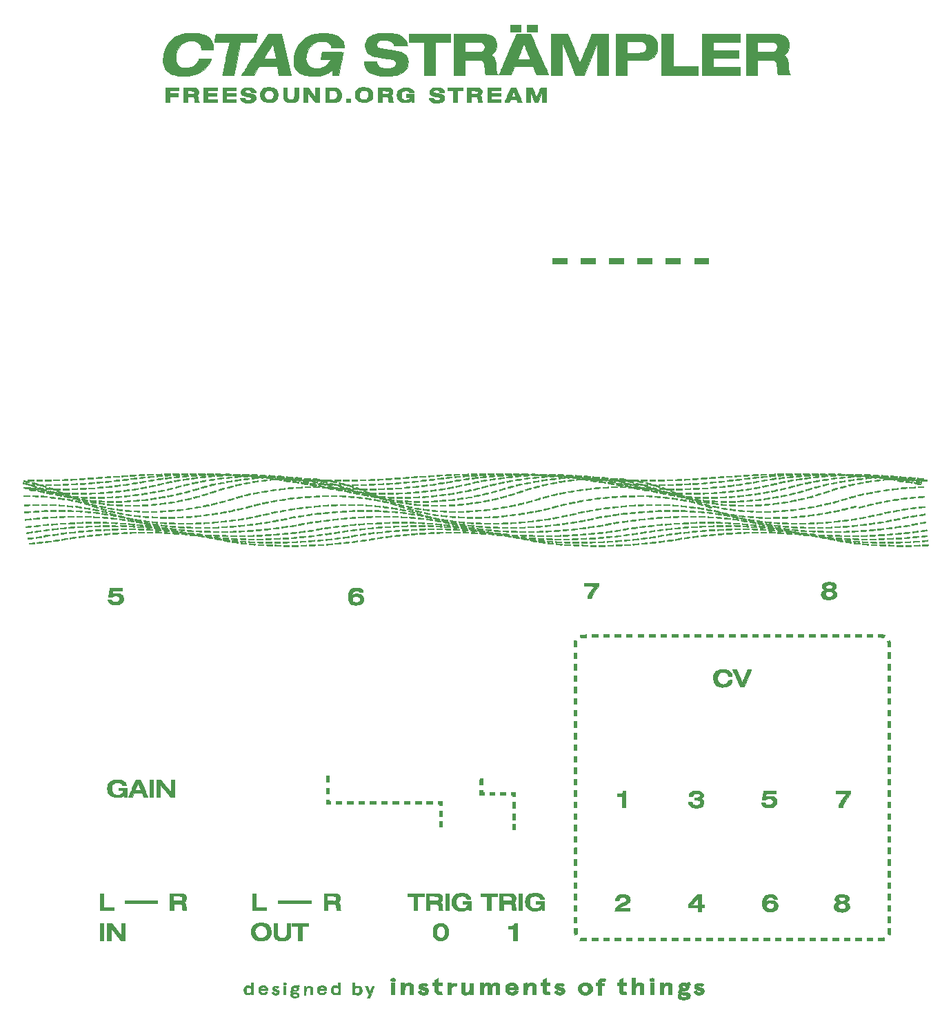
<source format=gto>
G04 #@! TF.GenerationSoftware,KiCad,Pcbnew,(5.1.0)-1*
G04 #@! TF.CreationDate,2019-04-06T15:11:00+02:00*
G04 #@! TF.ProjectId,frontplate,66726f6e-7470-46c6-9174-652e6b696361,C*
G04 #@! TF.SameCoordinates,Original*
G04 #@! TF.FileFunction,Legend,Top*
G04 #@! TF.FilePolarity,Positive*
%FSLAX46Y46*%
G04 Gerber Fmt 4.6, Leading zero omitted, Abs format (unit mm)*
G04 Created by KiCad (PCBNEW (5.1.0)-1) date 2019-04-06 15:11:00*
%MOMM*%
%LPD*%
G04 APERTURE LIST*
%ADD10C,0.010000*%
G04 APERTURE END LIST*
D10*
G36*
X177770000Y-129220000D02*
G01*
X177360000Y-129220000D01*
X177360000Y-128570000D01*
X177770000Y-128570000D01*
X177770000Y-129220000D01*
G37*
X177770000Y-129220000D02*
X177360000Y-129220000D01*
X177360000Y-128570000D01*
X177770000Y-128570000D01*
X177770000Y-129220000D01*
G36*
X199066045Y-147966641D02*
G01*
X199090038Y-147991599D01*
X199124683Y-148038783D01*
X199162855Y-148096866D01*
X199197431Y-148154522D01*
X199221287Y-148200423D01*
X199227367Y-148223138D01*
X199202807Y-148240173D01*
X199151669Y-148264807D01*
X199111233Y-148281440D01*
X199006043Y-148322131D01*
X199035188Y-148391885D01*
X199062802Y-148509213D01*
X199052081Y-148627755D01*
X199006349Y-148741184D01*
X198928927Y-148843174D01*
X198823137Y-148927400D01*
X198729343Y-148974255D01*
X198661778Y-148997382D01*
X198592271Y-149011967D01*
X198507896Y-149019807D01*
X198395726Y-149022698D01*
X198380221Y-149022796D01*
X198274761Y-149024420D01*
X198204204Y-149028757D01*
X198161154Y-149036843D01*
X198138217Y-149049714D01*
X198132394Y-149057505D01*
X198129119Y-149104983D01*
X198145664Y-149136880D01*
X198162330Y-149156449D01*
X198185113Y-149169491D01*
X198222089Y-149177317D01*
X198281331Y-149181238D01*
X198370914Y-149182565D01*
X198427645Y-149182666D01*
X198642356Y-149190205D01*
X198819240Y-149213515D01*
X198960160Y-149253635D01*
X199066978Y-149311607D01*
X199141553Y-149388470D01*
X199185749Y-149485264D01*
X199201426Y-149603030D01*
X199201501Y-149615037D01*
X199187254Y-149741763D01*
X199143241Y-149846893D01*
X199066204Y-149934499D01*
X198952887Y-150008655D01*
X198849652Y-150054970D01*
X198758923Y-150079701D01*
X198638710Y-150097217D01*
X198501319Y-150107058D01*
X198359055Y-150108765D01*
X198224224Y-150101878D01*
X198109132Y-150085939D01*
X198095889Y-150083094D01*
X197943167Y-150035615D01*
X197827746Y-149969851D01*
X197747954Y-149884042D01*
X197702119Y-149776431D01*
X197688500Y-149654719D01*
X197690550Y-149616154D01*
X198050796Y-149616154D01*
X198067647Y-149680638D01*
X198085375Y-149710283D01*
X198129202Y-149746936D01*
X198191362Y-149780730D01*
X198207084Y-149787053D01*
X198288395Y-149805218D01*
X198391486Y-149811923D01*
X198500692Y-149807787D01*
X198600347Y-149793425D01*
X198674787Y-149769456D01*
X198676542Y-149768556D01*
X198738201Y-149719583D01*
X198761387Y-149662920D01*
X198746749Y-149607053D01*
X198694934Y-149560470D01*
X198659455Y-149544726D01*
X198604248Y-149532930D01*
X198524119Y-149524524D01*
X198436758Y-149521333D01*
X198357945Y-149518658D01*
X198303150Y-149511437D01*
X198281242Y-149500876D01*
X198281167Y-149500166D01*
X198262879Y-149486255D01*
X198218046Y-149479938D01*
X198161709Y-149480909D01*
X198108913Y-149488861D01*
X198074700Y-149503485D01*
X198073734Y-149504400D01*
X198052472Y-149551164D01*
X198050796Y-149616154D01*
X197690550Y-149616154D01*
X197693069Y-149568772D01*
X197710186Y-149505036D01*
X197743193Y-149446645D01*
X197776392Y-149391216D01*
X197785302Y-149351876D01*
X197774943Y-149315696D01*
X197756168Y-149241037D01*
X197753804Y-149150247D01*
X197767060Y-149063725D01*
X197786619Y-149014176D01*
X197831136Y-148960040D01*
X197881811Y-148919789D01*
X197921541Y-148893197D01*
X197930235Y-148868438D01*
X197912964Y-148827137D01*
X197909324Y-148820074D01*
X197883075Y-148749710D01*
X197860121Y-148653950D01*
X197843081Y-148549022D01*
X197841258Y-148528049D01*
X198198131Y-148528049D01*
X198219470Y-148597737D01*
X198273445Y-148655218D01*
X198323500Y-148680884D01*
X198402143Y-148693650D01*
X198491305Y-148685692D01*
X198556757Y-148663864D01*
X198628090Y-148611749D01*
X198658008Y-148551366D01*
X198646351Y-148483953D01*
X198592956Y-148410748D01*
X198590200Y-148407966D01*
X198506678Y-148350657D01*
X198414660Y-148331933D01*
X198322612Y-148352235D01*
X198261624Y-148390798D01*
X198211494Y-148455840D01*
X198198131Y-148528049D01*
X197841258Y-148528049D01*
X197834572Y-148451155D01*
X197837213Y-148376576D01*
X197837492Y-148374863D01*
X197863070Y-148287139D01*
X197911059Y-148217628D01*
X197988740Y-148158126D01*
X198065963Y-148117432D01*
X198216665Y-148065200D01*
X198379665Y-148040939D01*
X198539721Y-148046030D01*
X198635273Y-148065827D01*
X198688549Y-148080169D01*
X198729955Y-148084578D01*
X198772765Y-148077091D01*
X198830253Y-148055746D01*
X198895892Y-148027305D01*
X198970233Y-147996212D01*
X199029158Y-147974632D01*
X199062589Y-147966155D01*
X199066045Y-147966641D01*
X199066045Y-147966641D01*
G37*
X199066045Y-147966641D02*
X199090038Y-147991599D01*
X199124683Y-148038783D01*
X199162855Y-148096866D01*
X199197431Y-148154522D01*
X199221287Y-148200423D01*
X199227367Y-148223138D01*
X199202807Y-148240173D01*
X199151669Y-148264807D01*
X199111233Y-148281440D01*
X199006043Y-148322131D01*
X199035188Y-148391885D01*
X199062802Y-148509213D01*
X199052081Y-148627755D01*
X199006349Y-148741184D01*
X198928927Y-148843174D01*
X198823137Y-148927400D01*
X198729343Y-148974255D01*
X198661778Y-148997382D01*
X198592271Y-149011967D01*
X198507896Y-149019807D01*
X198395726Y-149022698D01*
X198380221Y-149022796D01*
X198274761Y-149024420D01*
X198204204Y-149028757D01*
X198161154Y-149036843D01*
X198138217Y-149049714D01*
X198132394Y-149057505D01*
X198129119Y-149104983D01*
X198145664Y-149136880D01*
X198162330Y-149156449D01*
X198185113Y-149169491D01*
X198222089Y-149177317D01*
X198281331Y-149181238D01*
X198370914Y-149182565D01*
X198427645Y-149182666D01*
X198642356Y-149190205D01*
X198819240Y-149213515D01*
X198960160Y-149253635D01*
X199066978Y-149311607D01*
X199141553Y-149388470D01*
X199185749Y-149485264D01*
X199201426Y-149603030D01*
X199201501Y-149615037D01*
X199187254Y-149741763D01*
X199143241Y-149846893D01*
X199066204Y-149934499D01*
X198952887Y-150008655D01*
X198849652Y-150054970D01*
X198758923Y-150079701D01*
X198638710Y-150097217D01*
X198501319Y-150107058D01*
X198359055Y-150108765D01*
X198224224Y-150101878D01*
X198109132Y-150085939D01*
X198095889Y-150083094D01*
X197943167Y-150035615D01*
X197827746Y-149969851D01*
X197747954Y-149884042D01*
X197702119Y-149776431D01*
X197688500Y-149654719D01*
X197690550Y-149616154D01*
X198050796Y-149616154D01*
X198067647Y-149680638D01*
X198085375Y-149710283D01*
X198129202Y-149746936D01*
X198191362Y-149780730D01*
X198207084Y-149787053D01*
X198288395Y-149805218D01*
X198391486Y-149811923D01*
X198500692Y-149807787D01*
X198600347Y-149793425D01*
X198674787Y-149769456D01*
X198676542Y-149768556D01*
X198738201Y-149719583D01*
X198761387Y-149662920D01*
X198746749Y-149607053D01*
X198694934Y-149560470D01*
X198659455Y-149544726D01*
X198604248Y-149532930D01*
X198524119Y-149524524D01*
X198436758Y-149521333D01*
X198357945Y-149518658D01*
X198303150Y-149511437D01*
X198281242Y-149500876D01*
X198281167Y-149500166D01*
X198262879Y-149486255D01*
X198218046Y-149479938D01*
X198161709Y-149480909D01*
X198108913Y-149488861D01*
X198074700Y-149503485D01*
X198073734Y-149504400D01*
X198052472Y-149551164D01*
X198050796Y-149616154D01*
X197690550Y-149616154D01*
X197693069Y-149568772D01*
X197710186Y-149505036D01*
X197743193Y-149446645D01*
X197776392Y-149391216D01*
X197785302Y-149351876D01*
X197774943Y-149315696D01*
X197756168Y-149241037D01*
X197753804Y-149150247D01*
X197767060Y-149063725D01*
X197786619Y-149014176D01*
X197831136Y-148960040D01*
X197881811Y-148919789D01*
X197921541Y-148893197D01*
X197930235Y-148868438D01*
X197912964Y-148827137D01*
X197909324Y-148820074D01*
X197883075Y-148749710D01*
X197860121Y-148653950D01*
X197843081Y-148549022D01*
X197841258Y-148528049D01*
X198198131Y-148528049D01*
X198219470Y-148597737D01*
X198273445Y-148655218D01*
X198323500Y-148680884D01*
X198402143Y-148693650D01*
X198491305Y-148685692D01*
X198556757Y-148663864D01*
X198628090Y-148611749D01*
X198658008Y-148551366D01*
X198646351Y-148483953D01*
X198592956Y-148410748D01*
X198590200Y-148407966D01*
X198506678Y-148350657D01*
X198414660Y-148331933D01*
X198322612Y-148352235D01*
X198261624Y-148390798D01*
X198211494Y-148455840D01*
X198198131Y-148528049D01*
X197841258Y-148528049D01*
X197834572Y-148451155D01*
X197837213Y-148376576D01*
X197837492Y-148374863D01*
X197863070Y-148287139D01*
X197911059Y-148217628D01*
X197988740Y-148158126D01*
X198065963Y-148117432D01*
X198216665Y-148065200D01*
X198379665Y-148040939D01*
X198539721Y-148046030D01*
X198635273Y-148065827D01*
X198688549Y-148080169D01*
X198729955Y-148084578D01*
X198772765Y-148077091D01*
X198830253Y-148055746D01*
X198895892Y-148027305D01*
X198970233Y-147996212D01*
X199029158Y-147974632D01*
X199062589Y-147966155D01*
X199066045Y-147966641D01*
G36*
X159727913Y-148780490D02*
G01*
X159774833Y-148894514D01*
X159816676Y-148993655D01*
X159850761Y-149071765D01*
X159874404Y-149122696D01*
X159884834Y-149140314D01*
X159895763Y-149121687D01*
X159919738Y-149069905D01*
X159954078Y-148991117D01*
X159996101Y-148891471D01*
X160041754Y-148780490D01*
X160188091Y-148420666D01*
X160301046Y-148420666D01*
X160363720Y-148423512D01*
X160404736Y-148430833D01*
X160414000Y-148437486D01*
X160406314Y-148460300D01*
X160384437Y-148517853D01*
X160350137Y-148605672D01*
X160305183Y-148719287D01*
X160251345Y-148854227D01*
X160190393Y-149006020D01*
X160124094Y-149170196D01*
X160122947Y-149173027D01*
X159831894Y-149891750D01*
X159696862Y-149898123D01*
X159624003Y-149900412D01*
X159584827Y-149897090D01*
X159570823Y-149885973D01*
X159573034Y-149866373D01*
X159586424Y-149831564D01*
X159613387Y-149768760D01*
X159649434Y-149688253D01*
X159674344Y-149634033D01*
X159764451Y-149439817D01*
X159547255Y-148956700D01*
X159487162Y-148822924D01*
X159432594Y-148701240D01*
X159386032Y-148597198D01*
X159349958Y-148516346D01*
X159326850Y-148464234D01*
X159319432Y-148447125D01*
X159325434Y-148431992D01*
X159362188Y-148423559D01*
X159435087Y-148420691D01*
X159445190Y-148420666D01*
X159581576Y-148420666D01*
X159727913Y-148780490D01*
X159727913Y-148780490D01*
G37*
X159727913Y-148780490D02*
X159774833Y-148894514D01*
X159816676Y-148993655D01*
X159850761Y-149071765D01*
X159874404Y-149122696D01*
X159884834Y-149140314D01*
X159895763Y-149121687D01*
X159919738Y-149069905D01*
X159954078Y-148991117D01*
X159996101Y-148891471D01*
X160041754Y-148780490D01*
X160188091Y-148420666D01*
X160301046Y-148420666D01*
X160363720Y-148423512D01*
X160404736Y-148430833D01*
X160414000Y-148437486D01*
X160406314Y-148460300D01*
X160384437Y-148517853D01*
X160350137Y-148605672D01*
X160305183Y-148719287D01*
X160251345Y-148854227D01*
X160190393Y-149006020D01*
X160124094Y-149170196D01*
X160122947Y-149173027D01*
X159831894Y-149891750D01*
X159696862Y-149898123D01*
X159624003Y-149900412D01*
X159584827Y-149897090D01*
X159570823Y-149885973D01*
X159573034Y-149866373D01*
X159586424Y-149831564D01*
X159613387Y-149768760D01*
X159649434Y-149688253D01*
X159674344Y-149634033D01*
X159764451Y-149439817D01*
X159547255Y-148956700D01*
X159487162Y-148822924D01*
X159432594Y-148701240D01*
X159386032Y-148597198D01*
X159349958Y-148516346D01*
X159326850Y-148464234D01*
X159319432Y-148447125D01*
X159325434Y-148431992D01*
X159362188Y-148423559D01*
X159435087Y-148420691D01*
X159445190Y-148420666D01*
X159581576Y-148420666D01*
X159727913Y-148780490D01*
G36*
X151175411Y-148369185D02*
G01*
X151214954Y-148424616D01*
X151220911Y-148460793D01*
X151191198Y-148486741D01*
X151144032Y-148504992D01*
X151091975Y-148523852D01*
X151072989Y-148541454D01*
X151079883Y-148569623D01*
X151091116Y-148591996D01*
X151116117Y-148675292D01*
X151118781Y-148770722D01*
X151098830Y-148855900D01*
X151094503Y-148865166D01*
X151039548Y-148932186D01*
X150952981Y-148989264D01*
X150845038Y-149032878D01*
X150725950Y-149059504D01*
X150605952Y-149065619D01*
X150535635Y-149057575D01*
X150461984Y-149051400D01*
X150419519Y-149069666D01*
X150402910Y-149115395D01*
X150402167Y-149133238D01*
X150410012Y-149169948D01*
X150437196Y-149195891D01*
X150489192Y-149212691D01*
X150571476Y-149221972D01*
X150689520Y-149225359D01*
X150712984Y-149225464D01*
X150875979Y-149233190D01*
X151001939Y-149256794D01*
X151093735Y-149298032D01*
X151154241Y-149358657D01*
X151186327Y-149440425D01*
X151193475Y-149518965D01*
X151175178Y-149632665D01*
X151120833Y-149724926D01*
X151031260Y-149795119D01*
X150907276Y-149842613D01*
X150749701Y-149866779D01*
X150740834Y-149867371D01*
X150655468Y-149871019D01*
X150580445Y-149871192D01*
X150531172Y-149867878D01*
X150529167Y-149867530D01*
X150387310Y-149828097D01*
X150271730Y-149769105D01*
X150187243Y-149693902D01*
X150138667Y-149605837D01*
X150135274Y-149593749D01*
X150130514Y-149543452D01*
X150402167Y-149543452D01*
X150415103Y-149614641D01*
X150457603Y-149668841D01*
X150535203Y-149712179D01*
X150564807Y-149723500D01*
X150642853Y-149746263D01*
X150711555Y-149750922D01*
X150793099Y-149738443D01*
X150811671Y-149734262D01*
X150905186Y-149697815D01*
X150966071Y-149641414D01*
X150990782Y-149568838D01*
X150990544Y-149543647D01*
X150979485Y-149493116D01*
X150952296Y-149457450D01*
X150903015Y-149434305D01*
X150825685Y-149421335D01*
X150714346Y-149416195D01*
X150665692Y-149415812D01*
X150555770Y-149417355D01*
X150481327Y-149424559D01*
X150435575Y-149440710D01*
X150411725Y-149469098D01*
X150402990Y-149513009D01*
X150402167Y-149543452D01*
X150130514Y-149543452D01*
X150128280Y-149519855D01*
X150137113Y-149437620D01*
X150158646Y-149365594D01*
X150179502Y-149331291D01*
X150200509Y-149294885D01*
X150191879Y-149278768D01*
X150179251Y-149251348D01*
X150171069Y-149195935D01*
X150169334Y-149151291D01*
X150174346Y-149072487D01*
X150193214Y-149016324D01*
X150223348Y-148973555D01*
X150256865Y-148929523D01*
X150264501Y-148899373D01*
X150249628Y-148866385D01*
X150246081Y-148860806D01*
X150218513Y-148804494D01*
X150214281Y-148789473D01*
X150465825Y-148789473D01*
X150489095Y-148851297D01*
X150539896Y-148903441D01*
X150615701Y-148938640D01*
X150701752Y-148949833D01*
X150773609Y-148945240D01*
X150823366Y-148926618D01*
X150869462Y-148887961D01*
X150919089Y-148818400D01*
X150926488Y-148750753D01*
X150891683Y-148684328D01*
X150877182Y-148668621D01*
X150797989Y-148617416D01*
X150702122Y-148597766D01*
X150603616Y-148612089D01*
X150586474Y-148618551D01*
X150511987Y-148665837D01*
X150472613Y-148725232D01*
X150465825Y-148789473D01*
X150214281Y-148789473D01*
X150201398Y-148743758D01*
X150196509Y-148690932D01*
X150205617Y-148658349D01*
X150216306Y-148653500D01*
X150244728Y-148637440D01*
X150285496Y-148596104D01*
X150315383Y-148558032D01*
X150372026Y-148487515D01*
X150429266Y-148439344D01*
X150496952Y-148409513D01*
X150584929Y-148394012D01*
X150703043Y-148388836D01*
X150731445Y-148388686D01*
X150846294Y-148386246D01*
X150930501Y-148378180D01*
X150995561Y-148362937D01*
X151034492Y-148347789D01*
X151124677Y-148307121D01*
X151175411Y-148369185D01*
X151175411Y-148369185D01*
G37*
X151175411Y-148369185D02*
X151214954Y-148424616D01*
X151220911Y-148460793D01*
X151191198Y-148486741D01*
X151144032Y-148504992D01*
X151091975Y-148523852D01*
X151072989Y-148541454D01*
X151079883Y-148569623D01*
X151091116Y-148591996D01*
X151116117Y-148675292D01*
X151118781Y-148770722D01*
X151098830Y-148855900D01*
X151094503Y-148865166D01*
X151039548Y-148932186D01*
X150952981Y-148989264D01*
X150845038Y-149032878D01*
X150725950Y-149059504D01*
X150605952Y-149065619D01*
X150535635Y-149057575D01*
X150461984Y-149051400D01*
X150419519Y-149069666D01*
X150402910Y-149115395D01*
X150402167Y-149133238D01*
X150410012Y-149169948D01*
X150437196Y-149195891D01*
X150489192Y-149212691D01*
X150571476Y-149221972D01*
X150689520Y-149225359D01*
X150712984Y-149225464D01*
X150875979Y-149233190D01*
X151001939Y-149256794D01*
X151093735Y-149298032D01*
X151154241Y-149358657D01*
X151186327Y-149440425D01*
X151193475Y-149518965D01*
X151175178Y-149632665D01*
X151120833Y-149724926D01*
X151031260Y-149795119D01*
X150907276Y-149842613D01*
X150749701Y-149866779D01*
X150740834Y-149867371D01*
X150655468Y-149871019D01*
X150580445Y-149871192D01*
X150531172Y-149867878D01*
X150529167Y-149867530D01*
X150387310Y-149828097D01*
X150271730Y-149769105D01*
X150187243Y-149693902D01*
X150138667Y-149605837D01*
X150135274Y-149593749D01*
X150130514Y-149543452D01*
X150402167Y-149543452D01*
X150415103Y-149614641D01*
X150457603Y-149668841D01*
X150535203Y-149712179D01*
X150564807Y-149723500D01*
X150642853Y-149746263D01*
X150711555Y-149750922D01*
X150793099Y-149738443D01*
X150811671Y-149734262D01*
X150905186Y-149697815D01*
X150966071Y-149641414D01*
X150990782Y-149568838D01*
X150990544Y-149543647D01*
X150979485Y-149493116D01*
X150952296Y-149457450D01*
X150903015Y-149434305D01*
X150825685Y-149421335D01*
X150714346Y-149416195D01*
X150665692Y-149415812D01*
X150555770Y-149417355D01*
X150481327Y-149424559D01*
X150435575Y-149440710D01*
X150411725Y-149469098D01*
X150402990Y-149513009D01*
X150402167Y-149543452D01*
X150130514Y-149543452D01*
X150128280Y-149519855D01*
X150137113Y-149437620D01*
X150158646Y-149365594D01*
X150179502Y-149331291D01*
X150200509Y-149294885D01*
X150191879Y-149278768D01*
X150179251Y-149251348D01*
X150171069Y-149195935D01*
X150169334Y-149151291D01*
X150174346Y-149072487D01*
X150193214Y-149016324D01*
X150223348Y-148973555D01*
X150256865Y-148929523D01*
X150264501Y-148899373D01*
X150249628Y-148866385D01*
X150246081Y-148860806D01*
X150218513Y-148804494D01*
X150214281Y-148789473D01*
X150465825Y-148789473D01*
X150489095Y-148851297D01*
X150539896Y-148903441D01*
X150615701Y-148938640D01*
X150701752Y-148949833D01*
X150773609Y-148945240D01*
X150823366Y-148926618D01*
X150869462Y-148887961D01*
X150919089Y-148818400D01*
X150926488Y-148750753D01*
X150891683Y-148684328D01*
X150877182Y-148668621D01*
X150797989Y-148617416D01*
X150702122Y-148597766D01*
X150603616Y-148612089D01*
X150586474Y-148618551D01*
X150511987Y-148665837D01*
X150472613Y-148725232D01*
X150465825Y-148789473D01*
X150214281Y-148789473D01*
X150201398Y-148743758D01*
X150196509Y-148690932D01*
X150205617Y-148658349D01*
X150216306Y-148653500D01*
X150244728Y-148637440D01*
X150285496Y-148596104D01*
X150315383Y-148558032D01*
X150372026Y-148487515D01*
X150429266Y-148439344D01*
X150496952Y-148409513D01*
X150584929Y-148394012D01*
X150703043Y-148388836D01*
X150731445Y-148388686D01*
X150846294Y-148386246D01*
X150930501Y-148378180D01*
X150995561Y-148362937D01*
X151034492Y-148347789D01*
X151124677Y-148307121D01*
X151175411Y-148369185D01*
G36*
X158001000Y-148524045D02*
G01*
X158090959Y-148472611D01*
X158154531Y-148442394D01*
X158221804Y-148426468D01*
X158310239Y-148421068D01*
X158330605Y-148420921D01*
X158500729Y-148436871D01*
X158643103Y-148484407D01*
X158756402Y-148562117D01*
X158839307Y-148668593D01*
X158890495Y-148802422D01*
X158908643Y-148962196D01*
X158906217Y-149035021D01*
X158877042Y-149191751D01*
X158814688Y-149323339D01*
X158720709Y-149427854D01*
X158596656Y-149503367D01*
X158503875Y-149535150D01*
X158424182Y-149554179D01*
X158367376Y-149560403D01*
X158315755Y-149553041D01*
X158251614Y-149531312D01*
X158230359Y-149523078D01*
X158155844Y-149489486D01*
X158086200Y-149451072D01*
X158066318Y-149437960D01*
X158023740Y-149408813D01*
X158005403Y-149403832D01*
X158001088Y-149422588D01*
X158001000Y-149435225D01*
X157996326Y-149460469D01*
X157975560Y-149473619D01*
X157928589Y-149478480D01*
X157884584Y-149479000D01*
X157768167Y-149479000D01*
X157768167Y-148952234D01*
X157972778Y-148952234D01*
X157987883Y-149082638D01*
X158033863Y-149184922D01*
X158111719Y-149260954D01*
X158149587Y-149283208D01*
X158251571Y-149322134D01*
X158345067Y-149325652D01*
X158444407Y-149294009D01*
X158456087Y-149288498D01*
X158546188Y-149224187D01*
X158604944Y-149132966D01*
X158633106Y-149013425D01*
X158636000Y-148951191D01*
X158620435Y-148817695D01*
X158574276Y-148712286D01*
X158498329Y-148636122D01*
X158393400Y-148590357D01*
X158382579Y-148587773D01*
X158265118Y-148580235D01*
X158161126Y-148609849D01*
X158075425Y-148672327D01*
X158012837Y-148763380D01*
X157978184Y-148878720D01*
X157972778Y-148952234D01*
X157768167Y-148952234D01*
X157768167Y-147997333D01*
X158001000Y-147997333D01*
X158001000Y-148524045D01*
X158001000Y-148524045D01*
G37*
X158001000Y-148524045D02*
X158090959Y-148472611D01*
X158154531Y-148442394D01*
X158221804Y-148426468D01*
X158310239Y-148421068D01*
X158330605Y-148420921D01*
X158500729Y-148436871D01*
X158643103Y-148484407D01*
X158756402Y-148562117D01*
X158839307Y-148668593D01*
X158890495Y-148802422D01*
X158908643Y-148962196D01*
X158906217Y-149035021D01*
X158877042Y-149191751D01*
X158814688Y-149323339D01*
X158720709Y-149427854D01*
X158596656Y-149503367D01*
X158503875Y-149535150D01*
X158424182Y-149554179D01*
X158367376Y-149560403D01*
X158315755Y-149553041D01*
X158251614Y-149531312D01*
X158230359Y-149523078D01*
X158155844Y-149489486D01*
X158086200Y-149451072D01*
X158066318Y-149437960D01*
X158023740Y-149408813D01*
X158005403Y-149403832D01*
X158001088Y-149422588D01*
X158001000Y-149435225D01*
X157996326Y-149460469D01*
X157975560Y-149473619D01*
X157928589Y-149478480D01*
X157884584Y-149479000D01*
X157768167Y-149479000D01*
X157768167Y-148952234D01*
X157972778Y-148952234D01*
X157987883Y-149082638D01*
X158033863Y-149184922D01*
X158111719Y-149260954D01*
X158149587Y-149283208D01*
X158251571Y-149322134D01*
X158345067Y-149325652D01*
X158444407Y-149294009D01*
X158456087Y-149288498D01*
X158546188Y-149224187D01*
X158604944Y-149132966D01*
X158633106Y-149013425D01*
X158636000Y-148951191D01*
X158620435Y-148817695D01*
X158574276Y-148712286D01*
X158498329Y-148636122D01*
X158393400Y-148590357D01*
X158382579Y-148587773D01*
X158265118Y-148580235D01*
X158161126Y-148609849D01*
X158075425Y-148672327D01*
X158012837Y-148763380D01*
X157978184Y-148878720D01*
X157972778Y-148952234D01*
X157768167Y-148952234D01*
X157768167Y-147997333D01*
X158001000Y-147997333D01*
X158001000Y-148524045D01*
G36*
X148483662Y-148428625D02*
G01*
X148527895Y-148448023D01*
X148580808Y-148481855D01*
X148629505Y-148520382D01*
X148661091Y-148553863D01*
X148666500Y-148566734D01*
X148651076Y-148588040D01*
X148612902Y-148621445D01*
X148601982Y-148629738D01*
X148537465Y-148677438D01*
X148428493Y-148623136D01*
X148362948Y-148593246D01*
X148309032Y-148573522D01*
X148286054Y-148568833D01*
X148225319Y-148587356D01*
X148178045Y-148633537D01*
X148158510Y-148693294D01*
X148158500Y-148694621D01*
X148164671Y-148729659D01*
X148187144Y-148760053D01*
X148231857Y-148789591D01*
X148304749Y-148822058D01*
X148411759Y-148861240D01*
X148429475Y-148867365D01*
X148566001Y-148924400D01*
X148662351Y-148988882D01*
X148720372Y-149063162D01*
X148741913Y-149149593D01*
X148729291Y-149248802D01*
X148681153Y-149352145D01*
X148602594Y-149433217D01*
X148500551Y-149489655D01*
X148381963Y-149519096D01*
X148253768Y-149519178D01*
X148122903Y-149487539D01*
X148080387Y-149469768D01*
X148020100Y-149433552D01*
X147958763Y-149383741D01*
X147904390Y-149328843D01*
X147864993Y-149277370D01*
X147848589Y-149237830D01*
X147850907Y-149226093D01*
X147875099Y-149210749D01*
X147924455Y-149190357D01*
X147943577Y-149183741D01*
X148027109Y-149156173D01*
X148120926Y-149254086D01*
X148176241Y-149308528D01*
X148218846Y-149338009D01*
X148263250Y-149349993D01*
X148311277Y-149352000D01*
X148406859Y-149337042D01*
X148473713Y-149293173D01*
X148506662Y-149232418D01*
X148500204Y-149183688D01*
X148455051Y-149136721D01*
X148374830Y-149094283D01*
X148287456Y-149065347D01*
X148147604Y-149020454D01*
X148045771Y-148969522D01*
X147977697Y-148908603D01*
X147939119Y-148833752D01*
X147925777Y-148741020D01*
X147925667Y-148730258D01*
X147944665Y-148631480D01*
X147997407Y-148550479D01*
X148077512Y-148496081D01*
X148100985Y-148487697D01*
X148198868Y-148462023D01*
X148299221Y-148441904D01*
X148389961Y-148429205D01*
X148459004Y-148425792D01*
X148483662Y-148428625D01*
X148483662Y-148428625D01*
G37*
X148483662Y-148428625D02*
X148527895Y-148448023D01*
X148580808Y-148481855D01*
X148629505Y-148520382D01*
X148661091Y-148553863D01*
X148666500Y-148566734D01*
X148651076Y-148588040D01*
X148612902Y-148621445D01*
X148601982Y-148629738D01*
X148537465Y-148677438D01*
X148428493Y-148623136D01*
X148362948Y-148593246D01*
X148309032Y-148573522D01*
X148286054Y-148568833D01*
X148225319Y-148587356D01*
X148178045Y-148633537D01*
X148158510Y-148693294D01*
X148158500Y-148694621D01*
X148164671Y-148729659D01*
X148187144Y-148760053D01*
X148231857Y-148789591D01*
X148304749Y-148822058D01*
X148411759Y-148861240D01*
X148429475Y-148867365D01*
X148566001Y-148924400D01*
X148662351Y-148988882D01*
X148720372Y-149063162D01*
X148741913Y-149149593D01*
X148729291Y-149248802D01*
X148681153Y-149352145D01*
X148602594Y-149433217D01*
X148500551Y-149489655D01*
X148381963Y-149519096D01*
X148253768Y-149519178D01*
X148122903Y-149487539D01*
X148080387Y-149469768D01*
X148020100Y-149433552D01*
X147958763Y-149383741D01*
X147904390Y-149328843D01*
X147864993Y-149277370D01*
X147848589Y-149237830D01*
X147850907Y-149226093D01*
X147875099Y-149210749D01*
X147924455Y-149190357D01*
X147943577Y-149183741D01*
X148027109Y-149156173D01*
X148120926Y-149254086D01*
X148176241Y-149308528D01*
X148218846Y-149338009D01*
X148263250Y-149349993D01*
X148311277Y-149352000D01*
X148406859Y-149337042D01*
X148473713Y-149293173D01*
X148506662Y-149232418D01*
X148500204Y-149183688D01*
X148455051Y-149136721D01*
X148374830Y-149094283D01*
X148287456Y-149065347D01*
X148147604Y-149020454D01*
X148045771Y-148969522D01*
X147977697Y-148908603D01*
X147939119Y-148833752D01*
X147925777Y-148741020D01*
X147925667Y-148730258D01*
X147944665Y-148631480D01*
X147997407Y-148550479D01*
X148077512Y-148496081D01*
X148100985Y-148487697D01*
X148198868Y-148462023D01*
X148299221Y-148441904D01*
X148389961Y-148429205D01*
X148459004Y-148425792D01*
X148483662Y-148428625D01*
G36*
X152032000Y-148640253D02*
G01*
X152090209Y-148584499D01*
X152196970Y-148510877D01*
X152329181Y-148467774D01*
X152444750Y-148456735D01*
X152588910Y-148468035D01*
X152700687Y-148504953D01*
X152775013Y-148560518D01*
X152792127Y-148580090D01*
X152804992Y-148601444D01*
X152814326Y-148630686D01*
X152820848Y-148673920D01*
X152825276Y-148737250D01*
X152828329Y-148826780D01*
X152830725Y-148948616D01*
X152832252Y-149046737D01*
X152838754Y-149479000D01*
X152584899Y-149479000D01*
X152578325Y-149077370D01*
X152575780Y-148937014D01*
X152572902Y-148832698D01*
X152568946Y-148758130D01*
X152563169Y-148707019D01*
X152554825Y-148673075D01*
X152543170Y-148650004D01*
X152527460Y-148631517D01*
X152525301Y-148629342D01*
X152466220Y-148595995D01*
X152386632Y-148582539D01*
X152303826Y-148589800D01*
X152239406Y-148615661D01*
X152169857Y-148680861D01*
X152108832Y-148773822D01*
X152065034Y-148879972D01*
X152053497Y-148926925D01*
X152044544Y-148996115D01*
X152037417Y-149093034D01*
X152033002Y-149203084D01*
X152032000Y-149280805D01*
X152032000Y-149521333D01*
X151799167Y-149521333D01*
X151799167Y-148441833D01*
X152032000Y-148441833D01*
X152032000Y-148640253D01*
X152032000Y-148640253D01*
G37*
X152032000Y-148640253D02*
X152090209Y-148584499D01*
X152196970Y-148510877D01*
X152329181Y-148467774D01*
X152444750Y-148456735D01*
X152588910Y-148468035D01*
X152700687Y-148504953D01*
X152775013Y-148560518D01*
X152792127Y-148580090D01*
X152804992Y-148601444D01*
X152814326Y-148630686D01*
X152820848Y-148673920D01*
X152825276Y-148737250D01*
X152828329Y-148826780D01*
X152830725Y-148948616D01*
X152832252Y-149046737D01*
X152838754Y-149479000D01*
X152584899Y-149479000D01*
X152578325Y-149077370D01*
X152575780Y-148937014D01*
X152572902Y-148832698D01*
X152568946Y-148758130D01*
X152563169Y-148707019D01*
X152554825Y-148673075D01*
X152543170Y-148650004D01*
X152527460Y-148631517D01*
X152525301Y-148629342D01*
X152466220Y-148595995D01*
X152386632Y-148582539D01*
X152303826Y-148589800D01*
X152239406Y-148615661D01*
X152169857Y-148680861D01*
X152108832Y-148773822D01*
X152065034Y-148879972D01*
X152053497Y-148926925D01*
X152044544Y-148996115D01*
X152037417Y-149093034D01*
X152033002Y-149203084D01*
X152032000Y-149280805D01*
X152032000Y-149521333D01*
X151799167Y-149521333D01*
X151799167Y-148441833D01*
X152032000Y-148441833D01*
X152032000Y-148640253D01*
G36*
X166738307Y-148100871D02*
G01*
X166836799Y-148137149D01*
X166925075Y-148197246D01*
X166937596Y-148208082D01*
X167025423Y-148286021D01*
X166901849Y-148374510D01*
X166838507Y-148418081D01*
X166787814Y-148449676D01*
X166760046Y-148462923D01*
X166759142Y-148463000D01*
X166731737Y-148451136D01*
X166686055Y-148421414D01*
X166668130Y-148408175D01*
X166588147Y-148362821D01*
X166504627Y-148340977D01*
X166429846Y-148344364D01*
X166382525Y-148368179D01*
X166351219Y-148402556D01*
X166340667Y-148423947D01*
X166361475Y-148463938D01*
X166422826Y-148506924D01*
X166523109Y-148551993D01*
X166634452Y-148590235D01*
X166724985Y-148620457D01*
X166801387Y-148649844D01*
X166853781Y-148674379D01*
X166870771Y-148686379D01*
X166905239Y-148712566D01*
X166922529Y-148717000D01*
X166957043Y-148735740D01*
X166995628Y-148784631D01*
X167032398Y-148852678D01*
X167061465Y-148928888D01*
X167076941Y-149002267D01*
X167077278Y-149005968D01*
X167067135Y-149125681D01*
X167020689Y-149241439D01*
X166943799Y-149345467D01*
X166842322Y-149429986D01*
X166722117Y-149487222D01*
X166712533Y-149490191D01*
X166610355Y-149510170D01*
X166488410Y-149518562D01*
X166364605Y-149515308D01*
X166256847Y-149500354D01*
X166224250Y-149491724D01*
X166103036Y-149444452D01*
X166003693Y-149382303D01*
X165921069Y-149308421D01*
X165869116Y-149248710D01*
X165830291Y-149189593D01*
X165809902Y-149140861D01*
X165813261Y-149112301D01*
X165814250Y-149111503D01*
X165836037Y-149100875D01*
X165886535Y-149077946D01*
X165955632Y-149047295D01*
X165969450Y-149041229D01*
X166116817Y-148976648D01*
X166223450Y-149088657D01*
X166315328Y-149170126D01*
X166403378Y-149213656D01*
X166495647Y-149221940D01*
X166574264Y-149206105D01*
X166640858Y-149173437D01*
X166671727Y-149129173D01*
X166664190Y-149078817D01*
X166647541Y-149055619D01*
X166604404Y-149024007D01*
X166532764Y-148987209D01*
X166445165Y-148950394D01*
X166354153Y-148918728D01*
X166272273Y-148897377D01*
X166256435Y-148894531D01*
X166165152Y-148867346D01*
X166070334Y-148818828D01*
X165985725Y-148757788D01*
X165925067Y-148693037D01*
X165914010Y-148674996D01*
X165887737Y-148600152D01*
X165875288Y-148512189D01*
X165875000Y-148498279D01*
X165888478Y-148383780D01*
X165930430Y-148290190D01*
X166003134Y-148215951D01*
X166108867Y-148159508D01*
X166249908Y-148119303D01*
X166428535Y-148093779D01*
X166472326Y-148090039D01*
X166620011Y-148085978D01*
X166738307Y-148100871D01*
X166738307Y-148100871D01*
G37*
X166738307Y-148100871D02*
X166836799Y-148137149D01*
X166925075Y-148197246D01*
X166937596Y-148208082D01*
X167025423Y-148286021D01*
X166901849Y-148374510D01*
X166838507Y-148418081D01*
X166787814Y-148449676D01*
X166760046Y-148462923D01*
X166759142Y-148463000D01*
X166731737Y-148451136D01*
X166686055Y-148421414D01*
X166668130Y-148408175D01*
X166588147Y-148362821D01*
X166504627Y-148340977D01*
X166429846Y-148344364D01*
X166382525Y-148368179D01*
X166351219Y-148402556D01*
X166340667Y-148423947D01*
X166361475Y-148463938D01*
X166422826Y-148506924D01*
X166523109Y-148551993D01*
X166634452Y-148590235D01*
X166724985Y-148620457D01*
X166801387Y-148649844D01*
X166853781Y-148674379D01*
X166870771Y-148686379D01*
X166905239Y-148712566D01*
X166922529Y-148717000D01*
X166957043Y-148735740D01*
X166995628Y-148784631D01*
X167032398Y-148852678D01*
X167061465Y-148928888D01*
X167076941Y-149002267D01*
X167077278Y-149005968D01*
X167067135Y-149125681D01*
X167020689Y-149241439D01*
X166943799Y-149345467D01*
X166842322Y-149429986D01*
X166722117Y-149487222D01*
X166712533Y-149490191D01*
X166610355Y-149510170D01*
X166488410Y-149518562D01*
X166364605Y-149515308D01*
X166256847Y-149500354D01*
X166224250Y-149491724D01*
X166103036Y-149444452D01*
X166003693Y-149382303D01*
X165921069Y-149308421D01*
X165869116Y-149248710D01*
X165830291Y-149189593D01*
X165809902Y-149140861D01*
X165813261Y-149112301D01*
X165814250Y-149111503D01*
X165836037Y-149100875D01*
X165886535Y-149077946D01*
X165955632Y-149047295D01*
X165969450Y-149041229D01*
X166116817Y-148976648D01*
X166223450Y-149088657D01*
X166315328Y-149170126D01*
X166403378Y-149213656D01*
X166495647Y-149221940D01*
X166574264Y-149206105D01*
X166640858Y-149173437D01*
X166671727Y-149129173D01*
X166664190Y-149078817D01*
X166647541Y-149055619D01*
X166604404Y-149024007D01*
X166532764Y-148987209D01*
X166445165Y-148950394D01*
X166354153Y-148918728D01*
X166272273Y-148897377D01*
X166256435Y-148894531D01*
X166165152Y-148867346D01*
X166070334Y-148818828D01*
X165985725Y-148757788D01*
X165925067Y-148693037D01*
X165914010Y-148674996D01*
X165887737Y-148600152D01*
X165875288Y-148512189D01*
X165875000Y-148498279D01*
X165888478Y-148383780D01*
X165930430Y-148290190D01*
X166003134Y-148215951D01*
X166108867Y-148159508D01*
X166249908Y-148119303D01*
X166428535Y-148093779D01*
X166472326Y-148090039D01*
X166620011Y-148085978D01*
X166738307Y-148100871D01*
G36*
X171547667Y-148580378D02*
G01*
X171547747Y-148741750D01*
X171548308Y-148866201D01*
X171549829Y-148959146D01*
X171552791Y-149025998D01*
X171557674Y-149072170D01*
X171564957Y-149103075D01*
X171575121Y-149124128D01*
X171588645Y-149140741D01*
X171598219Y-149150476D01*
X171677429Y-149203265D01*
X171766870Y-149219244D01*
X171859820Y-149200393D01*
X171949556Y-149148692D01*
X172029356Y-149066121D01*
X172063739Y-149013333D01*
X172129750Y-148896916D01*
X172143632Y-148103166D01*
X172584834Y-148103166D01*
X172584834Y-149479000D01*
X172142889Y-149479000D01*
X172136320Y-149402827D01*
X172129750Y-149326655D01*
X172047376Y-149392315D01*
X171937740Y-149456528D01*
X171802602Y-149499888D01*
X171654468Y-149520177D01*
X171505844Y-149515178D01*
X171431250Y-149501541D01*
X171309278Y-149455099D01*
X171209653Y-149383522D01*
X171140410Y-149293144D01*
X171125743Y-149260663D01*
X171118525Y-149219523D01*
X171112544Y-149139606D01*
X171107926Y-149024451D01*
X171104799Y-148877601D01*
X171103290Y-148702597D01*
X171103167Y-148630955D01*
X171103167Y-148060833D01*
X171547667Y-148060833D01*
X171547667Y-148580378D01*
X171547667Y-148580378D01*
G37*
X171547667Y-148580378D02*
X171547747Y-148741750D01*
X171548308Y-148866201D01*
X171549829Y-148959146D01*
X171552791Y-149025998D01*
X171557674Y-149072170D01*
X171564957Y-149103075D01*
X171575121Y-149124128D01*
X171588645Y-149140741D01*
X171598219Y-149150476D01*
X171677429Y-149203265D01*
X171766870Y-149219244D01*
X171859820Y-149200393D01*
X171949556Y-149148692D01*
X172029356Y-149066121D01*
X172063739Y-149013333D01*
X172129750Y-148896916D01*
X172143632Y-148103166D01*
X172584834Y-148103166D01*
X172584834Y-149479000D01*
X172142889Y-149479000D01*
X172136320Y-149402827D01*
X172129750Y-149326655D01*
X172047376Y-149392315D01*
X171937740Y-149456528D01*
X171802602Y-149499888D01*
X171654468Y-149520177D01*
X171505844Y-149515178D01*
X171431250Y-149501541D01*
X171309278Y-149455099D01*
X171209653Y-149383522D01*
X171140410Y-149293144D01*
X171125743Y-149260663D01*
X171118525Y-149219523D01*
X171112544Y-149139606D01*
X171107926Y-149024451D01*
X171104799Y-148877601D01*
X171103290Y-148702597D01*
X171103167Y-148630955D01*
X171103167Y-148060833D01*
X171547667Y-148060833D01*
X171547667Y-148580378D01*
G36*
X177417045Y-148050747D02*
G01*
X177497167Y-148053476D01*
X177556667Y-148060295D01*
X177606399Y-148073059D01*
X177657216Y-148093626D01*
X177711605Y-148119728D01*
X177811253Y-148176673D01*
X177885326Y-148240126D01*
X177929536Y-148293829D01*
X178018359Y-148446542D01*
X178072342Y-148611448D01*
X178088167Y-148758804D01*
X178088167Y-148886333D01*
X177516667Y-148886333D01*
X177345979Y-148886499D01*
X177212970Y-148887199D01*
X177112982Y-148888734D01*
X177041362Y-148891406D01*
X176993454Y-148895516D01*
X176964603Y-148901368D01*
X176950154Y-148909261D01*
X176945452Y-148919499D01*
X176945246Y-148923375D01*
X176963284Y-148988613D01*
X177010312Y-149056996D01*
X177076085Y-149115772D01*
X177120229Y-149141099D01*
X177251544Y-149178477D01*
X177387657Y-149177137D01*
X177519888Y-149138492D01*
X177639557Y-149063955D01*
X177650211Y-149054835D01*
X177738917Y-148976789D01*
X177906242Y-149026566D01*
X177984730Y-149050783D01*
X178046388Y-149071433D01*
X178080877Y-149084997D01*
X178084426Y-149087203D01*
X178087014Y-149117196D01*
X178062268Y-149165688D01*
X178016617Y-149225639D01*
X177956492Y-149290010D01*
X177888322Y-149351762D01*
X177818534Y-149403854D01*
X177769375Y-149432168D01*
X177629956Y-149481973D01*
X177467162Y-149511581D01*
X177295454Y-149519779D01*
X177129294Y-149505355D01*
X177061584Y-149491509D01*
X176906345Y-149437543D01*
X176776810Y-149356447D01*
X176693621Y-149278127D01*
X176611405Y-149178025D01*
X176556917Y-149081051D01*
X176525476Y-148974424D01*
X176512405Y-148845364D01*
X176511266Y-148780054D01*
X176512519Y-148681152D01*
X176518299Y-148609767D01*
X176522786Y-148590000D01*
X176941010Y-148590000D01*
X177292338Y-148590000D01*
X177408933Y-148588972D01*
X177509167Y-148586129D01*
X177586083Y-148581827D01*
X177632728Y-148576423D01*
X177643667Y-148571963D01*
X177632818Y-148544340D01*
X177605775Y-148497614D01*
X177595620Y-148482005D01*
X177519280Y-148403238D01*
X177420062Y-148352108D01*
X177323292Y-148336032D01*
X177240884Y-148350808D01*
X177148412Y-148389430D01*
X177061718Y-148443252D01*
X176996646Y-148503627D01*
X176984030Y-148521208D01*
X176941010Y-148590000D01*
X176522786Y-148590000D01*
X176531615Y-148551113D01*
X176555473Y-148490402D01*
X176581096Y-148436650D01*
X176667871Y-148298988D01*
X176780894Y-148189720D01*
X176926430Y-148102878D01*
X176936270Y-148098279D01*
X176986403Y-148077549D01*
X177036851Y-148063715D01*
X177097867Y-148055444D01*
X177179703Y-148051403D01*
X177292613Y-148050256D01*
X177305445Y-148050250D01*
X177417045Y-148050747D01*
X177417045Y-148050747D01*
G37*
X177417045Y-148050747D02*
X177497167Y-148053476D01*
X177556667Y-148060295D01*
X177606399Y-148073059D01*
X177657216Y-148093626D01*
X177711605Y-148119728D01*
X177811253Y-148176673D01*
X177885326Y-148240126D01*
X177929536Y-148293829D01*
X178018359Y-148446542D01*
X178072342Y-148611448D01*
X178088167Y-148758804D01*
X178088167Y-148886333D01*
X177516667Y-148886333D01*
X177345979Y-148886499D01*
X177212970Y-148887199D01*
X177112982Y-148888734D01*
X177041362Y-148891406D01*
X176993454Y-148895516D01*
X176964603Y-148901368D01*
X176950154Y-148909261D01*
X176945452Y-148919499D01*
X176945246Y-148923375D01*
X176963284Y-148988613D01*
X177010312Y-149056996D01*
X177076085Y-149115772D01*
X177120229Y-149141099D01*
X177251544Y-149178477D01*
X177387657Y-149177137D01*
X177519888Y-149138492D01*
X177639557Y-149063955D01*
X177650211Y-149054835D01*
X177738917Y-148976789D01*
X177906242Y-149026566D01*
X177984730Y-149050783D01*
X178046388Y-149071433D01*
X178080877Y-149084997D01*
X178084426Y-149087203D01*
X178087014Y-149117196D01*
X178062268Y-149165688D01*
X178016617Y-149225639D01*
X177956492Y-149290010D01*
X177888322Y-149351762D01*
X177818534Y-149403854D01*
X177769375Y-149432168D01*
X177629956Y-149481973D01*
X177467162Y-149511581D01*
X177295454Y-149519779D01*
X177129294Y-149505355D01*
X177061584Y-149491509D01*
X176906345Y-149437543D01*
X176776810Y-149356447D01*
X176693621Y-149278127D01*
X176611405Y-149178025D01*
X176556917Y-149081051D01*
X176525476Y-148974424D01*
X176512405Y-148845364D01*
X176511266Y-148780054D01*
X176512519Y-148681152D01*
X176518299Y-148609767D01*
X176522786Y-148590000D01*
X176941010Y-148590000D01*
X177292338Y-148590000D01*
X177408933Y-148588972D01*
X177509167Y-148586129D01*
X177586083Y-148581827D01*
X177632728Y-148576423D01*
X177643667Y-148571963D01*
X177632818Y-148544340D01*
X177605775Y-148497614D01*
X177595620Y-148482005D01*
X177519280Y-148403238D01*
X177420062Y-148352108D01*
X177323292Y-148336032D01*
X177240884Y-148350808D01*
X177148412Y-148389430D01*
X177061718Y-148443252D01*
X176996646Y-148503627D01*
X176984030Y-148521208D01*
X176941010Y-148590000D01*
X176522786Y-148590000D01*
X176531615Y-148551113D01*
X176555473Y-148490402D01*
X176581096Y-148436650D01*
X176667871Y-148298988D01*
X176780894Y-148189720D01*
X176926430Y-148102878D01*
X176936270Y-148098279D01*
X176986403Y-148077549D01*
X177036851Y-148063715D01*
X177097867Y-148055444D01*
X177179703Y-148051403D01*
X177292613Y-148050256D01*
X177305445Y-148050250D01*
X177417045Y-148050747D01*
G36*
X183429300Y-148092405D02*
G01*
X183477113Y-148100723D01*
X183537310Y-148123693D01*
X183604599Y-148159121D01*
X183667997Y-148199840D01*
X183716517Y-148238687D01*
X183739175Y-148268497D01*
X183739667Y-148271965D01*
X183723872Y-148293118D01*
X183683659Y-148329546D01*
X183629789Y-148372970D01*
X183573020Y-148415112D01*
X183524113Y-148447694D01*
X183493827Y-148462438D01*
X183491862Y-148462614D01*
X183466168Y-148451384D01*
X183418399Y-148423000D01*
X183381940Y-148399114D01*
X183302727Y-148358357D01*
X183224557Y-148339777D01*
X183156197Y-148342764D01*
X183106412Y-148366708D01*
X183083968Y-148411000D01*
X183083500Y-148419875D01*
X183104376Y-148470513D01*
X183167101Y-148518008D01*
X183271821Y-148562451D01*
X183359322Y-148588896D01*
X183522037Y-148645460D01*
X183646448Y-148717368D01*
X183734058Y-148805574D01*
X183755912Y-148839768D01*
X183796317Y-148952213D01*
X183799799Y-149071726D01*
X183769193Y-149190840D01*
X183707335Y-149302090D01*
X183617063Y-149398010D01*
X183519421Y-149462263D01*
X183440799Y-149488958D01*
X183334576Y-149507069D01*
X183214761Y-149515812D01*
X183095362Y-149514402D01*
X182990387Y-149502056D01*
X182955454Y-149493845D01*
X182875893Y-149465246D01*
X182798073Y-149428186D01*
X182781441Y-149418502D01*
X182725174Y-149376612D01*
X182663755Y-149320065D01*
X182605859Y-149258355D01*
X182560159Y-149200978D01*
X182535328Y-149157426D01*
X182533167Y-149146732D01*
X182551362Y-149124430D01*
X182600234Y-149091747D01*
X182671213Y-149054171D01*
X182695701Y-149042688D01*
X182775238Y-149007242D01*
X182825155Y-148988379D01*
X182854026Y-148984423D01*
X182870424Y-148993697D01*
X182878903Y-149006851D01*
X182905734Y-149043295D01*
X182951220Y-149093797D01*
X182980391Y-149123077D01*
X183066594Y-149183929D01*
X183164122Y-149217280D01*
X183261654Y-149221567D01*
X183347872Y-149195227D01*
X183374542Y-149177484D01*
X183398896Y-149134612D01*
X183393753Y-149081635D01*
X183361640Y-149036131D01*
X183353375Y-149030209D01*
X183297636Y-149002098D01*
X183211301Y-148967364D01*
X183104806Y-148929799D01*
X182988588Y-148893196D01*
X182930136Y-148876450D01*
X182803365Y-148824454D01*
X182706359Y-148750708D01*
X182639421Y-148661324D01*
X182602855Y-148562415D01*
X182596965Y-148460094D01*
X182622053Y-148360473D01*
X182678425Y-148269665D01*
X182766383Y-148193782D01*
X182886232Y-148138938D01*
X182893395Y-148136760D01*
X182986459Y-148115770D01*
X183099688Y-148100030D01*
X183219975Y-148090350D01*
X183334214Y-148087539D01*
X183429300Y-148092405D01*
X183429300Y-148092405D01*
G37*
X183429300Y-148092405D02*
X183477113Y-148100723D01*
X183537310Y-148123693D01*
X183604599Y-148159121D01*
X183667997Y-148199840D01*
X183716517Y-148238687D01*
X183739175Y-148268497D01*
X183739667Y-148271965D01*
X183723872Y-148293118D01*
X183683659Y-148329546D01*
X183629789Y-148372970D01*
X183573020Y-148415112D01*
X183524113Y-148447694D01*
X183493827Y-148462438D01*
X183491862Y-148462614D01*
X183466168Y-148451384D01*
X183418399Y-148423000D01*
X183381940Y-148399114D01*
X183302727Y-148358357D01*
X183224557Y-148339777D01*
X183156197Y-148342764D01*
X183106412Y-148366708D01*
X183083968Y-148411000D01*
X183083500Y-148419875D01*
X183104376Y-148470513D01*
X183167101Y-148518008D01*
X183271821Y-148562451D01*
X183359322Y-148588896D01*
X183522037Y-148645460D01*
X183646448Y-148717368D01*
X183734058Y-148805574D01*
X183755912Y-148839768D01*
X183796317Y-148952213D01*
X183799799Y-149071726D01*
X183769193Y-149190840D01*
X183707335Y-149302090D01*
X183617063Y-149398010D01*
X183519421Y-149462263D01*
X183440799Y-149488958D01*
X183334576Y-149507069D01*
X183214761Y-149515812D01*
X183095362Y-149514402D01*
X182990387Y-149502056D01*
X182955454Y-149493845D01*
X182875893Y-149465246D01*
X182798073Y-149428186D01*
X182781441Y-149418502D01*
X182725174Y-149376612D01*
X182663755Y-149320065D01*
X182605859Y-149258355D01*
X182560159Y-149200978D01*
X182535328Y-149157426D01*
X182533167Y-149146732D01*
X182551362Y-149124430D01*
X182600234Y-149091747D01*
X182671213Y-149054171D01*
X182695701Y-149042688D01*
X182775238Y-149007242D01*
X182825155Y-148988379D01*
X182854026Y-148984423D01*
X182870424Y-148993697D01*
X182878903Y-149006851D01*
X182905734Y-149043295D01*
X182951220Y-149093797D01*
X182980391Y-149123077D01*
X183066594Y-149183929D01*
X183164122Y-149217280D01*
X183261654Y-149221567D01*
X183347872Y-149195227D01*
X183374542Y-149177484D01*
X183398896Y-149134612D01*
X183393753Y-149081635D01*
X183361640Y-149036131D01*
X183353375Y-149030209D01*
X183297636Y-149002098D01*
X183211301Y-148967364D01*
X183104806Y-148929799D01*
X182988588Y-148893196D01*
X182930136Y-148876450D01*
X182803365Y-148824454D01*
X182706359Y-148750708D01*
X182639421Y-148661324D01*
X182602855Y-148562415D01*
X182596965Y-148460094D01*
X182622053Y-148360473D01*
X182678425Y-148269665D01*
X182766383Y-148193782D01*
X182886232Y-148138938D01*
X182893395Y-148136760D01*
X182986459Y-148115770D01*
X183099688Y-148100030D01*
X183219975Y-148090350D01*
X183334214Y-148087539D01*
X183429300Y-148092405D01*
G36*
X186442893Y-148050541D02*
G01*
X186530413Y-148052384D01*
X186594412Y-148057227D01*
X186644295Y-148066523D01*
X186689468Y-148081721D01*
X186739337Y-148104273D01*
X186770037Y-148119285D01*
X186924507Y-148216368D01*
X187047987Y-148337842D01*
X187138284Y-148478980D01*
X187193205Y-148635056D01*
X187210557Y-148801344D01*
X187188148Y-148973118D01*
X187180098Y-149002965D01*
X187130559Y-149112395D01*
X187049745Y-149222973D01*
X186947273Y-149324897D01*
X186832760Y-149408366D01*
X186734750Y-149456875D01*
X186624048Y-149487085D01*
X186487283Y-149507077D01*
X186339423Y-149516178D01*
X186195439Y-149513713D01*
X186070298Y-149499007D01*
X186026180Y-149488801D01*
X185858029Y-149423418D01*
X185709996Y-149329618D01*
X185588903Y-149212713D01*
X185503361Y-149081702D01*
X185459967Y-148952854D01*
X185441905Y-148805622D01*
X185443966Y-148764482D01*
X185884177Y-148764482D01*
X185905002Y-148901654D01*
X185944654Y-148999329D01*
X185983457Y-149066781D01*
X186025571Y-149114260D01*
X186084586Y-149154520D01*
X186142084Y-149184671D01*
X186232296Y-149212196D01*
X186335146Y-149217622D01*
X186433866Y-149201802D01*
X186511255Y-149165908D01*
X186602568Y-149075077D01*
X186663358Y-148965928D01*
X186694025Y-148846180D01*
X186694968Y-148723556D01*
X186666586Y-148605777D01*
X186609279Y-148500565D01*
X186523445Y-148415640D01*
X186470803Y-148383625D01*
X186345584Y-148340683D01*
X186224178Y-148337534D01*
X186112163Y-148372846D01*
X186015116Y-148445287D01*
X185967917Y-148503742D01*
X185905178Y-148631242D01*
X185884177Y-148764482D01*
X185443966Y-148764482D01*
X185449417Y-148655717D01*
X185482746Y-148518851D01*
X185494261Y-148490478D01*
X185558052Y-148385150D01*
X185651551Y-148279836D01*
X185763529Y-148185320D01*
X185882752Y-148112386D01*
X185893319Y-148107312D01*
X185943856Y-148084813D01*
X185989274Y-148069151D01*
X186038832Y-148059094D01*
X186101784Y-148053413D01*
X186187387Y-148050877D01*
X186304897Y-148050254D01*
X186322445Y-148050250D01*
X186442893Y-148050541D01*
X186442893Y-148050541D01*
G37*
X186442893Y-148050541D02*
X186530413Y-148052384D01*
X186594412Y-148057227D01*
X186644295Y-148066523D01*
X186689468Y-148081721D01*
X186739337Y-148104273D01*
X186770037Y-148119285D01*
X186924507Y-148216368D01*
X187047987Y-148337842D01*
X187138284Y-148478980D01*
X187193205Y-148635056D01*
X187210557Y-148801344D01*
X187188148Y-148973118D01*
X187180098Y-149002965D01*
X187130559Y-149112395D01*
X187049745Y-149222973D01*
X186947273Y-149324897D01*
X186832760Y-149408366D01*
X186734750Y-149456875D01*
X186624048Y-149487085D01*
X186487283Y-149507077D01*
X186339423Y-149516178D01*
X186195439Y-149513713D01*
X186070298Y-149499007D01*
X186026180Y-149488801D01*
X185858029Y-149423418D01*
X185709996Y-149329618D01*
X185588903Y-149212713D01*
X185503361Y-149081702D01*
X185459967Y-148952854D01*
X185441905Y-148805622D01*
X185443966Y-148764482D01*
X185884177Y-148764482D01*
X185905002Y-148901654D01*
X185944654Y-148999329D01*
X185983457Y-149066781D01*
X186025571Y-149114260D01*
X186084586Y-149154520D01*
X186142084Y-149184671D01*
X186232296Y-149212196D01*
X186335146Y-149217622D01*
X186433866Y-149201802D01*
X186511255Y-149165908D01*
X186602568Y-149075077D01*
X186663358Y-148965928D01*
X186694025Y-148846180D01*
X186694968Y-148723556D01*
X186666586Y-148605777D01*
X186609279Y-148500565D01*
X186523445Y-148415640D01*
X186470803Y-148383625D01*
X186345584Y-148340683D01*
X186224178Y-148337534D01*
X186112163Y-148372846D01*
X186015116Y-148445287D01*
X185967917Y-148503742D01*
X185905178Y-148631242D01*
X185884177Y-148764482D01*
X185443966Y-148764482D01*
X185449417Y-148655717D01*
X185482746Y-148518851D01*
X185494261Y-148490478D01*
X185558052Y-148385150D01*
X185651551Y-148279836D01*
X185763529Y-148185320D01*
X185882752Y-148112386D01*
X185893319Y-148107312D01*
X185943856Y-148084813D01*
X185989274Y-148069151D01*
X186038832Y-148059094D01*
X186101784Y-148053413D01*
X186187387Y-148050877D01*
X186304897Y-148050254D01*
X186322445Y-148050250D01*
X186442893Y-148050541D01*
G36*
X188620007Y-147518036D02*
G01*
X188710656Y-147531498D01*
X188777656Y-147551695D01*
X188809984Y-147575457D01*
X188809914Y-147604780D01*
X188797111Y-147661119D01*
X188775126Y-147729996D01*
X188727254Y-147863478D01*
X188574993Y-147853706D01*
X188492816Y-147849978D01*
X188440572Y-147853224D01*
X188406135Y-147865606D01*
X188377783Y-147888884D01*
X188341204Y-147951450D01*
X188332834Y-148018500D01*
X188332834Y-148103166D01*
X188692667Y-148103166D01*
X188692667Y-148399500D01*
X188332834Y-148399500D01*
X188332834Y-149521333D01*
X187888334Y-149521333D01*
X187888334Y-148399500D01*
X187676667Y-148399500D01*
X187676667Y-148060833D01*
X187882505Y-148060833D01*
X187896372Y-147942850D01*
X187927439Y-147800107D01*
X187984800Y-147689178D01*
X188071010Y-147606825D01*
X188188626Y-147549807D01*
X188212586Y-147542205D01*
X188301999Y-147523393D01*
X188406095Y-147513450D01*
X188515292Y-147511842D01*
X188620007Y-147518036D01*
X188620007Y-147518036D01*
G37*
X188620007Y-147518036D02*
X188710656Y-147531498D01*
X188777656Y-147551695D01*
X188809984Y-147575457D01*
X188809914Y-147604780D01*
X188797111Y-147661119D01*
X188775126Y-147729996D01*
X188727254Y-147863478D01*
X188574993Y-147853706D01*
X188492816Y-147849978D01*
X188440572Y-147853224D01*
X188406135Y-147865606D01*
X188377783Y-147888884D01*
X188341204Y-147951450D01*
X188332834Y-148018500D01*
X188332834Y-148103166D01*
X188692667Y-148103166D01*
X188692667Y-148399500D01*
X188332834Y-148399500D01*
X188332834Y-149521333D01*
X187888334Y-149521333D01*
X187888334Y-148399500D01*
X187676667Y-148399500D01*
X187676667Y-148060833D01*
X187882505Y-148060833D01*
X187896372Y-147942850D01*
X187927439Y-147800107D01*
X187984800Y-147689178D01*
X188071010Y-147606825D01*
X188188626Y-147549807D01*
X188212586Y-147542205D01*
X188301999Y-147523393D01*
X188406095Y-147513450D01*
X188515292Y-147511842D01*
X188620007Y-147518036D01*
G36*
X200557669Y-148097507D02*
G01*
X200674843Y-148137952D01*
X200775532Y-148197658D01*
X200817146Y-148235373D01*
X200866041Y-148288516D01*
X200743063Y-148375758D01*
X200665110Y-148428286D01*
X200612678Y-148455591D01*
X200579147Y-148460005D01*
X200557900Y-148443860D01*
X200556397Y-148441530D01*
X200522123Y-148411630D01*
X200462726Y-148379509D01*
X200394369Y-148352302D01*
X200333216Y-148337142D01*
X200317291Y-148336000D01*
X200260000Y-148350233D01*
X200211445Y-148385107D01*
X200186868Y-148428881D01*
X200186167Y-148437008D01*
X200206107Y-148472098D01*
X200266371Y-148510599D01*
X200367622Y-148552867D01*
X200461103Y-148584218D01*
X200552700Y-148615917D01*
X200637463Y-148650483D01*
X200700573Y-148681728D01*
X200712765Y-148689322D01*
X200761662Y-148720026D01*
X200795771Y-148736990D01*
X200801061Y-148738166D01*
X200822714Y-148756562D01*
X200850756Y-148803819D01*
X200880132Y-148868043D01*
X200905784Y-148937338D01*
X200922657Y-148999808D01*
X200926535Y-149033364D01*
X200906590Y-149142539D01*
X200853190Y-149252077D01*
X200774025Y-149352383D01*
X200676785Y-149433863D01*
X200569161Y-149486921D01*
X200560949Y-149489468D01*
X200479737Y-149505537D01*
X200374879Y-149515561D01*
X200264004Y-149518845D01*
X200164742Y-149514698D01*
X200112084Y-149507107D01*
X199973690Y-149459374D01*
X199845642Y-149383062D01*
X199740276Y-149286442D01*
X199697328Y-149229011D01*
X199665982Y-149172891D01*
X199650489Y-149131227D01*
X199651674Y-149117087D01*
X199677680Y-149102249D01*
X199732080Y-149076448D01*
X199804087Y-149044754D01*
X199819323Y-149038293D01*
X199971063Y-148974348D01*
X200028061Y-149056596D01*
X200093214Y-149125802D01*
X200177915Y-149182573D01*
X200266565Y-149217863D01*
X200318472Y-149225000D01*
X200399832Y-149213822D01*
X200463587Y-149184407D01*
X200503428Y-149142931D01*
X200513046Y-149095569D01*
X200492316Y-149054818D01*
X200451979Y-149025894D01*
X200383030Y-148990946D01*
X200297732Y-148954964D01*
X200208347Y-148922939D01*
X200127140Y-148899862D01*
X200096514Y-148893724D01*
X200004730Y-148866320D01*
X199908697Y-148817750D01*
X199824077Y-148757369D01*
X199768798Y-148697994D01*
X199733194Y-148613809D01*
X199718785Y-148510077D01*
X199725859Y-148404063D01*
X199754706Y-148313029D01*
X199762149Y-148299701D01*
X199828892Y-148228292D01*
X199931916Y-148169473D01*
X200066658Y-148124702D01*
X200228554Y-148095439D01*
X200413042Y-148083143D01*
X200440167Y-148082860D01*
X200557669Y-148097507D01*
X200557669Y-148097507D01*
G37*
X200557669Y-148097507D02*
X200674843Y-148137952D01*
X200775532Y-148197658D01*
X200817146Y-148235373D01*
X200866041Y-148288516D01*
X200743063Y-148375758D01*
X200665110Y-148428286D01*
X200612678Y-148455591D01*
X200579147Y-148460005D01*
X200557900Y-148443860D01*
X200556397Y-148441530D01*
X200522123Y-148411630D01*
X200462726Y-148379509D01*
X200394369Y-148352302D01*
X200333216Y-148337142D01*
X200317291Y-148336000D01*
X200260000Y-148350233D01*
X200211445Y-148385107D01*
X200186868Y-148428881D01*
X200186167Y-148437008D01*
X200206107Y-148472098D01*
X200266371Y-148510599D01*
X200367622Y-148552867D01*
X200461103Y-148584218D01*
X200552700Y-148615917D01*
X200637463Y-148650483D01*
X200700573Y-148681728D01*
X200712765Y-148689322D01*
X200761662Y-148720026D01*
X200795771Y-148736990D01*
X200801061Y-148738166D01*
X200822714Y-148756562D01*
X200850756Y-148803819D01*
X200880132Y-148868043D01*
X200905784Y-148937338D01*
X200922657Y-148999808D01*
X200926535Y-149033364D01*
X200906590Y-149142539D01*
X200853190Y-149252077D01*
X200774025Y-149352383D01*
X200676785Y-149433863D01*
X200569161Y-149486921D01*
X200560949Y-149489468D01*
X200479737Y-149505537D01*
X200374879Y-149515561D01*
X200264004Y-149518845D01*
X200164742Y-149514698D01*
X200112084Y-149507107D01*
X199973690Y-149459374D01*
X199845642Y-149383062D01*
X199740276Y-149286442D01*
X199697328Y-149229011D01*
X199665982Y-149172891D01*
X199650489Y-149131227D01*
X199651674Y-149117087D01*
X199677680Y-149102249D01*
X199732080Y-149076448D01*
X199804087Y-149044754D01*
X199819323Y-149038293D01*
X199971063Y-148974348D01*
X200028061Y-149056596D01*
X200093214Y-149125802D01*
X200177915Y-149182573D01*
X200266565Y-149217863D01*
X200318472Y-149225000D01*
X200399832Y-149213822D01*
X200463587Y-149184407D01*
X200503428Y-149142931D01*
X200513046Y-149095569D01*
X200492316Y-149054818D01*
X200451979Y-149025894D01*
X200383030Y-148990946D01*
X200297732Y-148954964D01*
X200208347Y-148922939D01*
X200127140Y-148899862D01*
X200096514Y-148893724D01*
X200004730Y-148866320D01*
X199908697Y-148817750D01*
X199824077Y-148757369D01*
X199768798Y-148697994D01*
X199733194Y-148613809D01*
X199718785Y-148510077D01*
X199725859Y-148404063D01*
X199754706Y-148313029D01*
X199762149Y-148299701D01*
X199828892Y-148228292D01*
X199931916Y-148169473D01*
X200066658Y-148124702D01*
X200228554Y-148095439D01*
X200413042Y-148083143D01*
X200440167Y-148082860D01*
X200557669Y-148097507D01*
G36*
X145555000Y-149479000D02*
G01*
X145438584Y-149479000D01*
X145371901Y-149477614D01*
X145337179Y-149470341D01*
X145324063Y-149452502D01*
X145322167Y-149426423D01*
X145322167Y-149373846D01*
X145232209Y-149421120D01*
X145121154Y-149460371D01*
X144990029Y-149477455D01*
X144854963Y-149472151D01*
X144732087Y-149444237D01*
X144693720Y-149428505D01*
X144577453Y-149351228D01*
X144491351Y-149245555D01*
X144436669Y-149114017D01*
X144414663Y-148959147D01*
X144414867Y-148949569D01*
X144682934Y-148949569D01*
X144698610Y-149082942D01*
X144745678Y-149187958D01*
X144824196Y-149264726D01*
X144860858Y-149285809D01*
X144961325Y-149322802D01*
X145053675Y-149325268D01*
X145153215Y-149293229D01*
X145168025Y-149286269D01*
X145258654Y-149220291D01*
X145318835Y-149125663D01*
X145347663Y-149004055D01*
X145350213Y-148949741D01*
X145345363Y-148873430D01*
X145332781Y-148806786D01*
X145323108Y-148780408D01*
X145253040Y-148682609D01*
X145163961Y-148615169D01*
X145063548Y-148580076D01*
X144959476Y-148579317D01*
X144859422Y-148614878D01*
X144811894Y-148648077D01*
X144737166Y-148730928D01*
X144695475Y-148829790D01*
X144682934Y-148949569D01*
X144414867Y-148949569D01*
X144416566Y-148870024D01*
X144437602Y-148733685D01*
X144482703Y-148621589D01*
X144557719Y-148519759D01*
X144567828Y-148508819D01*
X144653916Y-148433082D01*
X144749025Y-148385236D01*
X144863680Y-148357917D01*
X144920013Y-148350950D01*
X144966406Y-148352874D01*
X145015870Y-148366796D01*
X145081417Y-148395821D01*
X145136338Y-148423015D01*
X145211313Y-148460111D01*
X145271013Y-148488526D01*
X145306085Y-148503853D01*
X145311114Y-148505333D01*
X145315381Y-148485530D01*
X145318883Y-148431577D01*
X145321263Y-148351651D01*
X145322166Y-148253935D01*
X145322167Y-148251333D01*
X145322167Y-147997333D01*
X145555000Y-147997333D01*
X145555000Y-149479000D01*
X145555000Y-149479000D01*
G37*
X145555000Y-149479000D02*
X145438584Y-149479000D01*
X145371901Y-149477614D01*
X145337179Y-149470341D01*
X145324063Y-149452502D01*
X145322167Y-149426423D01*
X145322167Y-149373846D01*
X145232209Y-149421120D01*
X145121154Y-149460371D01*
X144990029Y-149477455D01*
X144854963Y-149472151D01*
X144732087Y-149444237D01*
X144693720Y-149428505D01*
X144577453Y-149351228D01*
X144491351Y-149245555D01*
X144436669Y-149114017D01*
X144414663Y-148959147D01*
X144414867Y-148949569D01*
X144682934Y-148949569D01*
X144698610Y-149082942D01*
X144745678Y-149187958D01*
X144824196Y-149264726D01*
X144860858Y-149285809D01*
X144961325Y-149322802D01*
X145053675Y-149325268D01*
X145153215Y-149293229D01*
X145168025Y-149286269D01*
X145258654Y-149220291D01*
X145318835Y-149125663D01*
X145347663Y-149004055D01*
X145350213Y-148949741D01*
X145345363Y-148873430D01*
X145332781Y-148806786D01*
X145323108Y-148780408D01*
X145253040Y-148682609D01*
X145163961Y-148615169D01*
X145063548Y-148580076D01*
X144959476Y-148579317D01*
X144859422Y-148614878D01*
X144811894Y-148648077D01*
X144737166Y-148730928D01*
X144695475Y-148829790D01*
X144682934Y-148949569D01*
X144414867Y-148949569D01*
X144416566Y-148870024D01*
X144437602Y-148733685D01*
X144482703Y-148621589D01*
X144557719Y-148519759D01*
X144567828Y-148508819D01*
X144653916Y-148433082D01*
X144749025Y-148385236D01*
X144863680Y-148357917D01*
X144920013Y-148350950D01*
X144966406Y-148352874D01*
X145015870Y-148366796D01*
X145081417Y-148395821D01*
X145136338Y-148423015D01*
X145211313Y-148460111D01*
X145271013Y-148488526D01*
X145306085Y-148503853D01*
X145311114Y-148505333D01*
X145315381Y-148485530D01*
X145318883Y-148431577D01*
X145321263Y-148351651D01*
X145322166Y-148253935D01*
X145322167Y-148251333D01*
X145322167Y-147997333D01*
X145555000Y-147997333D01*
X145555000Y-149479000D01*
G36*
X146960581Y-148400556D02*
G01*
X147056507Y-148429577D01*
X147068417Y-148435453D01*
X147189625Y-148519902D01*
X147274090Y-148625293D01*
X147321643Y-148751353D01*
X147333000Y-148864115D01*
X147333000Y-148992166D01*
X146422027Y-148992166D01*
X146435984Y-149050375D01*
X146482769Y-149167909D01*
X146557310Y-149254638D01*
X146655921Y-149308104D01*
X146774918Y-149325849D01*
X146841053Y-149320536D01*
X146909912Y-149303588D01*
X146968962Y-149270251D01*
X147034168Y-149211902D01*
X147127898Y-149118172D01*
X147219078Y-149152994D01*
X147273989Y-149175414D01*
X147296370Y-149193803D01*
X147293292Y-149219096D01*
X147279737Y-149246836D01*
X147225152Y-149319647D01*
X147145080Y-149388408D01*
X147055484Y-149440474D01*
X147017145Y-149454839D01*
X146939129Y-149469272D01*
X146836220Y-149476409D01*
X146723428Y-149476454D01*
X146615758Y-149469606D01*
X146528220Y-149456067D01*
X146499558Y-149447903D01*
X146386306Y-149386120D01*
X146297782Y-149292613D01*
X146236586Y-149171752D01*
X146205321Y-149027905D01*
X146201733Y-148947859D01*
X146218154Y-148790039D01*
X146219709Y-148785791D01*
X146444079Y-148785791D01*
X146464017Y-148791231D01*
X146519091Y-148795868D01*
X146602105Y-148799354D01*
X146705866Y-148801339D01*
X146772084Y-148801666D01*
X146884517Y-148800569D01*
X146980347Y-148797539D01*
X147052376Y-148792975D01*
X147093407Y-148787270D01*
X147100167Y-148783630D01*
X147084932Y-148741675D01*
X147046436Y-148687266D01*
X146995489Y-148633070D01*
X146942905Y-148591754D01*
X146930412Y-148584741D01*
X146822078Y-148551577D01*
X146708846Y-148559466D01*
X146617948Y-148592889D01*
X146555181Y-148633696D01*
X146498146Y-148688090D01*
X146457595Y-148744142D01*
X146444079Y-148785791D01*
X146219709Y-148785791D01*
X146266143Y-148658943D01*
X146348043Y-148550661D01*
X146466201Y-148461286D01*
X146507500Y-148438389D01*
X146601073Y-148406000D01*
X146717812Y-148388846D01*
X146842666Y-148387005D01*
X146960581Y-148400556D01*
X146960581Y-148400556D01*
G37*
X146960581Y-148400556D02*
X147056507Y-148429577D01*
X147068417Y-148435453D01*
X147189625Y-148519902D01*
X147274090Y-148625293D01*
X147321643Y-148751353D01*
X147333000Y-148864115D01*
X147333000Y-148992166D01*
X146422027Y-148992166D01*
X146435984Y-149050375D01*
X146482769Y-149167909D01*
X146557310Y-149254638D01*
X146655921Y-149308104D01*
X146774918Y-149325849D01*
X146841053Y-149320536D01*
X146909912Y-149303588D01*
X146968962Y-149270251D01*
X147034168Y-149211902D01*
X147127898Y-149118172D01*
X147219078Y-149152994D01*
X147273989Y-149175414D01*
X147296370Y-149193803D01*
X147293292Y-149219096D01*
X147279737Y-149246836D01*
X147225152Y-149319647D01*
X147145080Y-149388408D01*
X147055484Y-149440474D01*
X147017145Y-149454839D01*
X146939129Y-149469272D01*
X146836220Y-149476409D01*
X146723428Y-149476454D01*
X146615758Y-149469606D01*
X146528220Y-149456067D01*
X146499558Y-149447903D01*
X146386306Y-149386120D01*
X146297782Y-149292613D01*
X146236586Y-149171752D01*
X146205321Y-149027905D01*
X146201733Y-148947859D01*
X146218154Y-148790039D01*
X146219709Y-148785791D01*
X146444079Y-148785791D01*
X146464017Y-148791231D01*
X146519091Y-148795868D01*
X146602105Y-148799354D01*
X146705866Y-148801339D01*
X146772084Y-148801666D01*
X146884517Y-148800569D01*
X146980347Y-148797539D01*
X147052376Y-148792975D01*
X147093407Y-148787270D01*
X147100167Y-148783630D01*
X147084932Y-148741675D01*
X147046436Y-148687266D01*
X146995489Y-148633070D01*
X146942905Y-148591754D01*
X146930412Y-148584741D01*
X146822078Y-148551577D01*
X146708846Y-148559466D01*
X146617948Y-148592889D01*
X146555181Y-148633696D01*
X146498146Y-148688090D01*
X146457595Y-148744142D01*
X146444079Y-148785791D01*
X146219709Y-148785791D01*
X146266143Y-148658943D01*
X146348043Y-148550661D01*
X146466201Y-148461286D01*
X146507500Y-148438389D01*
X146601073Y-148406000D01*
X146717812Y-148388846D01*
X146842666Y-148387005D01*
X146960581Y-148400556D01*
G36*
X149555500Y-149479000D02*
G01*
X149322667Y-149479000D01*
X149322667Y-148420666D01*
X149555500Y-148420666D01*
X149555500Y-149479000D01*
X149555500Y-149479000D01*
G37*
X149555500Y-149479000D02*
X149322667Y-149479000D01*
X149322667Y-148420666D01*
X149555500Y-148420666D01*
X149555500Y-149479000D01*
G36*
X154092609Y-148385116D02*
G01*
X154171171Y-148397715D01*
X154312438Y-148445849D01*
X154423087Y-148523187D01*
X154502860Y-148629434D01*
X154551504Y-148764295D01*
X154565044Y-148852117D01*
X154578122Y-148992166D01*
X153661834Y-148992166D01*
X153661834Y-149040121D01*
X153681024Y-149120085D01*
X153731981Y-149198265D01*
X153804779Y-149265523D01*
X153889496Y-149312719D01*
X153976208Y-149330714D01*
X153977371Y-149330715D01*
X154095025Y-149313125D01*
X154201113Y-149264881D01*
X154284402Y-149192003D01*
X154312299Y-149151271D01*
X154327943Y-149128592D01*
X154348641Y-149122311D01*
X154387025Y-149132176D01*
X154432076Y-149148897D01*
X154488304Y-149172727D01*
X154523574Y-149192209D01*
X154529667Y-149198982D01*
X154518774Y-149223158D01*
X154491804Y-149266863D01*
X154483951Y-149278515D01*
X154401119Y-149367032D01*
X154294207Y-149434613D01*
X154231321Y-149458410D01*
X154162702Y-149469856D01*
X154067040Y-149475572D01*
X153959185Y-149475770D01*
X153853989Y-149470665D01*
X153766303Y-149460469D01*
X153725551Y-149451155D01*
X153646440Y-149409476D01*
X153566814Y-149340766D01*
X153499350Y-149258219D01*
X153456726Y-149175029D01*
X153455032Y-149169627D01*
X153431689Y-149042982D01*
X153430025Y-148905327D01*
X153447141Y-148787789D01*
X153661834Y-148787789D01*
X153681800Y-148792545D01*
X153736900Y-148796598D01*
X153819937Y-148799645D01*
X153923713Y-148801380D01*
X153989917Y-148801666D01*
X154117515Y-148801043D01*
X154208388Y-148798832D01*
X154268129Y-148794518D01*
X154302334Y-148787588D01*
X154316595Y-148777529D01*
X154318000Y-148771540D01*
X154302459Y-148730398D01*
X154263039Y-148677189D01*
X154210548Y-148624119D01*
X154155793Y-148583392D01*
X154147197Y-148578656D01*
X154047066Y-148550148D01*
X153936272Y-148562247D01*
X153858441Y-148592166D01*
X153800508Y-148628402D01*
X153741936Y-148677739D01*
X153693270Y-148729683D01*
X153665053Y-148773744D01*
X153661834Y-148787789D01*
X153447141Y-148787789D01*
X153449159Y-148773932D01*
X153479846Y-148682772D01*
X153555300Y-148568733D01*
X153660591Y-148479354D01*
X153789432Y-148417230D01*
X153935535Y-148384953D01*
X154092609Y-148385116D01*
X154092609Y-148385116D01*
G37*
X154092609Y-148385116D02*
X154171171Y-148397715D01*
X154312438Y-148445849D01*
X154423087Y-148523187D01*
X154502860Y-148629434D01*
X154551504Y-148764295D01*
X154565044Y-148852117D01*
X154578122Y-148992166D01*
X153661834Y-148992166D01*
X153661834Y-149040121D01*
X153681024Y-149120085D01*
X153731981Y-149198265D01*
X153804779Y-149265523D01*
X153889496Y-149312719D01*
X153976208Y-149330714D01*
X153977371Y-149330715D01*
X154095025Y-149313125D01*
X154201113Y-149264881D01*
X154284402Y-149192003D01*
X154312299Y-149151271D01*
X154327943Y-149128592D01*
X154348641Y-149122311D01*
X154387025Y-149132176D01*
X154432076Y-149148897D01*
X154488304Y-149172727D01*
X154523574Y-149192209D01*
X154529667Y-149198982D01*
X154518774Y-149223158D01*
X154491804Y-149266863D01*
X154483951Y-149278515D01*
X154401119Y-149367032D01*
X154294207Y-149434613D01*
X154231321Y-149458410D01*
X154162702Y-149469856D01*
X154067040Y-149475572D01*
X153959185Y-149475770D01*
X153853989Y-149470665D01*
X153766303Y-149460469D01*
X153725551Y-149451155D01*
X153646440Y-149409476D01*
X153566814Y-149340766D01*
X153499350Y-149258219D01*
X153456726Y-149175029D01*
X153455032Y-149169627D01*
X153431689Y-149042982D01*
X153430025Y-148905327D01*
X153447141Y-148787789D01*
X153661834Y-148787789D01*
X153681800Y-148792545D01*
X153736900Y-148796598D01*
X153819937Y-148799645D01*
X153923713Y-148801380D01*
X153989917Y-148801666D01*
X154117515Y-148801043D01*
X154208388Y-148798832D01*
X154268129Y-148794518D01*
X154302334Y-148787588D01*
X154316595Y-148777529D01*
X154318000Y-148771540D01*
X154302459Y-148730398D01*
X154263039Y-148677189D01*
X154210548Y-148624119D01*
X154155793Y-148583392D01*
X154147197Y-148578656D01*
X154047066Y-148550148D01*
X153936272Y-148562247D01*
X153858441Y-148592166D01*
X153800508Y-148628402D01*
X153741936Y-148677739D01*
X153693270Y-148729683D01*
X153665053Y-148773744D01*
X153661834Y-148787789D01*
X153447141Y-148787789D01*
X153449159Y-148773932D01*
X153479846Y-148682772D01*
X153555300Y-148568733D01*
X153660591Y-148479354D01*
X153789432Y-148417230D01*
X153935535Y-148384953D01*
X154092609Y-148385116D01*
G36*
X156244167Y-149479000D02*
G01*
X156127750Y-149479000D01*
X156060988Y-149477522D01*
X156026219Y-149470134D01*
X156013129Y-149452402D01*
X156011334Y-149428962D01*
X156011334Y-149378924D01*
X155912496Y-149428962D01*
X155841160Y-149458830D01*
X155767008Y-149473712D01*
X155671224Y-149477256D01*
X155663788Y-149477180D01*
X155578575Y-149473678D01*
X155502098Y-149466296D01*
X155453246Y-149457185D01*
X155336825Y-149401021D01*
X155237688Y-149310507D01*
X155170183Y-149206401D01*
X155138835Y-149135365D01*
X155121248Y-149070960D01*
X155115678Y-149013433D01*
X155379452Y-149013433D01*
X155403240Y-149117197D01*
X155455035Y-149204016D01*
X155464195Y-149214821D01*
X155554260Y-149289179D01*
X155656925Y-149323835D01*
X155768482Y-149318154D01*
X155863489Y-149283208D01*
X155951848Y-149222832D01*
X156008693Y-149144049D01*
X156037585Y-149040252D01*
X156043084Y-148949833D01*
X156027429Y-148817048D01*
X155981788Y-148711726D01*
X155908145Y-148636093D01*
X155808484Y-148592374D01*
X155715000Y-148581858D01*
X155596202Y-148600570D01*
X155498652Y-148653766D01*
X155427224Y-148737038D01*
X155386793Y-148845978D01*
X155381382Y-148883567D01*
X155379452Y-149013433D01*
X155115678Y-149013433D01*
X155113955Y-148995643D01*
X155113180Y-148918083D01*
X155121129Y-148787328D01*
X155145448Y-148683925D01*
X155190617Y-148594598D01*
X155246814Y-148522019D01*
X155340855Y-148439750D01*
X155457421Y-148384969D01*
X155572906Y-148358092D01*
X155632049Y-148350800D01*
X155679590Y-148353152D01*
X155729809Y-148368432D01*
X155796986Y-148399927D01*
X155831305Y-148417543D01*
X155903224Y-148454702D01*
X155960443Y-148484045D01*
X155992689Y-148500309D01*
X155995459Y-148501631D01*
X156001550Y-148484718D01*
X156006559Y-148433323D01*
X156009987Y-148355291D01*
X156011330Y-148258470D01*
X156011334Y-148253097D01*
X156011334Y-147997333D01*
X156244167Y-147997333D01*
X156244167Y-149479000D01*
X156244167Y-149479000D01*
G37*
X156244167Y-149479000D02*
X156127750Y-149479000D01*
X156060988Y-149477522D01*
X156026219Y-149470134D01*
X156013129Y-149452402D01*
X156011334Y-149428962D01*
X156011334Y-149378924D01*
X155912496Y-149428962D01*
X155841160Y-149458830D01*
X155767008Y-149473712D01*
X155671224Y-149477256D01*
X155663788Y-149477180D01*
X155578575Y-149473678D01*
X155502098Y-149466296D01*
X155453246Y-149457185D01*
X155336825Y-149401021D01*
X155237688Y-149310507D01*
X155170183Y-149206401D01*
X155138835Y-149135365D01*
X155121248Y-149070960D01*
X155115678Y-149013433D01*
X155379452Y-149013433D01*
X155403240Y-149117197D01*
X155455035Y-149204016D01*
X155464195Y-149214821D01*
X155554260Y-149289179D01*
X155656925Y-149323835D01*
X155768482Y-149318154D01*
X155863489Y-149283208D01*
X155951848Y-149222832D01*
X156008693Y-149144049D01*
X156037585Y-149040252D01*
X156043084Y-148949833D01*
X156027429Y-148817048D01*
X155981788Y-148711726D01*
X155908145Y-148636093D01*
X155808484Y-148592374D01*
X155715000Y-148581858D01*
X155596202Y-148600570D01*
X155498652Y-148653766D01*
X155427224Y-148737038D01*
X155386793Y-148845978D01*
X155381382Y-148883567D01*
X155379452Y-149013433D01*
X155115678Y-149013433D01*
X155113955Y-148995643D01*
X155113180Y-148918083D01*
X155121129Y-148787328D01*
X155145448Y-148683925D01*
X155190617Y-148594598D01*
X155246814Y-148522019D01*
X155340855Y-148439750D01*
X155457421Y-148384969D01*
X155572906Y-148358092D01*
X155632049Y-148350800D01*
X155679590Y-148353152D01*
X155729809Y-148368432D01*
X155796986Y-148399927D01*
X155831305Y-148417543D01*
X155903224Y-148454702D01*
X155960443Y-148484045D01*
X155992689Y-148500309D01*
X155995459Y-148501631D01*
X156001550Y-148484718D01*
X156006559Y-148433323D01*
X156009987Y-148355291D01*
X156011330Y-148258470D01*
X156011334Y-148253097D01*
X156011334Y-147997333D01*
X156244167Y-147997333D01*
X156244167Y-149479000D01*
G36*
X162954000Y-149479000D02*
G01*
X162509500Y-149479000D01*
X162509500Y-148060833D01*
X162954000Y-148060833D01*
X162954000Y-149479000D01*
X162954000Y-149479000D01*
G37*
X162954000Y-149479000D02*
X162509500Y-149479000D01*
X162509500Y-148060833D01*
X162954000Y-148060833D01*
X162954000Y-149479000D01*
G36*
X164757987Y-148041524D02*
G01*
X164828782Y-148048096D01*
X164886283Y-148062580D01*
X164944974Y-148087712D01*
X164965249Y-148097875D01*
X165064975Y-148160213D01*
X165130630Y-148231503D01*
X165170466Y-148321484D01*
X165177400Y-148348221D01*
X165182801Y-148392355D01*
X165187658Y-148471859D01*
X165191746Y-148579767D01*
X165194837Y-148709118D01*
X165196706Y-148852948D01*
X165197162Y-148955125D01*
X165197667Y-149479000D01*
X164755305Y-149479000D01*
X164748944Y-148969228D01*
X164742584Y-148459456D01*
X164670769Y-148395325D01*
X164619925Y-148355449D01*
X164573902Y-148339170D01*
X164511239Y-148339686D01*
X164498848Y-148340813D01*
X164393034Y-148366133D01*
X164307447Y-148422445D01*
X164236240Y-148514260D01*
X164209432Y-148564052D01*
X164188274Y-148608785D01*
X164172683Y-148649200D01*
X164161661Y-148692924D01*
X164154208Y-148747583D01*
X164149325Y-148820802D01*
X164146013Y-148920209D01*
X164143273Y-149053429D01*
X164142944Y-149071541D01*
X164135971Y-149457833D01*
X163694834Y-149457833D01*
X163694834Y-148060833D01*
X164139334Y-148060833D01*
X164139334Y-148235191D01*
X164213283Y-148178787D01*
X164313071Y-148111921D01*
X164410714Y-148069477D01*
X164520460Y-148047026D01*
X164656559Y-148040140D01*
X164659413Y-148040131D01*
X164757987Y-148041524D01*
X164757987Y-148041524D01*
G37*
X164757987Y-148041524D02*
X164828782Y-148048096D01*
X164886283Y-148062580D01*
X164944974Y-148087712D01*
X164965249Y-148097875D01*
X165064975Y-148160213D01*
X165130630Y-148231503D01*
X165170466Y-148321484D01*
X165177400Y-148348221D01*
X165182801Y-148392355D01*
X165187658Y-148471859D01*
X165191746Y-148579767D01*
X165194837Y-148709118D01*
X165196706Y-148852948D01*
X165197162Y-148955125D01*
X165197667Y-149479000D01*
X164755305Y-149479000D01*
X164748944Y-148969228D01*
X164742584Y-148459456D01*
X164670769Y-148395325D01*
X164619925Y-148355449D01*
X164573902Y-148339170D01*
X164511239Y-148339686D01*
X164498848Y-148340813D01*
X164393034Y-148366133D01*
X164307447Y-148422445D01*
X164236240Y-148514260D01*
X164209432Y-148564052D01*
X164188274Y-148608785D01*
X164172683Y-148649200D01*
X164161661Y-148692924D01*
X164154208Y-148747583D01*
X164149325Y-148820802D01*
X164146013Y-148920209D01*
X164143273Y-149053429D01*
X164142944Y-149071541D01*
X164135971Y-149457833D01*
X163694834Y-149457833D01*
X163694834Y-148060833D01*
X164139334Y-148060833D01*
X164139334Y-148235191D01*
X164213283Y-148178787D01*
X164313071Y-148111921D01*
X164410714Y-148069477D01*
X164520460Y-148047026D01*
X164656559Y-148040140D01*
X164659413Y-148040131D01*
X164757987Y-148041524D01*
G36*
X168266834Y-148039666D02*
G01*
X168732500Y-148039666D01*
X168732500Y-148336000D01*
X168266834Y-148336000D01*
X168267338Y-148616458D01*
X168269744Y-148772769D01*
X168276951Y-148892689D01*
X168289899Y-148981982D01*
X168309528Y-149046413D01*
X168336778Y-149091748D01*
X168346553Y-149102460D01*
X168406215Y-149135179D01*
X168491484Y-149146471D01*
X168590658Y-149134905D01*
X168597901Y-149133182D01*
X168664385Y-149116816D01*
X168719530Y-149280832D01*
X168746749Y-149367447D01*
X168758614Y-149422221D01*
X168756262Y-149452301D01*
X168748296Y-149461600D01*
X168710920Y-149470937D01*
X168642055Y-149476158D01*
X168552318Y-149477545D01*
X168452325Y-149475384D01*
X168352691Y-149469956D01*
X168264034Y-149461547D01*
X168196968Y-149450439D01*
X168182167Y-149446475D01*
X168070479Y-149394460D01*
X167971480Y-149316309D01*
X167898117Y-149222939D01*
X167883565Y-149194747D01*
X167869222Y-149157648D01*
X167858770Y-149114223D01*
X167851613Y-149057389D01*
X167847159Y-148980063D01*
X167844814Y-148875163D01*
X167843984Y-148735607D01*
X167843965Y-148722291D01*
X167843500Y-148336000D01*
X167589500Y-148336000D01*
X167589500Y-148039666D01*
X167843500Y-148039666D01*
X167843500Y-147680219D01*
X168055167Y-147574000D01*
X168266834Y-147467780D01*
X168266834Y-148039666D01*
X168266834Y-148039666D01*
G37*
X168266834Y-148039666D02*
X168732500Y-148039666D01*
X168732500Y-148336000D01*
X168266834Y-148336000D01*
X168267338Y-148616458D01*
X168269744Y-148772769D01*
X168276951Y-148892689D01*
X168289899Y-148981982D01*
X168309528Y-149046413D01*
X168336778Y-149091748D01*
X168346553Y-149102460D01*
X168406215Y-149135179D01*
X168491484Y-149146471D01*
X168590658Y-149134905D01*
X168597901Y-149133182D01*
X168664385Y-149116816D01*
X168719530Y-149280832D01*
X168746749Y-149367447D01*
X168758614Y-149422221D01*
X168756262Y-149452301D01*
X168748296Y-149461600D01*
X168710920Y-149470937D01*
X168642055Y-149476158D01*
X168552318Y-149477545D01*
X168452325Y-149475384D01*
X168352691Y-149469956D01*
X168264034Y-149461547D01*
X168196968Y-149450439D01*
X168182167Y-149446475D01*
X168070479Y-149394460D01*
X167971480Y-149316309D01*
X167898117Y-149222939D01*
X167883565Y-149194747D01*
X167869222Y-149157648D01*
X167858770Y-149114223D01*
X167851613Y-149057389D01*
X167847159Y-148980063D01*
X167844814Y-148875163D01*
X167843984Y-148735607D01*
X167843965Y-148722291D01*
X167843500Y-148336000D01*
X167589500Y-148336000D01*
X167589500Y-148039666D01*
X167843500Y-148039666D01*
X167843500Y-147680219D01*
X168055167Y-147574000D01*
X168266834Y-147467780D01*
X168266834Y-148039666D01*
G36*
X169854334Y-148277426D02*
G01*
X169936234Y-148203434D01*
X170002332Y-148153051D01*
X170073685Y-148112139D01*
X170100275Y-148101085D01*
X170163440Y-148086474D01*
X170245810Y-148076987D01*
X170335505Y-148072775D01*
X170420642Y-148073990D01*
X170489340Y-148080781D01*
X170529716Y-148093301D01*
X170532506Y-148095593D01*
X170543144Y-148120767D01*
X170541897Y-148168580D01*
X170528296Y-148246633D01*
X170521183Y-148279573D01*
X170502710Y-148359621D01*
X170488419Y-148405773D01*
X170473598Y-148425518D01*
X170453532Y-148426349D01*
X170433187Y-148419438D01*
X170321021Y-148398437D01*
X170203776Y-148414795D01*
X170090992Y-148466142D01*
X170019163Y-148522247D01*
X169969002Y-148576242D01*
X169930837Y-148634767D01*
X169902872Y-148704714D01*
X169883312Y-148792971D01*
X169870364Y-148906428D01*
X169862231Y-149051975D01*
X169859517Y-149135041D01*
X169849983Y-149479000D01*
X169409834Y-149479000D01*
X169409834Y-148060833D01*
X169854334Y-148060833D01*
X169854334Y-148277426D01*
X169854334Y-148277426D01*
G37*
X169854334Y-148277426D02*
X169936234Y-148203434D01*
X170002332Y-148153051D01*
X170073685Y-148112139D01*
X170100275Y-148101085D01*
X170163440Y-148086474D01*
X170245810Y-148076987D01*
X170335505Y-148072775D01*
X170420642Y-148073990D01*
X170489340Y-148080781D01*
X170529716Y-148093301D01*
X170532506Y-148095593D01*
X170543144Y-148120767D01*
X170541897Y-148168580D01*
X170528296Y-148246633D01*
X170521183Y-148279573D01*
X170502710Y-148359621D01*
X170488419Y-148405773D01*
X170473598Y-148425518D01*
X170453532Y-148426349D01*
X170433187Y-148419438D01*
X170321021Y-148398437D01*
X170203776Y-148414795D01*
X170090992Y-148466142D01*
X170019163Y-148522247D01*
X169969002Y-148576242D01*
X169930837Y-148634767D01*
X169902872Y-148704714D01*
X169883312Y-148792971D01*
X169870364Y-148906428D01*
X169862231Y-149051975D01*
X169859517Y-149135041D01*
X169849983Y-149479000D01*
X169409834Y-149479000D01*
X169409834Y-148060833D01*
X169854334Y-148060833D01*
X169854334Y-148277426D01*
G36*
X174461612Y-148051070D02*
G01*
X174574212Y-148084895D01*
X174667231Y-148145674D01*
X174722697Y-148202851D01*
X174792841Y-148286401D01*
X174863764Y-148207897D01*
X174955386Y-148127050D01*
X175062166Y-148074286D01*
X175191391Y-148047127D01*
X175348450Y-148043021D01*
X175444631Y-148047786D01*
X175510980Y-148055648D01*
X175559994Y-148069703D01*
X175604176Y-148093044D01*
X175635342Y-148114043D01*
X175684531Y-148149672D01*
X175723669Y-148183203D01*
X175753970Y-148219833D01*
X175776649Y-148264761D01*
X175792922Y-148323183D01*
X175804003Y-148400299D01*
X175811107Y-148501307D01*
X175815449Y-148631404D01*
X175818244Y-148795788D01*
X175819556Y-148902208D01*
X175826362Y-149479000D01*
X175378834Y-149479000D01*
X175378834Y-148993544D01*
X175378016Y-148809313D01*
X175374658Y-148663047D01*
X175367405Y-148550394D01*
X175354898Y-148467002D01*
X175335783Y-148408519D01*
X175308701Y-148370593D01*
X175272297Y-148348872D01*
X175225215Y-148339005D01*
X175174083Y-148336673D01*
X175091373Y-148348348D01*
X175020979Y-148390504D01*
X175019696Y-148391579D01*
X174958179Y-148454974D01*
X174910229Y-148532907D01*
X174874587Y-148630475D01*
X174849993Y-148752774D01*
X174835189Y-148904903D01*
X174828914Y-149091957D01*
X174828500Y-149165387D01*
X174828500Y-149479000D01*
X174384000Y-149479000D01*
X174384000Y-148439909D01*
X174332046Y-148387954D01*
X174260938Y-148343659D01*
X174178557Y-148334305D01*
X174093665Y-148357541D01*
X174015028Y-148411019D01*
X173953008Y-148489576D01*
X173917826Y-148561294D01*
X173891589Y-148641918D01*
X173873240Y-148738459D01*
X173861724Y-148857933D01*
X173855984Y-149007351D01*
X173854834Y-149141375D01*
X173854834Y-149479000D01*
X173410334Y-149479000D01*
X173410334Y-148060833D01*
X173854834Y-148060833D01*
X173854834Y-148233929D01*
X173923625Y-148175858D01*
X174028746Y-148102582D01*
X174140235Y-148059370D01*
X174271542Y-148041638D01*
X174320500Y-148040596D01*
X174461612Y-148051070D01*
X174461612Y-148051070D01*
G37*
X174461612Y-148051070D02*
X174574212Y-148084895D01*
X174667231Y-148145674D01*
X174722697Y-148202851D01*
X174792841Y-148286401D01*
X174863764Y-148207897D01*
X174955386Y-148127050D01*
X175062166Y-148074286D01*
X175191391Y-148047127D01*
X175348450Y-148043021D01*
X175444631Y-148047786D01*
X175510980Y-148055648D01*
X175559994Y-148069703D01*
X175604176Y-148093044D01*
X175635342Y-148114043D01*
X175684531Y-148149672D01*
X175723669Y-148183203D01*
X175753970Y-148219833D01*
X175776649Y-148264761D01*
X175792922Y-148323183D01*
X175804003Y-148400299D01*
X175811107Y-148501307D01*
X175815449Y-148631404D01*
X175818244Y-148795788D01*
X175819556Y-148902208D01*
X175826362Y-149479000D01*
X175378834Y-149479000D01*
X175378834Y-148993544D01*
X175378016Y-148809313D01*
X175374658Y-148663047D01*
X175367405Y-148550394D01*
X175354898Y-148467002D01*
X175335783Y-148408519D01*
X175308701Y-148370593D01*
X175272297Y-148348872D01*
X175225215Y-148339005D01*
X175174083Y-148336673D01*
X175091373Y-148348348D01*
X175020979Y-148390504D01*
X175019696Y-148391579D01*
X174958179Y-148454974D01*
X174910229Y-148532907D01*
X174874587Y-148630475D01*
X174849993Y-148752774D01*
X174835189Y-148904903D01*
X174828914Y-149091957D01*
X174828500Y-149165387D01*
X174828500Y-149479000D01*
X174384000Y-149479000D01*
X174384000Y-148439909D01*
X174332046Y-148387954D01*
X174260938Y-148343659D01*
X174178557Y-148334305D01*
X174093665Y-148357541D01*
X174015028Y-148411019D01*
X173953008Y-148489576D01*
X173917826Y-148561294D01*
X173891589Y-148641918D01*
X173873240Y-148738459D01*
X173861724Y-148857933D01*
X173855984Y-149007351D01*
X173854834Y-149141375D01*
X173854834Y-149479000D01*
X173410334Y-149479000D01*
X173410334Y-148060833D01*
X173854834Y-148060833D01*
X173854834Y-148233929D01*
X173923625Y-148175858D01*
X174028746Y-148102582D01*
X174140235Y-148059370D01*
X174271542Y-148041638D01*
X174320500Y-148040596D01*
X174461612Y-148051070D01*
G36*
X179873555Y-148045606D02*
G01*
X179978729Y-148064776D01*
X180063459Y-148100195D01*
X180134482Y-148151615D01*
X180172309Y-148186427D01*
X180202251Y-148220482D01*
X180225228Y-148259042D01*
X180242160Y-148307370D01*
X180253966Y-148370727D01*
X180261566Y-148454376D01*
X180265879Y-148563577D01*
X180267826Y-148703593D01*
X180268326Y-148879686D01*
X180268334Y-148917403D01*
X180268334Y-149479000D01*
X179825937Y-149479000D01*
X179819594Y-148958550D01*
X179813250Y-148438100D01*
X179753862Y-148387050D01*
X179678289Y-148344914D01*
X179609935Y-148336000D01*
X179499109Y-148353723D01*
X179404741Y-148407955D01*
X179324794Y-148500283D01*
X179270653Y-148600847D01*
X179253166Y-148644130D01*
X179240163Y-148689590D01*
X179230745Y-148744898D01*
X179224009Y-148817726D01*
X179219055Y-148915747D01*
X179214983Y-149046633D01*
X179214060Y-149082836D01*
X179204715Y-149459255D01*
X178990399Y-149453252D01*
X178776084Y-149447250D01*
X178776084Y-148071416D01*
X179210000Y-148059352D01*
X179210000Y-148254632D01*
X179297135Y-148180048D01*
X179407188Y-148105649D01*
X179533303Y-148060160D01*
X179684001Y-148040869D01*
X179737646Y-148039784D01*
X179873555Y-148045606D01*
X179873555Y-148045606D01*
G37*
X179873555Y-148045606D02*
X179978729Y-148064776D01*
X180063459Y-148100195D01*
X180134482Y-148151615D01*
X180172309Y-148186427D01*
X180202251Y-148220482D01*
X180225228Y-148259042D01*
X180242160Y-148307370D01*
X180253966Y-148370727D01*
X180261566Y-148454376D01*
X180265879Y-148563577D01*
X180267826Y-148703593D01*
X180268326Y-148879686D01*
X180268334Y-148917403D01*
X180268334Y-149479000D01*
X179825937Y-149479000D01*
X179819594Y-148958550D01*
X179813250Y-148438100D01*
X179753862Y-148387050D01*
X179678289Y-148344914D01*
X179609935Y-148336000D01*
X179499109Y-148353723D01*
X179404741Y-148407955D01*
X179324794Y-148500283D01*
X179270653Y-148600847D01*
X179253166Y-148644130D01*
X179240163Y-148689590D01*
X179230745Y-148744898D01*
X179224009Y-148817726D01*
X179219055Y-148915747D01*
X179214983Y-149046633D01*
X179214060Y-149082836D01*
X179204715Y-149459255D01*
X178990399Y-149453252D01*
X178776084Y-149447250D01*
X178776084Y-148071416D01*
X179210000Y-148059352D01*
X179210000Y-148254632D01*
X179297135Y-148180048D01*
X179407188Y-148105649D01*
X179533303Y-148060160D01*
X179684001Y-148040869D01*
X179737646Y-148039784D01*
X179873555Y-148045606D01*
G36*
X181531375Y-147488047D02*
G01*
X181534727Y-147542547D01*
X181537126Y-147623954D01*
X181538276Y-147724557D01*
X181538334Y-147753916D01*
X181538334Y-148039666D01*
X181982834Y-148039666D01*
X181982834Y-148336000D01*
X181538334Y-148336000D01*
X181538334Y-148684069D01*
X181538629Y-148813566D01*
X181540075Y-148907787D01*
X181543513Y-148973789D01*
X181549783Y-149018630D01*
X181559725Y-149049365D01*
X181574180Y-149073052D01*
X181586448Y-149088076D01*
X181630075Y-149126280D01*
X181684847Y-149142757D01*
X181729323Y-149145366D01*
X181798752Y-149142993D01*
X181856948Y-149135420D01*
X181869547Y-149132202D01*
X181893296Y-149128668D01*
X181912349Y-149140606D01*
X181931594Y-149175272D01*
X181955920Y-149239918D01*
X181970010Y-149281267D01*
X181997178Y-149367744D01*
X182008984Y-149422396D01*
X182006566Y-149452384D01*
X181998630Y-149461600D01*
X181965816Y-149468915D01*
X181901601Y-149473757D01*
X181816842Y-149476173D01*
X181722397Y-149476215D01*
X181629123Y-149473931D01*
X181547876Y-149469372D01*
X181489515Y-149462586D01*
X181474834Y-149459206D01*
X181398514Y-149429595D01*
X181318362Y-149388816D01*
X181250360Y-149345684D01*
X181216706Y-149316830D01*
X181186317Y-149273601D01*
X181151441Y-149210751D01*
X181137796Y-149182286D01*
X181121999Y-149143133D01*
X181110545Y-149100943D01*
X181102746Y-149048256D01*
X181097912Y-148977611D01*
X181095352Y-148881550D01*
X181094378Y-148752611D01*
X181094298Y-148711708D01*
X181093834Y-148336000D01*
X180839834Y-148336000D01*
X180839834Y-148039666D01*
X181093834Y-148039666D01*
X181093834Y-147680219D01*
X181305116Y-147574192D01*
X181390714Y-147531701D01*
X181461726Y-147497325D01*
X181510065Y-147474920D01*
X181527366Y-147468166D01*
X181531375Y-147488047D01*
X181531375Y-147488047D01*
G37*
X181531375Y-147488047D02*
X181534727Y-147542547D01*
X181537126Y-147623954D01*
X181538276Y-147724557D01*
X181538334Y-147753916D01*
X181538334Y-148039666D01*
X181982834Y-148039666D01*
X181982834Y-148336000D01*
X181538334Y-148336000D01*
X181538334Y-148684069D01*
X181538629Y-148813566D01*
X181540075Y-148907787D01*
X181543513Y-148973789D01*
X181549783Y-149018630D01*
X181559725Y-149049365D01*
X181574180Y-149073052D01*
X181586448Y-149088076D01*
X181630075Y-149126280D01*
X181684847Y-149142757D01*
X181729323Y-149145366D01*
X181798752Y-149142993D01*
X181856948Y-149135420D01*
X181869547Y-149132202D01*
X181893296Y-149128668D01*
X181912349Y-149140606D01*
X181931594Y-149175272D01*
X181955920Y-149239918D01*
X181970010Y-149281267D01*
X181997178Y-149367744D01*
X182008984Y-149422396D01*
X182006566Y-149452384D01*
X181998630Y-149461600D01*
X181965816Y-149468915D01*
X181901601Y-149473757D01*
X181816842Y-149476173D01*
X181722397Y-149476215D01*
X181629123Y-149473931D01*
X181547876Y-149469372D01*
X181489515Y-149462586D01*
X181474834Y-149459206D01*
X181398514Y-149429595D01*
X181318362Y-149388816D01*
X181250360Y-149345684D01*
X181216706Y-149316830D01*
X181186317Y-149273601D01*
X181151441Y-149210751D01*
X181137796Y-149182286D01*
X181121999Y-149143133D01*
X181110545Y-149100943D01*
X181102746Y-149048256D01*
X181097912Y-148977611D01*
X181095352Y-148881550D01*
X181094378Y-148752611D01*
X181094298Y-148711708D01*
X181093834Y-148336000D01*
X180839834Y-148336000D01*
X180839834Y-148039666D01*
X181093834Y-148039666D01*
X181093834Y-147680219D01*
X181305116Y-147574192D01*
X181390714Y-147531701D01*
X181461726Y-147497325D01*
X181510065Y-147474920D01*
X181527366Y-147468166D01*
X181531375Y-147488047D01*
G36*
X190929375Y-147488047D02*
G01*
X190932727Y-147542547D01*
X190935126Y-147623954D01*
X190936276Y-147724557D01*
X190936334Y-147753916D01*
X190936334Y-148039666D01*
X191380834Y-148039666D01*
X191380834Y-148336000D01*
X190936334Y-148336000D01*
X190936334Y-148684069D01*
X190936629Y-148813566D01*
X190938075Y-148907787D01*
X190941513Y-148973789D01*
X190947783Y-149018630D01*
X190957725Y-149049365D01*
X190972180Y-149073052D01*
X190984448Y-149088076D01*
X191028075Y-149126280D01*
X191082847Y-149142757D01*
X191127323Y-149145366D01*
X191196752Y-149142993D01*
X191254948Y-149135420D01*
X191267547Y-149132202D01*
X191291296Y-149128668D01*
X191310349Y-149140606D01*
X191329594Y-149175272D01*
X191353920Y-149239918D01*
X191368010Y-149281267D01*
X191395178Y-149367744D01*
X191406984Y-149422396D01*
X191404566Y-149452384D01*
X191396630Y-149461600D01*
X191363816Y-149468915D01*
X191299601Y-149473757D01*
X191214842Y-149476173D01*
X191120397Y-149476215D01*
X191027123Y-149473931D01*
X190945876Y-149469372D01*
X190887515Y-149462586D01*
X190872834Y-149459206D01*
X190796514Y-149429595D01*
X190716362Y-149388816D01*
X190648360Y-149345684D01*
X190614706Y-149316830D01*
X190584317Y-149273601D01*
X190549441Y-149210751D01*
X190535796Y-149182286D01*
X190519999Y-149143133D01*
X190508545Y-149100943D01*
X190500746Y-149048256D01*
X190495912Y-148977611D01*
X190493352Y-148881550D01*
X190492378Y-148752611D01*
X190492298Y-148711708D01*
X190491834Y-148336000D01*
X190237834Y-148336000D01*
X190237834Y-148039666D01*
X190491834Y-148039666D01*
X190491834Y-147680219D01*
X190703116Y-147574192D01*
X190788714Y-147531701D01*
X190859726Y-147497325D01*
X190908065Y-147474920D01*
X190925366Y-147468166D01*
X190929375Y-147488047D01*
X190929375Y-147488047D01*
G37*
X190929375Y-147488047D02*
X190932727Y-147542547D01*
X190935126Y-147623954D01*
X190936276Y-147724557D01*
X190936334Y-147753916D01*
X190936334Y-148039666D01*
X191380834Y-148039666D01*
X191380834Y-148336000D01*
X190936334Y-148336000D01*
X190936334Y-148684069D01*
X190936629Y-148813566D01*
X190938075Y-148907787D01*
X190941513Y-148973789D01*
X190947783Y-149018630D01*
X190957725Y-149049365D01*
X190972180Y-149073052D01*
X190984448Y-149088076D01*
X191028075Y-149126280D01*
X191082847Y-149142757D01*
X191127323Y-149145366D01*
X191196752Y-149142993D01*
X191254948Y-149135420D01*
X191267547Y-149132202D01*
X191291296Y-149128668D01*
X191310349Y-149140606D01*
X191329594Y-149175272D01*
X191353920Y-149239918D01*
X191368010Y-149281267D01*
X191395178Y-149367744D01*
X191406984Y-149422396D01*
X191404566Y-149452384D01*
X191396630Y-149461600D01*
X191363816Y-149468915D01*
X191299601Y-149473757D01*
X191214842Y-149476173D01*
X191120397Y-149476215D01*
X191027123Y-149473931D01*
X190945876Y-149469372D01*
X190887515Y-149462586D01*
X190872834Y-149459206D01*
X190796514Y-149429595D01*
X190716362Y-149388816D01*
X190648360Y-149345684D01*
X190614706Y-149316830D01*
X190584317Y-149273601D01*
X190549441Y-149210751D01*
X190535796Y-149182286D01*
X190519999Y-149143133D01*
X190508545Y-149100943D01*
X190500746Y-149048256D01*
X190495912Y-148977611D01*
X190493352Y-148881550D01*
X190492378Y-148752611D01*
X190492298Y-148711708D01*
X190491834Y-148336000D01*
X190237834Y-148336000D01*
X190237834Y-148039666D01*
X190491834Y-148039666D01*
X190491834Y-147680219D01*
X190703116Y-147574192D01*
X190788714Y-147531701D01*
X190859726Y-147497325D01*
X190908065Y-147474920D01*
X190925366Y-147468166D01*
X190929375Y-147488047D01*
G36*
X192481500Y-148229887D02*
G01*
X192573619Y-148159570D01*
X192670715Y-148098505D01*
X192776449Y-148060532D01*
X192901197Y-148043116D01*
X193048692Y-148043390D01*
X193149263Y-148050367D01*
X193221794Y-148062113D01*
X193280557Y-148081969D01*
X193334971Y-148110416D01*
X193385470Y-148141544D01*
X193425760Y-148172633D01*
X193456990Y-148208671D01*
X193480313Y-148254648D01*
X193496879Y-148315551D01*
X193507839Y-148396370D01*
X193514343Y-148502094D01*
X193517544Y-148637711D01*
X193518591Y-148808211D01*
X193518667Y-148906656D01*
X193518667Y-149479000D01*
X193074167Y-149479000D01*
X193074167Y-148986293D01*
X193073812Y-148816554D01*
X193071954Y-148684090D01*
X193067401Y-148583841D01*
X193058963Y-148510749D01*
X193045450Y-148459757D01*
X193025669Y-148425805D01*
X192998431Y-148403835D01*
X192962545Y-148388790D01*
X192931335Y-148379585D01*
X192821709Y-148369869D01*
X192716792Y-148399232D01*
X192623012Y-148464452D01*
X192546796Y-148562309D01*
X192539118Y-148576125D01*
X192522599Y-148610062D01*
X192510249Y-148645951D01*
X192501319Y-148690694D01*
X192495057Y-148751190D01*
X192490710Y-148834340D01*
X192487528Y-148947045D01*
X192485173Y-149071541D01*
X192478263Y-149479000D01*
X192037000Y-149479000D01*
X192037000Y-147468166D01*
X192481500Y-147468166D01*
X192481500Y-148229887D01*
X192481500Y-148229887D01*
G37*
X192481500Y-148229887D02*
X192573619Y-148159570D01*
X192670715Y-148098505D01*
X192776449Y-148060532D01*
X192901197Y-148043116D01*
X193048692Y-148043390D01*
X193149263Y-148050367D01*
X193221794Y-148062113D01*
X193280557Y-148081969D01*
X193334971Y-148110416D01*
X193385470Y-148141544D01*
X193425760Y-148172633D01*
X193456990Y-148208671D01*
X193480313Y-148254648D01*
X193496879Y-148315551D01*
X193507839Y-148396370D01*
X193514343Y-148502094D01*
X193517544Y-148637711D01*
X193518591Y-148808211D01*
X193518667Y-148906656D01*
X193518667Y-149479000D01*
X193074167Y-149479000D01*
X193074167Y-148986293D01*
X193073812Y-148816554D01*
X193071954Y-148684090D01*
X193067401Y-148583841D01*
X193058963Y-148510749D01*
X193045450Y-148459757D01*
X193025669Y-148425805D01*
X192998431Y-148403835D01*
X192962545Y-148388790D01*
X192931335Y-148379585D01*
X192821709Y-148369869D01*
X192716792Y-148399232D01*
X192623012Y-148464452D01*
X192546796Y-148562309D01*
X192539118Y-148576125D01*
X192522599Y-148610062D01*
X192510249Y-148645951D01*
X192501319Y-148690694D01*
X192495057Y-148751190D01*
X192490710Y-148834340D01*
X192487528Y-148947045D01*
X192485173Y-149071541D01*
X192478263Y-149479000D01*
X192037000Y-149479000D01*
X192037000Y-147468166D01*
X192481500Y-147468166D01*
X192481500Y-148229887D01*
G36*
X194746334Y-149479000D02*
G01*
X194301834Y-149479000D01*
X194301834Y-148060833D01*
X194746334Y-148060833D01*
X194746334Y-149479000D01*
X194746334Y-149479000D01*
G37*
X194746334Y-149479000D02*
X194301834Y-149479000D01*
X194301834Y-148060833D01*
X194746334Y-148060833D01*
X194746334Y-149479000D01*
G36*
X196520025Y-148043390D02*
G01*
X196620596Y-148050367D01*
X196693128Y-148062113D01*
X196751890Y-148081969D01*
X196806304Y-148110416D01*
X196856804Y-148141544D01*
X196897093Y-148172633D01*
X196928324Y-148208671D01*
X196951646Y-148254648D01*
X196968212Y-148315551D01*
X196979172Y-148396370D01*
X196985677Y-148502094D01*
X196988877Y-148637711D01*
X196989924Y-148808211D01*
X196990000Y-148906656D01*
X196990000Y-149479000D01*
X196545500Y-149479000D01*
X196545500Y-148459743D01*
X196483628Y-148397871D01*
X196406674Y-148348149D01*
X196317148Y-148333609D01*
X196223625Y-148352757D01*
X196134677Y-148404103D01*
X196070760Y-148469722D01*
X196030532Y-148528027D01*
X196000407Y-148587849D01*
X195979005Y-148656452D01*
X195964944Y-148741102D01*
X195956844Y-148849064D01*
X195953323Y-148987603D01*
X195952834Y-149090077D01*
X195952834Y-149457833D01*
X195508334Y-149457833D01*
X195508334Y-148060833D01*
X195952834Y-148060833D01*
X195952834Y-148229887D01*
X196044953Y-148159570D01*
X196142048Y-148098505D01*
X196247783Y-148060532D01*
X196372531Y-148043116D01*
X196520025Y-148043390D01*
X196520025Y-148043390D01*
G37*
X196520025Y-148043390D02*
X196620596Y-148050367D01*
X196693128Y-148062113D01*
X196751890Y-148081969D01*
X196806304Y-148110416D01*
X196856804Y-148141544D01*
X196897093Y-148172633D01*
X196928324Y-148208671D01*
X196951646Y-148254648D01*
X196968212Y-148315551D01*
X196979172Y-148396370D01*
X196985677Y-148502094D01*
X196988877Y-148637711D01*
X196989924Y-148808211D01*
X196990000Y-148906656D01*
X196990000Y-149479000D01*
X196545500Y-149479000D01*
X196545500Y-148459743D01*
X196483628Y-148397871D01*
X196406674Y-148348149D01*
X196317148Y-148333609D01*
X196223625Y-148352757D01*
X196134677Y-148404103D01*
X196070760Y-148469722D01*
X196030532Y-148528027D01*
X196000407Y-148587849D01*
X195979005Y-148656452D01*
X195964944Y-148741102D01*
X195956844Y-148849064D01*
X195953323Y-148987603D01*
X195952834Y-149090077D01*
X195952834Y-149457833D01*
X195508334Y-149457833D01*
X195508334Y-148060833D01*
X195952834Y-148060833D01*
X195952834Y-148229887D01*
X196044953Y-148159570D01*
X196142048Y-148098505D01*
X196247783Y-148060532D01*
X196372531Y-148043116D01*
X196520025Y-148043390D01*
G36*
X149514286Y-148012980D02*
G01*
X149577018Y-148054144D01*
X149613735Y-148112158D01*
X149619000Y-148145500D01*
X149600452Y-148208622D01*
X149552528Y-148256905D01*
X149486811Y-148286212D01*
X149414885Y-148292406D01*
X149348331Y-148271351D01*
X149322667Y-148251333D01*
X149284955Y-148188792D01*
X149281995Y-148121547D01*
X149309058Y-148060174D01*
X149361418Y-148015248D01*
X149434344Y-147997343D01*
X149436229Y-147997333D01*
X149514286Y-148012980D01*
X149514286Y-148012980D01*
G37*
X149514286Y-148012980D02*
X149577018Y-148054144D01*
X149613735Y-148112158D01*
X149619000Y-148145500D01*
X149600452Y-148208622D01*
X149552528Y-148256905D01*
X149486811Y-148286212D01*
X149414885Y-148292406D01*
X149348331Y-148271351D01*
X149322667Y-148251333D01*
X149284955Y-148188792D01*
X149281995Y-148121547D01*
X149309058Y-148060174D01*
X149361418Y-148015248D01*
X149434344Y-147997343D01*
X149436229Y-147997333D01*
X149514286Y-148012980D01*
G36*
X162766836Y-147456800D02*
G01*
X162830485Y-147471182D01*
X162912553Y-147515303D01*
X162966264Y-147580325D01*
X162989652Y-147656941D01*
X162980752Y-147735845D01*
X162937599Y-147807731D01*
X162907253Y-147834740D01*
X162836210Y-147867388D01*
X162743297Y-147884028D01*
X162646367Y-147883282D01*
X162563275Y-147863770D01*
X162558495Y-147861692D01*
X162490488Y-147809957D01*
X162442651Y-147732953D01*
X162424834Y-147647506D01*
X162444149Y-147577448D01*
X162496460Y-147519674D01*
X162573313Y-147477859D01*
X162666257Y-147455676D01*
X162766836Y-147456800D01*
X162766836Y-147456800D01*
G37*
X162766836Y-147456800D02*
X162830485Y-147471182D01*
X162912553Y-147515303D01*
X162966264Y-147580325D01*
X162989652Y-147656941D01*
X162980752Y-147735845D01*
X162937599Y-147807731D01*
X162907253Y-147834740D01*
X162836210Y-147867388D01*
X162743297Y-147884028D01*
X162646367Y-147883282D01*
X162563275Y-147863770D01*
X162558495Y-147861692D01*
X162490488Y-147809957D01*
X162442651Y-147732953D01*
X162424834Y-147647506D01*
X162444149Y-147577448D01*
X162496460Y-147519674D01*
X162573313Y-147477859D01*
X162666257Y-147455676D01*
X162766836Y-147456800D01*
G36*
X194584281Y-147456644D02*
G01*
X194659581Y-147481296D01*
X194725121Y-147514533D01*
X194765671Y-147549930D01*
X194768118Y-147553987D01*
X194784737Y-147614542D01*
X194787173Y-147692154D01*
X194775650Y-147764075D01*
X194765796Y-147788850D01*
X194719366Y-147835380D01*
X194643975Y-147868981D01*
X194551661Y-147887266D01*
X194454462Y-147887853D01*
X194364427Y-147868360D01*
X194302610Y-147825998D01*
X194260391Y-147759355D01*
X194240787Y-147681175D01*
X194246813Y-147604200D01*
X194281484Y-147541174D01*
X194285959Y-147536766D01*
X194378413Y-147476770D01*
X194486633Y-147448309D01*
X194514450Y-147447000D01*
X194584281Y-147456644D01*
X194584281Y-147456644D01*
G37*
X194584281Y-147456644D02*
X194659581Y-147481296D01*
X194725121Y-147514533D01*
X194765671Y-147549930D01*
X194768118Y-147553987D01*
X194784737Y-147614542D01*
X194787173Y-147692154D01*
X194775650Y-147764075D01*
X194765796Y-147788850D01*
X194719366Y-147835380D01*
X194643975Y-147868981D01*
X194551661Y-147887266D01*
X194454462Y-147887853D01*
X194364427Y-147868360D01*
X194302610Y-147825998D01*
X194260391Y-147759355D01*
X194240787Y-147681175D01*
X194246813Y-147604200D01*
X194281484Y-147541174D01*
X194285959Y-147536766D01*
X194378413Y-147476770D01*
X194486633Y-147448309D01*
X194514450Y-147447000D01*
X194584281Y-147456644D01*
G36*
X148539618Y-141430375D02*
G01*
X148540369Y-141632061D01*
X148542477Y-141809584D01*
X148545837Y-141959294D01*
X148550342Y-142077541D01*
X148555885Y-142160674D01*
X148562193Y-142204456D01*
X148611053Y-142307902D01*
X148691197Y-142398065D01*
X148791638Y-142463998D01*
X148842029Y-142483295D01*
X148953064Y-142504884D01*
X149085638Y-142513732D01*
X149221327Y-142509814D01*
X149341704Y-142493107D01*
X149377611Y-142483996D01*
X149492311Y-142428268D01*
X149590743Y-142335694D01*
X149653672Y-142240000D01*
X149664439Y-142216691D01*
X149673158Y-142188336D01*
X149680100Y-142150296D01*
X149685535Y-142097926D01*
X149689735Y-142026587D01*
X149692969Y-141931636D01*
X149695509Y-141808432D01*
X149697626Y-141652332D01*
X149699589Y-141458696D01*
X149699655Y-141451541D01*
X149706227Y-140737166D01*
X150151006Y-140737166D01*
X150143145Y-141504458D01*
X150140765Y-141712229D01*
X150138150Y-141882199D01*
X150135074Y-142018902D01*
X150131312Y-142126871D01*
X150126638Y-142210638D01*
X150120827Y-142274736D01*
X150113652Y-142323700D01*
X150104889Y-142362060D01*
X150099601Y-142379411D01*
X150032644Y-142527125D01*
X149937675Y-142648204D01*
X149813141Y-142743516D01*
X149657488Y-142813933D01*
X149469163Y-142860324D01*
X149246612Y-142883558D01*
X149195667Y-142885569D01*
X149089197Y-142887868D01*
X148993997Y-142888381D01*
X148920351Y-142887152D01*
X148878545Y-142884228D01*
X148878167Y-142884163D01*
X148687002Y-142843537D01*
X148532264Y-142793712D01*
X148408622Y-142732457D01*
X148310747Y-142657542D01*
X148291938Y-142638791D01*
X148245830Y-142580194D01*
X148196688Y-142501929D01*
X148164938Y-142441083D01*
X148105584Y-142314083D01*
X148098903Y-141525625D01*
X148092222Y-140737166D01*
X148539500Y-140737166D01*
X148539618Y-141430375D01*
X148539618Y-141430375D01*
G37*
X148539618Y-141430375D02*
X148540369Y-141632061D01*
X148542477Y-141809584D01*
X148545837Y-141959294D01*
X148550342Y-142077541D01*
X148555885Y-142160674D01*
X148562193Y-142204456D01*
X148611053Y-142307902D01*
X148691197Y-142398065D01*
X148791638Y-142463998D01*
X148842029Y-142483295D01*
X148953064Y-142504884D01*
X149085638Y-142513732D01*
X149221327Y-142509814D01*
X149341704Y-142493107D01*
X149377611Y-142483996D01*
X149492311Y-142428268D01*
X149590743Y-142335694D01*
X149653672Y-142240000D01*
X149664439Y-142216691D01*
X149673158Y-142188336D01*
X149680100Y-142150296D01*
X149685535Y-142097926D01*
X149689735Y-142026587D01*
X149692969Y-141931636D01*
X149695509Y-141808432D01*
X149697626Y-141652332D01*
X149699589Y-141458696D01*
X149699655Y-141451541D01*
X149706227Y-140737166D01*
X150151006Y-140737166D01*
X150143145Y-141504458D01*
X150140765Y-141712229D01*
X150138150Y-141882199D01*
X150135074Y-142018902D01*
X150131312Y-142126871D01*
X150126638Y-142210638D01*
X150120827Y-142274736D01*
X150113652Y-142323700D01*
X150104889Y-142362060D01*
X150099601Y-142379411D01*
X150032644Y-142527125D01*
X149937675Y-142648204D01*
X149813141Y-142743516D01*
X149657488Y-142813933D01*
X149469163Y-142860324D01*
X149246612Y-142883558D01*
X149195667Y-142885569D01*
X149089197Y-142887868D01*
X148993997Y-142888381D01*
X148920351Y-142887152D01*
X148878545Y-142884228D01*
X148878167Y-142884163D01*
X148687002Y-142843537D01*
X148532264Y-142793712D01*
X148408622Y-142732457D01*
X148310747Y-142657542D01*
X148291938Y-142638791D01*
X148245830Y-142580194D01*
X148196688Y-142501929D01*
X148164938Y-142441083D01*
X148105584Y-142314083D01*
X148098903Y-141525625D01*
X148092222Y-140737166D01*
X148539500Y-140737166D01*
X148539618Y-141430375D01*
G36*
X185819272Y-142502462D02*
G01*
X185864033Y-142507238D01*
X185940883Y-142511194D01*
X186039578Y-142513955D01*
X186149876Y-142515146D01*
X186165896Y-142515166D01*
X186449000Y-142515166D01*
X186449000Y-142896166D01*
X186210875Y-142894147D01*
X186093660Y-142890272D01*
X185972325Y-142881493D01*
X185864746Y-142869306D01*
X185814372Y-142861005D01*
X185738257Y-142845514D01*
X185680564Y-142832765D01*
X185651852Y-142825114D01*
X185650531Y-142824419D01*
X185654264Y-142803328D01*
X185668984Y-142751985D01*
X185691830Y-142680143D01*
X185700410Y-142654357D01*
X185728181Y-142573639D01*
X185748442Y-142525624D01*
X185767036Y-142502846D01*
X185789808Y-142497837D01*
X185819272Y-142502462D01*
X185819272Y-142502462D01*
G37*
X185819272Y-142502462D02*
X185864033Y-142507238D01*
X185940883Y-142511194D01*
X186039578Y-142513955D01*
X186149876Y-142515146D01*
X186165896Y-142515166D01*
X186449000Y-142515166D01*
X186449000Y-142896166D01*
X186210875Y-142894147D01*
X186093660Y-142890272D01*
X185972325Y-142881493D01*
X185864746Y-142869306D01*
X185814372Y-142861005D01*
X185738257Y-142845514D01*
X185680564Y-142832765D01*
X185651852Y-142825114D01*
X185650531Y-142824419D01*
X185654264Y-142803328D01*
X185668984Y-142751985D01*
X185691830Y-142680143D01*
X185700410Y-142654357D01*
X185728181Y-142573639D01*
X185748442Y-142525624D01*
X185767036Y-142502846D01*
X185789808Y-142497837D01*
X185819272Y-142502462D01*
G36*
X187888334Y-142896166D02*
G01*
X187145852Y-142896166D01*
X187158084Y-142525750D01*
X187523209Y-142519958D01*
X187888334Y-142514167D01*
X187888334Y-142896166D01*
X187888334Y-142896166D01*
G37*
X187888334Y-142896166D02*
X187145852Y-142896166D01*
X187158084Y-142525750D01*
X187523209Y-142519958D01*
X187888334Y-142514167D01*
X187888334Y-142896166D01*
G36*
X189285334Y-142896166D02*
G01*
X188565667Y-142896166D01*
X188565667Y-142515166D01*
X189285334Y-142515166D01*
X189285334Y-142896166D01*
X189285334Y-142896166D01*
G37*
X189285334Y-142896166D02*
X188565667Y-142896166D01*
X188565667Y-142515166D01*
X189285334Y-142515166D01*
X189285334Y-142896166D01*
G36*
X190682334Y-142896166D02*
G01*
X189962667Y-142896166D01*
X189962667Y-142515166D01*
X190682334Y-142515166D01*
X190682334Y-142896166D01*
X190682334Y-142896166D01*
G37*
X190682334Y-142896166D02*
X189962667Y-142896166D01*
X189962667Y-142515166D01*
X190682334Y-142515166D01*
X190682334Y-142896166D01*
G36*
X192079334Y-142896166D02*
G01*
X191359667Y-142896166D01*
X191359667Y-142515166D01*
X192079334Y-142515166D01*
X192079334Y-142896166D01*
X192079334Y-142896166D01*
G37*
X192079334Y-142896166D02*
X191359667Y-142896166D01*
X191359667Y-142515166D01*
X192079334Y-142515166D01*
X192079334Y-142896166D01*
G36*
X193497500Y-142896166D02*
G01*
X192777834Y-142896166D01*
X192777834Y-142515166D01*
X193497500Y-142515166D01*
X193497500Y-142896166D01*
X193497500Y-142896166D01*
G37*
X193497500Y-142896166D02*
X192777834Y-142896166D01*
X192777834Y-142515166D01*
X193497500Y-142515166D01*
X193497500Y-142896166D01*
G36*
X194894500Y-142896166D02*
G01*
X194174834Y-142896166D01*
X194174834Y-142515166D01*
X194894500Y-142515166D01*
X194894500Y-142896166D01*
X194894500Y-142896166D01*
G37*
X194894500Y-142896166D02*
X194174834Y-142896166D01*
X194174834Y-142515166D01*
X194894500Y-142515166D01*
X194894500Y-142896166D01*
G36*
X196291500Y-142896166D02*
G01*
X195571834Y-142896166D01*
X195571834Y-142515166D01*
X196291500Y-142515166D01*
X196291500Y-142896166D01*
X196291500Y-142896166D01*
G37*
X196291500Y-142896166D02*
X195571834Y-142896166D01*
X195571834Y-142515166D01*
X196291500Y-142515166D01*
X196291500Y-142896166D01*
G36*
X197688500Y-142896166D02*
G01*
X196968834Y-142896166D01*
X196968834Y-142515166D01*
X197688500Y-142515166D01*
X197688500Y-142896166D01*
X197688500Y-142896166D01*
G37*
X197688500Y-142896166D02*
X196968834Y-142896166D01*
X196968834Y-142515166D01*
X197688500Y-142515166D01*
X197688500Y-142896166D01*
G36*
X199127834Y-142896166D02*
G01*
X198408167Y-142896166D01*
X198408167Y-142515166D01*
X199127834Y-142515166D01*
X199127834Y-142896166D01*
X199127834Y-142896166D01*
G37*
X199127834Y-142896166D02*
X198408167Y-142896166D01*
X198408167Y-142515166D01*
X199127834Y-142515166D01*
X199127834Y-142896166D01*
G36*
X200546000Y-142896166D02*
G01*
X199826334Y-142896166D01*
X199826334Y-142515166D01*
X200546000Y-142515166D01*
X200546000Y-142896166D01*
X200546000Y-142896166D01*
G37*
X200546000Y-142896166D02*
X199826334Y-142896166D01*
X199826334Y-142515166D01*
X200546000Y-142515166D01*
X200546000Y-142896166D01*
G36*
X201943000Y-142896166D02*
G01*
X201223334Y-142896166D01*
X201223334Y-142515166D01*
X201943000Y-142515166D01*
X201943000Y-142896166D01*
X201943000Y-142896166D01*
G37*
X201943000Y-142896166D02*
X201223334Y-142896166D01*
X201223334Y-142515166D01*
X201943000Y-142515166D01*
X201943000Y-142896166D01*
G36*
X203340000Y-142896166D02*
G01*
X202620334Y-142896166D01*
X202620334Y-142515166D01*
X203340000Y-142515166D01*
X203340000Y-142896166D01*
X203340000Y-142896166D01*
G37*
X203340000Y-142896166D02*
X202620334Y-142896166D01*
X202620334Y-142515166D01*
X203340000Y-142515166D01*
X203340000Y-142896166D01*
G36*
X204382459Y-142519958D02*
G01*
X204747584Y-142525750D01*
X204753699Y-142710958D01*
X204759815Y-142896166D01*
X204017334Y-142896166D01*
X204017334Y-142514167D01*
X204382459Y-142519958D01*
X204382459Y-142519958D01*
G37*
X204382459Y-142519958D02*
X204747584Y-142525750D01*
X204753699Y-142710958D01*
X204759815Y-142896166D01*
X204017334Y-142896166D01*
X204017334Y-142514167D01*
X204382459Y-142519958D01*
G36*
X206155167Y-142896166D02*
G01*
X205435500Y-142896166D01*
X205435500Y-142515166D01*
X206155167Y-142515166D01*
X206155167Y-142896166D01*
X206155167Y-142896166D01*
G37*
X206155167Y-142896166D02*
X205435500Y-142896166D01*
X205435500Y-142515166D01*
X206155167Y-142515166D01*
X206155167Y-142896166D01*
G36*
X207552167Y-142896166D02*
G01*
X206832500Y-142896166D01*
X206832500Y-142515166D01*
X207552167Y-142515166D01*
X207552167Y-142896166D01*
X207552167Y-142896166D01*
G37*
X207552167Y-142896166D02*
X206832500Y-142896166D01*
X206832500Y-142515166D01*
X207552167Y-142515166D01*
X207552167Y-142896166D01*
G36*
X208949167Y-142896166D02*
G01*
X208229500Y-142896166D01*
X208229500Y-142515166D01*
X208949167Y-142515166D01*
X208949167Y-142896166D01*
X208949167Y-142896166D01*
G37*
X208949167Y-142896166D02*
X208229500Y-142896166D01*
X208229500Y-142515166D01*
X208949167Y-142515166D01*
X208949167Y-142896166D01*
G36*
X210367334Y-142896166D02*
G01*
X209626500Y-142896166D01*
X209626500Y-142515166D01*
X210367334Y-142515166D01*
X210367334Y-142896166D01*
X210367334Y-142896166D01*
G37*
X210367334Y-142896166D02*
X209626500Y-142896166D01*
X209626500Y-142515166D01*
X210367334Y-142515166D01*
X210367334Y-142896166D01*
G36*
X211764334Y-142896166D02*
G01*
X211044667Y-142896166D01*
X211044667Y-142515166D01*
X211764334Y-142515166D01*
X211764334Y-142896166D01*
X211764334Y-142896166D01*
G37*
X211764334Y-142896166D02*
X211044667Y-142896166D01*
X211044667Y-142515166D01*
X211764334Y-142515166D01*
X211764334Y-142896166D01*
G36*
X213203667Y-142896166D02*
G01*
X212484000Y-142896166D01*
X212484000Y-142515166D01*
X213203667Y-142515166D01*
X213203667Y-142896166D01*
X213203667Y-142896166D01*
G37*
X213203667Y-142896166D02*
X212484000Y-142896166D01*
X212484000Y-142515166D01*
X213203667Y-142515166D01*
X213203667Y-142896166D01*
G36*
X214600667Y-142896166D02*
G01*
X213881000Y-142896166D01*
X213881000Y-142515166D01*
X214600667Y-142515166D01*
X214600667Y-142896166D01*
X214600667Y-142896166D01*
G37*
X214600667Y-142896166D02*
X213881000Y-142896166D01*
X213881000Y-142515166D01*
X214600667Y-142515166D01*
X214600667Y-142896166D01*
G36*
X215997667Y-142896166D02*
G01*
X215278000Y-142896166D01*
X215278000Y-142515166D01*
X215997667Y-142515166D01*
X215997667Y-142896166D01*
X215997667Y-142896166D01*
G37*
X215997667Y-142896166D02*
X215278000Y-142896166D01*
X215278000Y-142515166D01*
X215997667Y-142515166D01*
X215997667Y-142896166D01*
G36*
X217415834Y-142896166D02*
G01*
X216673352Y-142896166D01*
X216685584Y-142525750D01*
X217050709Y-142519958D01*
X217415834Y-142514167D01*
X217415834Y-142896166D01*
X217415834Y-142896166D01*
G37*
X217415834Y-142896166D02*
X216673352Y-142896166D01*
X216685584Y-142525750D01*
X217050709Y-142519958D01*
X217415834Y-142514167D01*
X217415834Y-142896166D01*
G36*
X218812834Y-142896166D02*
G01*
X218093167Y-142896166D01*
X218093167Y-142515166D01*
X218812834Y-142515166D01*
X218812834Y-142896166D01*
X218812834Y-142896166D01*
G37*
X218812834Y-142896166D02*
X218093167Y-142896166D01*
X218093167Y-142515166D01*
X218812834Y-142515166D01*
X218812834Y-142896166D01*
G36*
X220209834Y-142896166D02*
G01*
X219490167Y-142896166D01*
X219490167Y-142515166D01*
X220209834Y-142515166D01*
X220209834Y-142896166D01*
X220209834Y-142896166D01*
G37*
X220209834Y-142896166D02*
X219490167Y-142896166D01*
X219490167Y-142515166D01*
X220209834Y-142515166D01*
X220209834Y-142896166D01*
G36*
X221606834Y-142896166D02*
G01*
X220887167Y-142896166D01*
X220887167Y-142515166D01*
X221606834Y-142515166D01*
X221606834Y-142896166D01*
X221606834Y-142896166D01*
G37*
X221606834Y-142896166D02*
X220887167Y-142896166D01*
X220887167Y-142515166D01*
X221606834Y-142515166D01*
X221606834Y-142896166D01*
G36*
X222976480Y-142459591D02*
G01*
X222990905Y-142487410D01*
X223010687Y-142541696D01*
X223032358Y-142610461D01*
X223052450Y-142681716D01*
X223067493Y-142743474D01*
X223074020Y-142783746D01*
X223072759Y-142792362D01*
X223016133Y-142824546D01*
X222923232Y-142851898D01*
X222799954Y-142873243D01*
X222652197Y-142887409D01*
X222575209Y-142891282D01*
X222305334Y-142901172D01*
X222305334Y-142515166D01*
X222534803Y-142515166D01*
X222666609Y-142511509D01*
X222779778Y-142501244D01*
X222862957Y-142485428D01*
X222867190Y-142484192D01*
X222926896Y-142467707D01*
X222967091Y-142459404D01*
X222976480Y-142459591D01*
X222976480Y-142459591D01*
G37*
X222976480Y-142459591D02*
X222990905Y-142487410D01*
X223010687Y-142541696D01*
X223032358Y-142610461D01*
X223052450Y-142681716D01*
X223067493Y-142743474D01*
X223074020Y-142783746D01*
X223072759Y-142792362D01*
X223016133Y-142824546D01*
X222923232Y-142851898D01*
X222799954Y-142873243D01*
X222652197Y-142887409D01*
X222575209Y-142891282D01*
X222305334Y-142901172D01*
X222305334Y-142515166D01*
X222534803Y-142515166D01*
X222666609Y-142511509D01*
X222779778Y-142501244D01*
X222862957Y-142485428D01*
X222867190Y-142484192D01*
X222926896Y-142467707D01*
X222967091Y-142459404D01*
X222976480Y-142459591D01*
G36*
X146601369Y-140675725D02*
G01*
X146768342Y-140687402D01*
X146919878Y-140708928D01*
X147043367Y-140739795D01*
X147049558Y-140741916D01*
X147249437Y-140830928D01*
X147416648Y-140946779D01*
X147550875Y-141089002D01*
X147651798Y-141257128D01*
X147719101Y-141450690D01*
X147752466Y-141669222D01*
X147756334Y-141781511D01*
X147738072Y-142003709D01*
X147684133Y-142203694D01*
X147595789Y-142379915D01*
X147474311Y-142530824D01*
X147320970Y-142654870D01*
X147137037Y-142750503D01*
X146923783Y-142816173D01*
X146904299Y-142820334D01*
X146808747Y-142834462D01*
X146686276Y-142844491D01*
X146549045Y-142850244D01*
X146409216Y-142851542D01*
X146278948Y-142848209D01*
X146170402Y-142840066D01*
X146115917Y-142831839D01*
X145924766Y-142777392D01*
X145760472Y-142695760D01*
X145613743Y-142581787D01*
X145550710Y-142518294D01*
X145440508Y-142369282D01*
X145358569Y-142194197D01*
X145306618Y-141999955D01*
X145286384Y-141793467D01*
X145292229Y-141699731D01*
X145771957Y-141699731D01*
X145775943Y-141889123D01*
X145813735Y-142054828D01*
X145886229Y-142199793D01*
X145949206Y-142280779D01*
X146047425Y-142376247D01*
X146148970Y-142443362D01*
X146262984Y-142485535D01*
X146398605Y-142506175D01*
X146560417Y-142508823D01*
X146670294Y-142503825D01*
X146751698Y-142494214D01*
X146818436Y-142477479D01*
X146884316Y-142451110D01*
X146888629Y-142449127D01*
X147028410Y-142363495D01*
X147137668Y-142249514D01*
X147217168Y-142106124D01*
X147267675Y-141932267D01*
X147269675Y-141921536D01*
X147284880Y-141736678D01*
X147263613Y-141563828D01*
X147208629Y-141407099D01*
X147122688Y-141270600D01*
X147008546Y-141158443D01*
X146868962Y-141074739D01*
X146706693Y-141023600D01*
X146662457Y-141016324D01*
X146467253Y-141007251D01*
X146290413Y-141033796D01*
X146134730Y-141093817D01*
X146002997Y-141185168D01*
X145898007Y-141305708D01*
X145822555Y-141453290D01*
X145779433Y-141625773D01*
X145771957Y-141699731D01*
X145292229Y-141699731D01*
X145299594Y-141581646D01*
X145306283Y-141539916D01*
X145361356Y-141330985D01*
X145447677Y-141150534D01*
X145565383Y-140998425D01*
X145714613Y-140874518D01*
X145895504Y-140778674D01*
X146108196Y-140710753D01*
X146133935Y-140704893D01*
X146271555Y-140683961D01*
X146431570Y-140674408D01*
X146601369Y-140675725D01*
X146601369Y-140675725D01*
G37*
X146601369Y-140675725D02*
X146768342Y-140687402D01*
X146919878Y-140708928D01*
X147043367Y-140739795D01*
X147049558Y-140741916D01*
X147249437Y-140830928D01*
X147416648Y-140946779D01*
X147550875Y-141089002D01*
X147651798Y-141257128D01*
X147719101Y-141450690D01*
X147752466Y-141669222D01*
X147756334Y-141781511D01*
X147738072Y-142003709D01*
X147684133Y-142203694D01*
X147595789Y-142379915D01*
X147474311Y-142530824D01*
X147320970Y-142654870D01*
X147137037Y-142750503D01*
X146923783Y-142816173D01*
X146904299Y-142820334D01*
X146808747Y-142834462D01*
X146686276Y-142844491D01*
X146549045Y-142850244D01*
X146409216Y-142851542D01*
X146278948Y-142848209D01*
X146170402Y-142840066D01*
X146115917Y-142831839D01*
X145924766Y-142777392D01*
X145760472Y-142695760D01*
X145613743Y-142581787D01*
X145550710Y-142518294D01*
X145440508Y-142369282D01*
X145358569Y-142194197D01*
X145306618Y-141999955D01*
X145286384Y-141793467D01*
X145292229Y-141699731D01*
X145771957Y-141699731D01*
X145775943Y-141889123D01*
X145813735Y-142054828D01*
X145886229Y-142199793D01*
X145949206Y-142280779D01*
X146047425Y-142376247D01*
X146148970Y-142443362D01*
X146262984Y-142485535D01*
X146398605Y-142506175D01*
X146560417Y-142508823D01*
X146670294Y-142503825D01*
X146751698Y-142494214D01*
X146818436Y-142477479D01*
X146884316Y-142451110D01*
X146888629Y-142449127D01*
X147028410Y-142363495D01*
X147137668Y-142249514D01*
X147217168Y-142106124D01*
X147267675Y-141932267D01*
X147269675Y-141921536D01*
X147284880Y-141736678D01*
X147263613Y-141563828D01*
X147208629Y-141407099D01*
X147122688Y-141270600D01*
X147008546Y-141158443D01*
X146868962Y-141074739D01*
X146706693Y-141023600D01*
X146662457Y-141016324D01*
X146467253Y-141007251D01*
X146290413Y-141033796D01*
X146134730Y-141093817D01*
X146002997Y-141185168D01*
X145898007Y-141305708D01*
X145822555Y-141453290D01*
X145779433Y-141625773D01*
X145771957Y-141699731D01*
X145292229Y-141699731D01*
X145299594Y-141581646D01*
X145306283Y-141539916D01*
X145361356Y-141330985D01*
X145447677Y-141150534D01*
X145565383Y-140998425D01*
X145714613Y-140874518D01*
X145895504Y-140778674D01*
X146108196Y-140710753D01*
X146133935Y-140704893D01*
X146271555Y-140683961D01*
X146431570Y-140674408D01*
X146601369Y-140675725D01*
G36*
X168781291Y-140751675D02*
G01*
X168924199Y-140778204D01*
X168991721Y-140799524D01*
X169141877Y-140879084D01*
X169271847Y-140993684D01*
X169378978Y-141139834D01*
X169460617Y-141314043D01*
X169507236Y-141478000D01*
X169525760Y-141603551D01*
X169534433Y-141749136D01*
X169533726Y-141902851D01*
X169524108Y-142052793D01*
X169506050Y-142187060D01*
X169480022Y-142293746D01*
X169474384Y-142309475D01*
X169389780Y-142472983D01*
X169273042Y-142611655D01*
X169128964Y-142721354D01*
X168962340Y-142797940D01*
X168882729Y-142820170D01*
X168773117Y-142837974D01*
X168643308Y-142848249D01*
X168508494Y-142850743D01*
X168383865Y-142845199D01*
X168284613Y-142831362D01*
X168279909Y-142830289D01*
X168186951Y-142798929D01*
X168084041Y-142749464D01*
X167986178Y-142690371D01*
X167908363Y-142630130D01*
X167886473Y-142607911D01*
X167777818Y-142455069D01*
X167699745Y-142277916D01*
X167651550Y-142074206D01*
X167632528Y-141841695D01*
X167632146Y-141797405D01*
X167632263Y-141795500D01*
X168076334Y-141795500D01*
X168089001Y-141996645D01*
X168126614Y-142165824D01*
X168188586Y-142302255D01*
X168274334Y-142405154D01*
X168383273Y-142473738D01*
X168514817Y-142507223D01*
X168609880Y-142509907D01*
X168698158Y-142502204D01*
X168762743Y-142485261D01*
X168822118Y-142453488D01*
X168842713Y-142439503D01*
X168940615Y-142347695D01*
X169013688Y-142226313D01*
X169062575Y-142073613D01*
X169087915Y-141887850D01*
X169092082Y-141760888D01*
X169085465Y-141597425D01*
X169063589Y-141465702D01*
X169024057Y-141357129D01*
X168964474Y-141263113D01*
X168947452Y-141242377D01*
X168842874Y-141149054D01*
X168720992Y-141094153D01*
X168584334Y-141076763D01*
X168443359Y-141095001D01*
X168324017Y-141148953D01*
X168227115Y-141237475D01*
X168153461Y-141359423D01*
X168103866Y-141513652D01*
X168079136Y-141699018D01*
X168076334Y-141795500D01*
X167632263Y-141795500D01*
X167646934Y-141558222D01*
X167690692Y-141349815D01*
X167763584Y-141171945D01*
X167865768Y-141024369D01*
X167997408Y-140906848D01*
X168158665Y-140819140D01*
X168321788Y-140767223D01*
X168464482Y-140745432D01*
X168622851Y-140740500D01*
X168781291Y-140751675D01*
X168781291Y-140751675D01*
G37*
X168781291Y-140751675D02*
X168924199Y-140778204D01*
X168991721Y-140799524D01*
X169141877Y-140879084D01*
X169271847Y-140993684D01*
X169378978Y-141139834D01*
X169460617Y-141314043D01*
X169507236Y-141478000D01*
X169525760Y-141603551D01*
X169534433Y-141749136D01*
X169533726Y-141902851D01*
X169524108Y-142052793D01*
X169506050Y-142187060D01*
X169480022Y-142293746D01*
X169474384Y-142309475D01*
X169389780Y-142472983D01*
X169273042Y-142611655D01*
X169128964Y-142721354D01*
X168962340Y-142797940D01*
X168882729Y-142820170D01*
X168773117Y-142837974D01*
X168643308Y-142848249D01*
X168508494Y-142850743D01*
X168383865Y-142845199D01*
X168284613Y-142831362D01*
X168279909Y-142830289D01*
X168186951Y-142798929D01*
X168084041Y-142749464D01*
X167986178Y-142690371D01*
X167908363Y-142630130D01*
X167886473Y-142607911D01*
X167777818Y-142455069D01*
X167699745Y-142277916D01*
X167651550Y-142074206D01*
X167632528Y-141841695D01*
X167632146Y-141797405D01*
X167632263Y-141795500D01*
X168076334Y-141795500D01*
X168089001Y-141996645D01*
X168126614Y-142165824D01*
X168188586Y-142302255D01*
X168274334Y-142405154D01*
X168383273Y-142473738D01*
X168514817Y-142507223D01*
X168609880Y-142509907D01*
X168698158Y-142502204D01*
X168762743Y-142485261D01*
X168822118Y-142453488D01*
X168842713Y-142439503D01*
X168940615Y-142347695D01*
X169013688Y-142226313D01*
X169062575Y-142073613D01*
X169087915Y-141887850D01*
X169092082Y-141760888D01*
X169085465Y-141597425D01*
X169063589Y-141465702D01*
X169024057Y-141357129D01*
X168964474Y-141263113D01*
X168947452Y-141242377D01*
X168842874Y-141149054D01*
X168720992Y-141094153D01*
X168584334Y-141076763D01*
X168443359Y-141095001D01*
X168324017Y-141148953D01*
X168227115Y-141237475D01*
X168153461Y-141359423D01*
X168103866Y-141513652D01*
X168079136Y-141699018D01*
X168076334Y-141795500D01*
X167632263Y-141795500D01*
X167646934Y-141558222D01*
X167690692Y-141349815D01*
X167763584Y-141171945D01*
X167865768Y-141024369D01*
X167997408Y-140906848D01*
X168158665Y-140819140D01*
X168321788Y-140767223D01*
X168464482Y-140745432D01*
X168622851Y-140740500D01*
X168781291Y-140751675D01*
G36*
X127182334Y-142832666D02*
G01*
X126737834Y-142832666D01*
X126737834Y-140737166D01*
X127182334Y-140737166D01*
X127182334Y-142832666D01*
X127182334Y-142832666D01*
G37*
X127182334Y-142832666D02*
X126737834Y-142832666D01*
X126737834Y-140737166D01*
X127182334Y-140737166D01*
X127182334Y-142832666D01*
G36*
X129807000Y-142832666D02*
G01*
X129301867Y-142832666D01*
X128702475Y-142078998D01*
X128103084Y-141325330D01*
X128097524Y-142078998D01*
X128091965Y-142832666D01*
X127648000Y-142832666D01*
X127648000Y-140737166D01*
X128166584Y-140739356D01*
X128759250Y-141488964D01*
X129351917Y-142238573D01*
X129357476Y-141487869D01*
X129363035Y-140737166D01*
X129807000Y-140737166D01*
X129807000Y-142832666D01*
X129807000Y-142832666D01*
G37*
X129807000Y-142832666D02*
X129301867Y-142832666D01*
X128702475Y-142078998D01*
X128103084Y-141325330D01*
X128097524Y-142078998D01*
X128091965Y-142832666D01*
X127648000Y-142832666D01*
X127648000Y-140737166D01*
X128166584Y-140739356D01*
X128759250Y-141488964D01*
X129351917Y-142238573D01*
X129357476Y-141487869D01*
X129363035Y-140737166D01*
X129807000Y-140737166D01*
X129807000Y-142832666D01*
G36*
X152349500Y-141075833D02*
G01*
X151587500Y-141075833D01*
X151587500Y-142832666D01*
X151100667Y-142832666D01*
X151100667Y-141075833D01*
X150338667Y-141075833D01*
X150338667Y-140737166D01*
X152349500Y-140737166D01*
X152349500Y-141075833D01*
X152349500Y-141075833D01*
G37*
X152349500Y-141075833D02*
X151587500Y-141075833D01*
X151587500Y-142832666D01*
X151100667Y-142832666D01*
X151100667Y-141075833D01*
X150338667Y-141075833D01*
X150338667Y-140737166D01*
X152349500Y-140737166D01*
X152349500Y-141075833D01*
G36*
X177961167Y-142832666D02*
G01*
X177516667Y-142832666D01*
X177516667Y-141414500D01*
X176924000Y-141414500D01*
X176924000Y-141118166D01*
X177057742Y-141118166D01*
X177214774Y-141104073D01*
X177353978Y-141063757D01*
X177469487Y-141000169D01*
X177555430Y-140916256D01*
X177594187Y-140848622D01*
X177623068Y-140779500D01*
X177961167Y-140779500D01*
X177961167Y-142832666D01*
X177961167Y-142832666D01*
G37*
X177961167Y-142832666D02*
X177516667Y-142832666D01*
X177516667Y-141414500D01*
X176924000Y-141414500D01*
X176924000Y-141118166D01*
X177057742Y-141118166D01*
X177214774Y-141104073D01*
X177353978Y-141063757D01*
X177469487Y-141000169D01*
X177555430Y-140916256D01*
X177594187Y-140848622D01*
X177623068Y-140779500D01*
X177961167Y-140779500D01*
X177961167Y-142832666D01*
G36*
X185327167Y-141558824D02*
G01*
X185331871Y-141709098D01*
X185345438Y-141832144D01*
X185360357Y-141899579D01*
X185377458Y-141961734D01*
X185386647Y-142004454D01*
X185386815Y-142016335D01*
X185362827Y-142027539D01*
X185310993Y-142048874D01*
X185242542Y-142075996D01*
X185168704Y-142104558D01*
X185100710Y-142130217D01*
X185049788Y-142148626D01*
X185027296Y-142155447D01*
X185015166Y-142136630D01*
X184998965Y-142088333D01*
X184987675Y-142044208D01*
X184977453Y-141981365D01*
X184967488Y-141887871D01*
X184958806Y-141775398D01*
X184952427Y-141655620D01*
X184951505Y-141631458D01*
X184940835Y-141329833D01*
X185327167Y-141329833D01*
X185327167Y-141558824D01*
X185327167Y-141558824D01*
G37*
X185327167Y-141558824D02*
X185331871Y-141709098D01*
X185345438Y-141832144D01*
X185360357Y-141899579D01*
X185377458Y-141961734D01*
X185386647Y-142004454D01*
X185386815Y-142016335D01*
X185362827Y-142027539D01*
X185310993Y-142048874D01*
X185242542Y-142075996D01*
X185168704Y-142104558D01*
X185100710Y-142130217D01*
X185049788Y-142148626D01*
X185027296Y-142155447D01*
X185015166Y-142136630D01*
X184998965Y-142088333D01*
X184987675Y-142044208D01*
X184977453Y-141981365D01*
X184967488Y-141887871D01*
X184958806Y-141775398D01*
X184952427Y-141655620D01*
X184951505Y-141631458D01*
X184940835Y-141329833D01*
X185327167Y-141329833D01*
X185327167Y-141558824D01*
G36*
X223824044Y-141694958D02*
G01*
X223815617Y-141866802D01*
X223802669Y-141997550D01*
X223785010Y-142088219D01*
X223762446Y-142139824D01*
X223737305Y-142153680D01*
X223706050Y-142146268D01*
X223647639Y-142128435D01*
X223575334Y-142104253D01*
X223500487Y-142075948D01*
X223458485Y-142052565D01*
X223441172Y-142028493D01*
X223439262Y-142010656D01*
X223440077Y-141973329D01*
X223441259Y-141902886D01*
X223442665Y-141808543D01*
X223444153Y-141699514D01*
X223444554Y-141668500D01*
X223448334Y-141372166D01*
X223834481Y-141372166D01*
X223824044Y-141694958D01*
X223824044Y-141694958D01*
G37*
X223824044Y-141694958D02*
X223815617Y-141866802D01*
X223802669Y-141997550D01*
X223785010Y-142088219D01*
X223762446Y-142139824D01*
X223737305Y-142153680D01*
X223706050Y-142146268D01*
X223647639Y-142128435D01*
X223575334Y-142104253D01*
X223500487Y-142075948D01*
X223458485Y-142052565D01*
X223441172Y-142028493D01*
X223439262Y-142010656D01*
X223440077Y-141973329D01*
X223441259Y-141902886D01*
X223442665Y-141808543D01*
X223444153Y-141699514D01*
X223444554Y-141668500D01*
X223448334Y-141372166D01*
X223834481Y-141372166D01*
X223824044Y-141694958D01*
G36*
X185284834Y-140694833D02*
G01*
X184903834Y-140694833D01*
X184903834Y-139954000D01*
X185284834Y-139954000D01*
X185284834Y-140694833D01*
X185284834Y-140694833D01*
G37*
X185284834Y-140694833D02*
X184903834Y-140694833D01*
X184903834Y-139954000D01*
X185284834Y-139954000D01*
X185284834Y-140694833D01*
G36*
X223829334Y-140652500D02*
G01*
X223448334Y-140652500D01*
X223448334Y-139932833D01*
X223829334Y-139932833D01*
X223829334Y-140652500D01*
X223829334Y-140652500D01*
G37*
X223829334Y-140652500D02*
X223448334Y-140652500D01*
X223448334Y-139932833D01*
X223829334Y-139932833D01*
X223829334Y-140652500D01*
G36*
X218077998Y-137213139D02*
G01*
X218268249Y-137245803D01*
X218423289Y-137300690D01*
X218543750Y-137378169D01*
X218630263Y-137478606D01*
X218683458Y-137602368D01*
X218700490Y-137695705D01*
X218698070Y-137834288D01*
X218659017Y-137953208D01*
X218581890Y-138055349D01*
X218481727Y-138133422D01*
X218391047Y-138190929D01*
X218472298Y-138215272D01*
X218549127Y-138254813D01*
X218627509Y-138321804D01*
X218695492Y-138403573D01*
X218741122Y-138487448D01*
X218747609Y-138507158D01*
X218771902Y-138663727D01*
X218759650Y-138817364D01*
X218712329Y-138959176D01*
X218657662Y-139048590D01*
X218553367Y-139151964D01*
X218415360Y-139234795D01*
X218247509Y-139296025D01*
X218053685Y-139334597D01*
X217837755Y-139349452D01*
X217603590Y-139339535D01*
X217595750Y-139338788D01*
X217393283Y-139305098D01*
X217221495Y-139246932D01*
X217081784Y-139165464D01*
X216975548Y-139061871D01*
X216904185Y-138937328D01*
X216869091Y-138793011D01*
X216865500Y-138724466D01*
X216874850Y-138652096D01*
X217384084Y-138652096D01*
X217386738Y-138731700D01*
X217397442Y-138783981D01*
X217420305Y-138823766D01*
X217437000Y-138842988D01*
X217501992Y-138901872D01*
X217573260Y-138941476D01*
X217660096Y-138964522D01*
X217771794Y-138973727D01*
X217881500Y-138973068D01*
X218005264Y-138964347D01*
X218097315Y-138945465D01*
X218145804Y-138926421D01*
X218240528Y-138858800D01*
X218301440Y-138767377D01*
X218325689Y-138656656D01*
X218326000Y-138641666D01*
X218306508Y-138528791D01*
X218249807Y-138434364D01*
X218158562Y-138362609D01*
X218145804Y-138355916D01*
X218064371Y-138329537D01*
X217956756Y-138314281D01*
X217836913Y-138310112D01*
X217718793Y-138316998D01*
X217616350Y-138334903D01*
X217554617Y-138357369D01*
X217467742Y-138414561D01*
X217414488Y-138482181D01*
X217388838Y-138570628D01*
X217384084Y-138652096D01*
X216874850Y-138652096D01*
X216884657Y-138576199D01*
X216939317Y-138441965D01*
X217025260Y-138328536D01*
X217138270Y-138242685D01*
X217177922Y-138222827D01*
X217268094Y-138182593D01*
X217165353Y-138118726D01*
X217070182Y-138036704D01*
X217006095Y-137933306D01*
X216973472Y-137816301D01*
X216973366Y-137799521D01*
X217447377Y-137799521D01*
X217467096Y-137855301D01*
X217502912Y-137907434D01*
X217542758Y-137943106D01*
X217544038Y-137943811D01*
X217629024Y-137974504D01*
X217740276Y-137994485D01*
X217862916Y-138003013D01*
X217982066Y-137999345D01*
X218082848Y-137982738D01*
X218114718Y-137972293D01*
X218195300Y-137921018D01*
X218244498Y-137850217D01*
X218262188Y-137768914D01*
X218248246Y-137686131D01*
X218202546Y-137610890D01*
X218124964Y-137552215D01*
X218120558Y-137550029D01*
X218038847Y-137523573D01*
X217932709Y-137506950D01*
X217819135Y-137501252D01*
X217715120Y-137507570D01*
X217655724Y-137520162D01*
X217557350Y-137567642D01*
X217487336Y-137634467D01*
X217449429Y-137713979D01*
X217447377Y-137799521D01*
X216973366Y-137799521D01*
X216972695Y-137693459D01*
X217004146Y-137572551D01*
X217068205Y-137461345D01*
X217129874Y-137395856D01*
X217233134Y-137320977D01*
X217352706Y-137265823D01*
X217494683Y-137228760D01*
X217665157Y-137208156D01*
X217851905Y-137202333D01*
X218077998Y-137213139D01*
X218077998Y-137213139D01*
G37*
X218077998Y-137213139D02*
X218268249Y-137245803D01*
X218423289Y-137300690D01*
X218543750Y-137378169D01*
X218630263Y-137478606D01*
X218683458Y-137602368D01*
X218700490Y-137695705D01*
X218698070Y-137834288D01*
X218659017Y-137953208D01*
X218581890Y-138055349D01*
X218481727Y-138133422D01*
X218391047Y-138190929D01*
X218472298Y-138215272D01*
X218549127Y-138254813D01*
X218627509Y-138321804D01*
X218695492Y-138403573D01*
X218741122Y-138487448D01*
X218747609Y-138507158D01*
X218771902Y-138663727D01*
X218759650Y-138817364D01*
X218712329Y-138959176D01*
X218657662Y-139048590D01*
X218553367Y-139151964D01*
X218415360Y-139234795D01*
X218247509Y-139296025D01*
X218053685Y-139334597D01*
X217837755Y-139349452D01*
X217603590Y-139339535D01*
X217595750Y-139338788D01*
X217393283Y-139305098D01*
X217221495Y-139246932D01*
X217081784Y-139165464D01*
X216975548Y-139061871D01*
X216904185Y-138937328D01*
X216869091Y-138793011D01*
X216865500Y-138724466D01*
X216874850Y-138652096D01*
X217384084Y-138652096D01*
X217386738Y-138731700D01*
X217397442Y-138783981D01*
X217420305Y-138823766D01*
X217437000Y-138842988D01*
X217501992Y-138901872D01*
X217573260Y-138941476D01*
X217660096Y-138964522D01*
X217771794Y-138973727D01*
X217881500Y-138973068D01*
X218005264Y-138964347D01*
X218097315Y-138945465D01*
X218145804Y-138926421D01*
X218240528Y-138858800D01*
X218301440Y-138767377D01*
X218325689Y-138656656D01*
X218326000Y-138641666D01*
X218306508Y-138528791D01*
X218249807Y-138434364D01*
X218158562Y-138362609D01*
X218145804Y-138355916D01*
X218064371Y-138329537D01*
X217956756Y-138314281D01*
X217836913Y-138310112D01*
X217718793Y-138316998D01*
X217616350Y-138334903D01*
X217554617Y-138357369D01*
X217467742Y-138414561D01*
X217414488Y-138482181D01*
X217388838Y-138570628D01*
X217384084Y-138652096D01*
X216874850Y-138652096D01*
X216884657Y-138576199D01*
X216939317Y-138441965D01*
X217025260Y-138328536D01*
X217138270Y-138242685D01*
X217177922Y-138222827D01*
X217268094Y-138182593D01*
X217165353Y-138118726D01*
X217070182Y-138036704D01*
X217006095Y-137933306D01*
X216973472Y-137816301D01*
X216973366Y-137799521D01*
X217447377Y-137799521D01*
X217467096Y-137855301D01*
X217502912Y-137907434D01*
X217542758Y-137943106D01*
X217544038Y-137943811D01*
X217629024Y-137974504D01*
X217740276Y-137994485D01*
X217862916Y-138003013D01*
X217982066Y-137999345D01*
X218082848Y-137982738D01*
X218114718Y-137972293D01*
X218195300Y-137921018D01*
X218244498Y-137850217D01*
X218262188Y-137768914D01*
X218248246Y-137686131D01*
X218202546Y-137610890D01*
X218124964Y-137552215D01*
X218120558Y-137550029D01*
X218038847Y-137523573D01*
X217932709Y-137506950D01*
X217819135Y-137501252D01*
X217715120Y-137507570D01*
X217655724Y-137520162D01*
X217557350Y-137567642D01*
X217487336Y-137634467D01*
X217449429Y-137713979D01*
X217447377Y-137799521D01*
X216973366Y-137799521D01*
X216972695Y-137693459D01*
X217004146Y-137572551D01*
X217068205Y-137461345D01*
X217129874Y-137395856D01*
X217233134Y-137320977D01*
X217352706Y-137265823D01*
X217494683Y-137228760D01*
X217665157Y-137208156D01*
X217851905Y-137202333D01*
X218077998Y-137213139D01*
G36*
X209247987Y-137210443D02*
G01*
X209337513Y-137222905D01*
X209515550Y-137273295D01*
X209661531Y-137348611D01*
X209774221Y-137447799D01*
X209852385Y-137569807D01*
X209891672Y-137695442D01*
X209906378Y-137773833D01*
X209687064Y-137773776D01*
X209467750Y-137773718D01*
X209425417Y-137696035D01*
X209358705Y-137614070D01*
X209263218Y-137561413D01*
X209137628Y-137537439D01*
X209085981Y-137535708D01*
X208932878Y-137554936D01*
X208798305Y-137611033D01*
X208684935Y-137701617D01*
X208595439Y-137824304D01*
X208532490Y-137976713D01*
X208515607Y-138044200D01*
X208501087Y-138113483D01*
X208592835Y-138051660D01*
X208679051Y-138001960D01*
X208771577Y-137967748D01*
X208880309Y-137946790D01*
X209015143Y-137936849D01*
X209107917Y-137935254D01*
X209323933Y-137947325D01*
X209507360Y-137985344D01*
X209659533Y-138049934D01*
X209781786Y-138141718D01*
X209875454Y-138261319D01*
X209899236Y-138304822D01*
X209935557Y-138384449D01*
X209955627Y-138452732D01*
X209963933Y-138529588D01*
X209965150Y-138597422D01*
X209947265Y-138768043D01*
X209893549Y-138916402D01*
X209803858Y-139042677D01*
X209678046Y-139147042D01*
X209515966Y-139229676D01*
X209414834Y-139264865D01*
X209306183Y-139288315D01*
X209171181Y-139303660D01*
X209025126Y-139310382D01*
X208883315Y-139307963D01*
X208761044Y-139295884D01*
X208721650Y-139288372D01*
X208541590Y-139228310D01*
X208389947Y-139136928D01*
X208266813Y-139014370D01*
X208172280Y-138860779D01*
X208106441Y-138676297D01*
X208089623Y-138578604D01*
X208574709Y-138578604D01*
X208581177Y-138689634D01*
X208618294Y-138792042D01*
X208671057Y-138861096D01*
X208761554Y-138921508D01*
X208879226Y-138961035D01*
X209013584Y-138978127D01*
X209154142Y-138971233D01*
X209260833Y-138948354D01*
X209356700Y-138904016D01*
X209438917Y-138836772D01*
X209496172Y-138757154D01*
X209512360Y-138714213D01*
X209520578Y-138629392D01*
X209510991Y-138532564D01*
X209486708Y-138443158D01*
X209460951Y-138392980D01*
X209395279Y-138325933D01*
X209305894Y-138279900D01*
X209186920Y-138252574D01*
X209079795Y-138243194D01*
X208932141Y-138245530D01*
X208815072Y-138269373D01*
X208721470Y-138316974D01*
X208655251Y-138377564D01*
X208599272Y-138470673D01*
X208574709Y-138578604D01*
X208089623Y-138578604D01*
X208069388Y-138461069D01*
X208060534Y-138266850D01*
X208076115Y-138037026D01*
X208120985Y-137829973D01*
X208193758Y-137648242D01*
X208293047Y-137494386D01*
X208417467Y-137370957D01*
X208565631Y-137280508D01*
X208605279Y-137263714D01*
X208701808Y-137236836D01*
X208827242Y-137217351D01*
X208968682Y-137205978D01*
X209113230Y-137203436D01*
X209247987Y-137210443D01*
X209247987Y-137210443D01*
G37*
X209247987Y-137210443D02*
X209337513Y-137222905D01*
X209515550Y-137273295D01*
X209661531Y-137348611D01*
X209774221Y-137447799D01*
X209852385Y-137569807D01*
X209891672Y-137695442D01*
X209906378Y-137773833D01*
X209687064Y-137773776D01*
X209467750Y-137773718D01*
X209425417Y-137696035D01*
X209358705Y-137614070D01*
X209263218Y-137561413D01*
X209137628Y-137537439D01*
X209085981Y-137535708D01*
X208932878Y-137554936D01*
X208798305Y-137611033D01*
X208684935Y-137701617D01*
X208595439Y-137824304D01*
X208532490Y-137976713D01*
X208515607Y-138044200D01*
X208501087Y-138113483D01*
X208592835Y-138051660D01*
X208679051Y-138001960D01*
X208771577Y-137967748D01*
X208880309Y-137946790D01*
X209015143Y-137936849D01*
X209107917Y-137935254D01*
X209323933Y-137947325D01*
X209507360Y-137985344D01*
X209659533Y-138049934D01*
X209781786Y-138141718D01*
X209875454Y-138261319D01*
X209899236Y-138304822D01*
X209935557Y-138384449D01*
X209955627Y-138452732D01*
X209963933Y-138529588D01*
X209965150Y-138597422D01*
X209947265Y-138768043D01*
X209893549Y-138916402D01*
X209803858Y-139042677D01*
X209678046Y-139147042D01*
X209515966Y-139229676D01*
X209414834Y-139264865D01*
X209306183Y-139288315D01*
X209171181Y-139303660D01*
X209025126Y-139310382D01*
X208883315Y-139307963D01*
X208761044Y-139295884D01*
X208721650Y-139288372D01*
X208541590Y-139228310D01*
X208389947Y-139136928D01*
X208266813Y-139014370D01*
X208172280Y-138860779D01*
X208106441Y-138676297D01*
X208089623Y-138578604D01*
X208574709Y-138578604D01*
X208581177Y-138689634D01*
X208618294Y-138792042D01*
X208671057Y-138861096D01*
X208761554Y-138921508D01*
X208879226Y-138961035D01*
X209013584Y-138978127D01*
X209154142Y-138971233D01*
X209260833Y-138948354D01*
X209356700Y-138904016D01*
X209438917Y-138836772D01*
X209496172Y-138757154D01*
X209512360Y-138714213D01*
X209520578Y-138629392D01*
X209510991Y-138532564D01*
X209486708Y-138443158D01*
X209460951Y-138392980D01*
X209395279Y-138325933D01*
X209305894Y-138279900D01*
X209186920Y-138252574D01*
X209079795Y-138243194D01*
X208932141Y-138245530D01*
X208815072Y-138269373D01*
X208721470Y-138316974D01*
X208655251Y-138377564D01*
X208599272Y-138470673D01*
X208574709Y-138578604D01*
X208089623Y-138578604D01*
X208069388Y-138461069D01*
X208060534Y-138266850D01*
X208076115Y-138037026D01*
X208120985Y-137829973D01*
X208193758Y-137648242D01*
X208293047Y-137494386D01*
X208417467Y-137370957D01*
X208565631Y-137280508D01*
X208605279Y-137263714D01*
X208701808Y-137236836D01*
X208827242Y-137217351D01*
X208968682Y-137205978D01*
X209113230Y-137203436D01*
X209247987Y-137210443D01*
G36*
X191045875Y-137165459D02*
G01*
X191212792Y-137185971D01*
X191237465Y-137190908D01*
X191416579Y-137241551D01*
X191560889Y-137311450D01*
X191674590Y-137403389D01*
X191761875Y-137520150D01*
X191778069Y-137549677D01*
X191808496Y-137616492D01*
X191825806Y-137681015D01*
X191833441Y-137760034D01*
X191834842Y-137826750D01*
X191833357Y-137918752D01*
X191825526Y-137983875D01*
X191808087Y-138037460D01*
X191777912Y-138094624D01*
X191722606Y-138171917D01*
X191648336Y-138244652D01*
X191550927Y-138315390D01*
X191426201Y-138386694D01*
X191269984Y-138461126D01*
X191078098Y-138541248D01*
X191000497Y-138571589D01*
X190849381Y-138632209D01*
X190732773Y-138684924D01*
X190644372Y-138733095D01*
X190577879Y-138780083D01*
X190535769Y-138819569D01*
X190484454Y-138874500D01*
X191804167Y-138874500D01*
X191804167Y-139213166D01*
X190895552Y-139213166D01*
X190675168Y-139213258D01*
X190493375Y-139213636D01*
X190346430Y-139214449D01*
X190230591Y-139215849D01*
X190142116Y-139217987D01*
X190077263Y-139221015D01*
X190032289Y-139225081D01*
X190003452Y-139230339D01*
X189987009Y-139236939D01*
X189979219Y-139245031D01*
X189977258Y-139250208D01*
X189970164Y-139258551D01*
X189965471Y-139230128D01*
X189965122Y-139222905D01*
X189973147Y-139131521D01*
X189999629Y-139021835D01*
X190039408Y-138910678D01*
X190087327Y-138814880D01*
X190092962Y-138805864D01*
X190172743Y-138699894D01*
X190271169Y-138605073D01*
X190394888Y-138516275D01*
X190550548Y-138428375D01*
X190639144Y-138384720D01*
X190811695Y-138302447D01*
X190950059Y-138235558D01*
X191058480Y-138181676D01*
X191141201Y-138138429D01*
X191202466Y-138103443D01*
X191246517Y-138074345D01*
X191277599Y-138048759D01*
X191299954Y-138024314D01*
X191311272Y-138008719D01*
X191351757Y-137913144D01*
X191358104Y-137806588D01*
X191330195Y-137703264D01*
X191314071Y-137673304D01*
X191245575Y-137599647D01*
X191148227Y-137544092D01*
X191032693Y-137509564D01*
X190909640Y-137498987D01*
X190789733Y-137515284D01*
X190764867Y-137522756D01*
X190642677Y-137582845D01*
X190552731Y-137670259D01*
X190495474Y-137784496D01*
X190480709Y-137843356D01*
X190465956Y-137922000D01*
X190022194Y-137922000D01*
X190036120Y-137810875D01*
X190076984Y-137647170D01*
X190154013Y-137497940D01*
X190262226Y-137370320D01*
X190396641Y-137271449D01*
X190421992Y-137257884D01*
X190547809Y-137210544D01*
X190701590Y-137178714D01*
X190871543Y-137163362D01*
X191045875Y-137165459D01*
X191045875Y-137165459D01*
G37*
X191045875Y-137165459D02*
X191212792Y-137185971D01*
X191237465Y-137190908D01*
X191416579Y-137241551D01*
X191560889Y-137311450D01*
X191674590Y-137403389D01*
X191761875Y-137520150D01*
X191778069Y-137549677D01*
X191808496Y-137616492D01*
X191825806Y-137681015D01*
X191833441Y-137760034D01*
X191834842Y-137826750D01*
X191833357Y-137918752D01*
X191825526Y-137983875D01*
X191808087Y-138037460D01*
X191777912Y-138094624D01*
X191722606Y-138171917D01*
X191648336Y-138244652D01*
X191550927Y-138315390D01*
X191426201Y-138386694D01*
X191269984Y-138461126D01*
X191078098Y-138541248D01*
X191000497Y-138571589D01*
X190849381Y-138632209D01*
X190732773Y-138684924D01*
X190644372Y-138733095D01*
X190577879Y-138780083D01*
X190535769Y-138819569D01*
X190484454Y-138874500D01*
X191804167Y-138874500D01*
X191804167Y-139213166D01*
X190895552Y-139213166D01*
X190675168Y-139213258D01*
X190493375Y-139213636D01*
X190346430Y-139214449D01*
X190230591Y-139215849D01*
X190142116Y-139217987D01*
X190077263Y-139221015D01*
X190032289Y-139225081D01*
X190003452Y-139230339D01*
X189987009Y-139236939D01*
X189979219Y-139245031D01*
X189977258Y-139250208D01*
X189970164Y-139258551D01*
X189965471Y-139230128D01*
X189965122Y-139222905D01*
X189973147Y-139131521D01*
X189999629Y-139021835D01*
X190039408Y-138910678D01*
X190087327Y-138814880D01*
X190092962Y-138805864D01*
X190172743Y-138699894D01*
X190271169Y-138605073D01*
X190394888Y-138516275D01*
X190550548Y-138428375D01*
X190639144Y-138384720D01*
X190811695Y-138302447D01*
X190950059Y-138235558D01*
X191058480Y-138181676D01*
X191141201Y-138138429D01*
X191202466Y-138103443D01*
X191246517Y-138074345D01*
X191277599Y-138048759D01*
X191299954Y-138024314D01*
X191311272Y-138008719D01*
X191351757Y-137913144D01*
X191358104Y-137806588D01*
X191330195Y-137703264D01*
X191314071Y-137673304D01*
X191245575Y-137599647D01*
X191148227Y-137544092D01*
X191032693Y-137509564D01*
X190909640Y-137498987D01*
X190789733Y-137515284D01*
X190764867Y-137522756D01*
X190642677Y-137582845D01*
X190552731Y-137670259D01*
X190495474Y-137784496D01*
X190480709Y-137843356D01*
X190465956Y-137922000D01*
X190022194Y-137922000D01*
X190036120Y-137810875D01*
X190076984Y-137647170D01*
X190154013Y-137497940D01*
X190262226Y-137370320D01*
X190396641Y-137271449D01*
X190421992Y-137257884D01*
X190547809Y-137210544D01*
X190701590Y-137178714D01*
X190871543Y-137163362D01*
X191045875Y-137165459D01*
G36*
X200567167Y-138493500D02*
G01*
X200927000Y-138493500D01*
X200927000Y-138832166D01*
X200567167Y-138832166D01*
X200567167Y-139276666D01*
X200165000Y-139276666D01*
X200165000Y-138832166D01*
X198979667Y-138832166D01*
X198979667Y-138535833D01*
X199423662Y-138535833D01*
X200165000Y-138535833D01*
X200165000Y-138086629D01*
X200164877Y-137938252D01*
X200164198Y-137827418D01*
X200162503Y-137749334D01*
X200159329Y-137699211D01*
X200154216Y-137672257D01*
X200146700Y-137663680D01*
X200136321Y-137668691D01*
X200125732Y-137679171D01*
X200101767Y-137706822D01*
X200055314Y-137762315D01*
X199990539Y-137840603D01*
X199911606Y-137936638D01*
X199822681Y-138045372D01*
X199755063Y-138128375D01*
X199423662Y-138535833D01*
X198979667Y-138535833D01*
X198979667Y-138450436D01*
X199534609Y-137826384D01*
X200089552Y-137202333D01*
X200567167Y-137202333D01*
X200567167Y-138493500D01*
X200567167Y-138493500D01*
G37*
X200567167Y-138493500D02*
X200927000Y-138493500D01*
X200927000Y-138832166D01*
X200567167Y-138832166D01*
X200567167Y-139276666D01*
X200165000Y-139276666D01*
X200165000Y-138832166D01*
X198979667Y-138832166D01*
X198979667Y-138535833D01*
X199423662Y-138535833D01*
X200165000Y-138535833D01*
X200165000Y-138086629D01*
X200164877Y-137938252D01*
X200164198Y-137827418D01*
X200162503Y-137749334D01*
X200159329Y-137699211D01*
X200154216Y-137672257D01*
X200146700Y-137663680D01*
X200136321Y-137668691D01*
X200125732Y-137679171D01*
X200101767Y-137706822D01*
X200055314Y-137762315D01*
X199990539Y-137840603D01*
X199911606Y-137936638D01*
X199822681Y-138045372D01*
X199755063Y-138128375D01*
X199423662Y-138535833D01*
X198979667Y-138535833D01*
X198979667Y-138450436D01*
X199534609Y-137826384D01*
X200089552Y-137202333D01*
X200567167Y-137202333D01*
X200567167Y-138493500D01*
G36*
X185284834Y-139255500D02*
G01*
X184902834Y-139255500D01*
X184908625Y-138890375D01*
X184914417Y-138525250D01*
X185099625Y-138519134D01*
X185284834Y-138513018D01*
X185284834Y-139255500D01*
X185284834Y-139255500D01*
G37*
X185284834Y-139255500D02*
X184902834Y-139255500D01*
X184908625Y-138890375D01*
X184914417Y-138525250D01*
X185099625Y-138519134D01*
X185284834Y-138513018D01*
X185284834Y-139255500D01*
G36*
X223824542Y-138890375D02*
G01*
X223830333Y-139255500D01*
X223447334Y-139255500D01*
X223453125Y-138890375D01*
X223458917Y-138525250D01*
X223818750Y-138525250D01*
X223824542Y-138890375D01*
X223824542Y-138890375D01*
G37*
X223824542Y-138890375D02*
X223830333Y-139255500D01*
X223447334Y-139255500D01*
X223453125Y-138890375D01*
X223458917Y-138525250D01*
X223818750Y-138525250D01*
X223824542Y-138890375D01*
G36*
X171329382Y-137029267D02*
G01*
X171467406Y-137042018D01*
X171568834Y-137061148D01*
X171754426Y-137125513D01*
X171917555Y-137212621D01*
X172054168Y-137318792D01*
X172160213Y-137440343D01*
X172231637Y-137573594D01*
X172261746Y-137690615D01*
X172272907Y-137773833D01*
X171807385Y-137773833D01*
X171756014Y-137673291D01*
X171677473Y-137564892D01*
X171567206Y-137482128D01*
X171428060Y-137426205D01*
X171262879Y-137398324D01*
X171103867Y-137397587D01*
X170934996Y-137422342D01*
X170793685Y-137475882D01*
X170674345Y-137560661D01*
X170629643Y-137605938D01*
X170544980Y-137729557D01*
X170487599Y-137875882D01*
X170457253Y-138036411D01*
X170453695Y-138202638D01*
X170476676Y-138366059D01*
X170525949Y-138518169D01*
X170601267Y-138650464D01*
X170662068Y-138719895D01*
X170720722Y-138765946D01*
X170799069Y-138814856D01*
X170859750Y-138846232D01*
X170926821Y-138874807D01*
X170986168Y-138892172D01*
X171052365Y-138900857D01*
X171139986Y-138903395D01*
X171187834Y-138903227D01*
X171375331Y-138888040D01*
X171532109Y-138845082D01*
X171660442Y-138773107D01*
X171762603Y-138670869D01*
X171835839Y-138548136D01*
X171867704Y-138478439D01*
X171884585Y-138429323D01*
X171881820Y-138397190D01*
X171854747Y-138378439D01*
X171798704Y-138369472D01*
X171709030Y-138366690D01*
X171600584Y-138366500D01*
X171314834Y-138366500D01*
X171314834Y-138027833D01*
X172352000Y-138027833D01*
X172352000Y-139170833D01*
X172037536Y-139170833D01*
X172011483Y-139054416D01*
X171996334Y-138991242D01*
X171984259Y-138948963D01*
X171979155Y-138938000D01*
X171960060Y-138949202D01*
X171915754Y-138978667D01*
X171855567Y-139020180D01*
X171851418Y-139023084D01*
X171762656Y-139076599D01*
X171660261Y-139125960D01*
X171591187Y-139152116D01*
X171469036Y-139180219D01*
X171319999Y-139198321D01*
X171158461Y-139205842D01*
X170998807Y-139202203D01*
X170855423Y-139186823D01*
X170832209Y-139182717D01*
X170635775Y-139127856D01*
X170452905Y-139042724D01*
X170291410Y-138932083D01*
X170159101Y-138800693D01*
X170119364Y-138748145D01*
X170040061Y-138601822D01*
X169982946Y-138428912D01*
X169949989Y-138240024D01*
X169943163Y-138045765D01*
X169959115Y-137885900D01*
X170012949Y-137682732D01*
X170101066Y-137503802D01*
X170222088Y-137350535D01*
X170374640Y-137224356D01*
X170557342Y-137126690D01*
X170755285Y-137062169D01*
X170875188Y-137041392D01*
X171019812Y-137028971D01*
X171175697Y-137024924D01*
X171329382Y-137029267D01*
X171329382Y-137029267D01*
G37*
X171329382Y-137029267D02*
X171467406Y-137042018D01*
X171568834Y-137061148D01*
X171754426Y-137125513D01*
X171917555Y-137212621D01*
X172054168Y-137318792D01*
X172160213Y-137440343D01*
X172231637Y-137573594D01*
X172261746Y-137690615D01*
X172272907Y-137773833D01*
X171807385Y-137773833D01*
X171756014Y-137673291D01*
X171677473Y-137564892D01*
X171567206Y-137482128D01*
X171428060Y-137426205D01*
X171262879Y-137398324D01*
X171103867Y-137397587D01*
X170934996Y-137422342D01*
X170793685Y-137475882D01*
X170674345Y-137560661D01*
X170629643Y-137605938D01*
X170544980Y-137729557D01*
X170487599Y-137875882D01*
X170457253Y-138036411D01*
X170453695Y-138202638D01*
X170476676Y-138366059D01*
X170525949Y-138518169D01*
X170601267Y-138650464D01*
X170662068Y-138719895D01*
X170720722Y-138765946D01*
X170799069Y-138814856D01*
X170859750Y-138846232D01*
X170926821Y-138874807D01*
X170986168Y-138892172D01*
X171052365Y-138900857D01*
X171139986Y-138903395D01*
X171187834Y-138903227D01*
X171375331Y-138888040D01*
X171532109Y-138845082D01*
X171660442Y-138773107D01*
X171762603Y-138670869D01*
X171835839Y-138548136D01*
X171867704Y-138478439D01*
X171884585Y-138429323D01*
X171881820Y-138397190D01*
X171854747Y-138378439D01*
X171798704Y-138369472D01*
X171709030Y-138366690D01*
X171600584Y-138366500D01*
X171314834Y-138366500D01*
X171314834Y-138027833D01*
X172352000Y-138027833D01*
X172352000Y-139170833D01*
X172037536Y-139170833D01*
X172011483Y-139054416D01*
X171996334Y-138991242D01*
X171984259Y-138948963D01*
X171979155Y-138938000D01*
X171960060Y-138949202D01*
X171915754Y-138978667D01*
X171855567Y-139020180D01*
X171851418Y-139023084D01*
X171762656Y-139076599D01*
X171660261Y-139125960D01*
X171591187Y-139152116D01*
X171469036Y-139180219D01*
X171319999Y-139198321D01*
X171158461Y-139205842D01*
X170998807Y-139202203D01*
X170855423Y-139186823D01*
X170832209Y-139182717D01*
X170635775Y-139127856D01*
X170452905Y-139042724D01*
X170291410Y-138932083D01*
X170159101Y-138800693D01*
X170119364Y-138748145D01*
X170040061Y-138601822D01*
X169982946Y-138428912D01*
X169949989Y-138240024D01*
X169943163Y-138045765D01*
X169959115Y-137885900D01*
X170012949Y-137682732D01*
X170101066Y-137503802D01*
X170222088Y-137350535D01*
X170374640Y-137224356D01*
X170557342Y-137126690D01*
X170755285Y-137062169D01*
X170875188Y-137041392D01*
X171019812Y-137028971D01*
X171175697Y-137024924D01*
X171329382Y-137029267D01*
G36*
X180349740Y-137030385D02*
G01*
X180497710Y-137045378D01*
X180629699Y-137074155D01*
X180758410Y-137119164D01*
X180839834Y-137155208D01*
X180958912Y-137227489D01*
X181070948Y-137324720D01*
X181165211Y-137435783D01*
X181230971Y-137549558D01*
X181238558Y-137568408D01*
X181269525Y-137653000D01*
X181284375Y-137710460D01*
X181278171Y-137746030D01*
X181245979Y-137764955D01*
X181182861Y-137772477D01*
X181083881Y-137773841D01*
X181045169Y-137773833D01*
X180806004Y-137773833D01*
X180779530Y-137700619D01*
X180730865Y-137617922D01*
X180651224Y-137538939D01*
X180551644Y-137472596D01*
X180443159Y-137427820D01*
X180441847Y-137427450D01*
X180274560Y-137396626D01*
X180108139Y-137395636D01*
X179949937Y-137422587D01*
X179807306Y-137475583D01*
X179687598Y-137552732D01*
X179604168Y-137643218D01*
X179547147Y-137737822D01*
X179509028Y-137834432D01*
X179486722Y-137944892D01*
X179477139Y-138081045D01*
X179476242Y-138133666D01*
X179480266Y-138288081D01*
X179497221Y-138411221D01*
X179530550Y-138513064D01*
X179583696Y-138603593D01*
X179660101Y-138692786D01*
X179673974Y-138706860D01*
X179775536Y-138794873D01*
X179880122Y-138854283D01*
X179998545Y-138889111D01*
X180141619Y-138903377D01*
X180204834Y-138904243D01*
X180389905Y-138889116D01*
X180544679Y-138844792D01*
X180670233Y-138770491D01*
X180767647Y-138665437D01*
X180838000Y-138528850D01*
X180869279Y-138424708D01*
X180882973Y-138366500D01*
X180289500Y-138366500D01*
X180289500Y-138027833D01*
X181326667Y-138027833D01*
X181326667Y-139170833D01*
X181054536Y-139170833D01*
X181028483Y-139054416D01*
X181012777Y-138991206D01*
X180999284Y-138948927D01*
X180992759Y-138938000D01*
X180971945Y-138949540D01*
X180927565Y-138979547D01*
X180878887Y-139014490D01*
X180740080Y-139094183D01*
X180572180Y-139154326D01*
X180384395Y-139193403D01*
X180185931Y-139209899D01*
X179985995Y-139202298D01*
X179855584Y-139182928D01*
X179663235Y-139134308D01*
X179502122Y-139068798D01*
X179362897Y-138981544D01*
X179236209Y-138867691D01*
X179224447Y-138855273D01*
X179104053Y-138696931D01*
X179019433Y-138517187D01*
X178970248Y-138315108D01*
X178956000Y-138112500D01*
X178972921Y-137891584D01*
X179022912Y-137691172D01*
X179104817Y-137514393D01*
X179217479Y-137364379D01*
X179241492Y-137339916D01*
X179377814Y-137226646D01*
X179529438Y-137140534D01*
X179701670Y-137079796D01*
X179899820Y-137042648D01*
X180129197Y-137027304D01*
X180173084Y-137026727D01*
X180349740Y-137030385D01*
X180349740Y-137030385D01*
G37*
X180349740Y-137030385D02*
X180497710Y-137045378D01*
X180629699Y-137074155D01*
X180758410Y-137119164D01*
X180839834Y-137155208D01*
X180958912Y-137227489D01*
X181070948Y-137324720D01*
X181165211Y-137435783D01*
X181230971Y-137549558D01*
X181238558Y-137568408D01*
X181269525Y-137653000D01*
X181284375Y-137710460D01*
X181278171Y-137746030D01*
X181245979Y-137764955D01*
X181182861Y-137772477D01*
X181083881Y-137773841D01*
X181045169Y-137773833D01*
X180806004Y-137773833D01*
X180779530Y-137700619D01*
X180730865Y-137617922D01*
X180651224Y-137538939D01*
X180551644Y-137472596D01*
X180443159Y-137427820D01*
X180441847Y-137427450D01*
X180274560Y-137396626D01*
X180108139Y-137395636D01*
X179949937Y-137422587D01*
X179807306Y-137475583D01*
X179687598Y-137552732D01*
X179604168Y-137643218D01*
X179547147Y-137737822D01*
X179509028Y-137834432D01*
X179486722Y-137944892D01*
X179477139Y-138081045D01*
X179476242Y-138133666D01*
X179480266Y-138288081D01*
X179497221Y-138411221D01*
X179530550Y-138513064D01*
X179583696Y-138603593D01*
X179660101Y-138692786D01*
X179673974Y-138706860D01*
X179775536Y-138794873D01*
X179880122Y-138854283D01*
X179998545Y-138889111D01*
X180141619Y-138903377D01*
X180204834Y-138904243D01*
X180389905Y-138889116D01*
X180544679Y-138844792D01*
X180670233Y-138770491D01*
X180767647Y-138665437D01*
X180838000Y-138528850D01*
X180869279Y-138424708D01*
X180882973Y-138366500D01*
X180289500Y-138366500D01*
X180289500Y-138027833D01*
X181326667Y-138027833D01*
X181326667Y-139170833D01*
X181054536Y-139170833D01*
X181028483Y-139054416D01*
X181012777Y-138991206D01*
X180999284Y-138948927D01*
X180992759Y-138938000D01*
X180971945Y-138949540D01*
X180927565Y-138979547D01*
X180878887Y-139014490D01*
X180740080Y-139094183D01*
X180572180Y-139154326D01*
X180384395Y-139193403D01*
X180185931Y-139209899D01*
X179985995Y-139202298D01*
X179855584Y-139182928D01*
X179663235Y-139134308D01*
X179502122Y-139068798D01*
X179362897Y-138981544D01*
X179236209Y-138867691D01*
X179224447Y-138855273D01*
X179104053Y-138696931D01*
X179019433Y-138517187D01*
X178970248Y-138315108D01*
X178956000Y-138112500D01*
X178972921Y-137891584D01*
X179022912Y-137691172D01*
X179104817Y-137514393D01*
X179217479Y-137364379D01*
X179241492Y-137339916D01*
X179377814Y-137226646D01*
X179529438Y-137140534D01*
X179701670Y-137079796D01*
X179899820Y-137042648D01*
X180129197Y-137027304D01*
X180173084Y-137026727D01*
X180349740Y-137030385D01*
G36*
X127203500Y-138811000D02*
G01*
X128473500Y-138811000D01*
X128473500Y-139170833D01*
X126737834Y-139170833D01*
X126737834Y-137096500D01*
X127203500Y-137096500D01*
X127203500Y-138811000D01*
X127203500Y-138811000D01*
G37*
X127203500Y-138811000D02*
X128473500Y-138811000D01*
X128473500Y-139170833D01*
X126737834Y-139170833D01*
X126737834Y-137096500D01*
X127203500Y-137096500D01*
X127203500Y-138811000D01*
G36*
X136141125Y-137100828D02*
G01*
X136344673Y-137102500D01*
X136510472Y-137104157D01*
X136643106Y-137106087D01*
X136747160Y-137108580D01*
X136827216Y-137111927D01*
X136887859Y-137116416D01*
X136933672Y-137122336D01*
X136969239Y-137129979D01*
X136999144Y-137139632D01*
X137027971Y-137151586D01*
X137041629Y-137157710D01*
X137153090Y-137226216D01*
X137244778Y-137318002D01*
X137306831Y-137422512D01*
X137317768Y-137453337D01*
X137337575Y-137564094D01*
X137340360Y-137692272D01*
X137326555Y-137816725D01*
X137308921Y-137885518D01*
X137279174Y-137946045D01*
X137233277Y-138011433D01*
X137180379Y-138071369D01*
X137129626Y-138115539D01*
X137090166Y-138133631D01*
X137088830Y-138133666D01*
X137091470Y-138146960D01*
X137118710Y-138181627D01*
X137159428Y-138224813D01*
X137207876Y-138278990D01*
X137244113Y-138336140D01*
X137270455Y-138404164D01*
X137289216Y-138490965D01*
X137302712Y-138604444D01*
X137313064Y-138749230D01*
X137321282Y-138856522D01*
X137332360Y-138957646D01*
X137344687Y-139039517D01*
X137353918Y-139080875D01*
X137380524Y-139170833D01*
X137139582Y-139170833D01*
X137042083Y-139171579D01*
X136972829Y-139169740D01*
X136926704Y-139159198D01*
X136898593Y-139133837D01*
X136883380Y-139087539D01*
X136875949Y-139014189D01*
X136871184Y-138907668D01*
X136868521Y-138846719D01*
X136857497Y-138704945D01*
X136837943Y-138597605D01*
X136807281Y-138517220D01*
X136762934Y-138456312D01*
X136721717Y-138420782D01*
X136698455Y-138405887D01*
X136670781Y-138394626D01*
X136632498Y-138386362D01*
X136577410Y-138380458D01*
X136499320Y-138376279D01*
X136392033Y-138373187D01*
X136249352Y-138370547D01*
X136229592Y-138370231D01*
X135797167Y-138363379D01*
X135797167Y-139170833D01*
X135352667Y-139170833D01*
X135352667Y-137964333D01*
X135776000Y-137964333D01*
X136135834Y-137964333D01*
X136285786Y-137965534D01*
X136394663Y-137969188D01*
X136463653Y-137975372D01*
X136493946Y-137984161D01*
X136495667Y-137987360D01*
X136513664Y-137998942D01*
X136559490Y-137998776D01*
X136620893Y-137988744D01*
X136685622Y-137970728D01*
X136733592Y-137950806D01*
X136805936Y-137894259D01*
X136848392Y-137812020D01*
X136863002Y-137702229D01*
X136851784Y-137594261D01*
X136811667Y-137513630D01*
X136738331Y-137453211D01*
X136700392Y-137433857D01*
X136664672Y-137419776D01*
X136623898Y-137409359D01*
X136571312Y-137402063D01*
X136500156Y-137397348D01*
X136403673Y-137394673D01*
X136275105Y-137393496D01*
X136194042Y-137393298D01*
X135776000Y-137392833D01*
X135776000Y-137964333D01*
X135352667Y-137964333D01*
X135352667Y-137094573D01*
X136141125Y-137100828D01*
X136141125Y-137100828D01*
G37*
X136141125Y-137100828D02*
X136344673Y-137102500D01*
X136510472Y-137104157D01*
X136643106Y-137106087D01*
X136747160Y-137108580D01*
X136827216Y-137111927D01*
X136887859Y-137116416D01*
X136933672Y-137122336D01*
X136969239Y-137129979D01*
X136999144Y-137139632D01*
X137027971Y-137151586D01*
X137041629Y-137157710D01*
X137153090Y-137226216D01*
X137244778Y-137318002D01*
X137306831Y-137422512D01*
X137317768Y-137453337D01*
X137337575Y-137564094D01*
X137340360Y-137692272D01*
X137326555Y-137816725D01*
X137308921Y-137885518D01*
X137279174Y-137946045D01*
X137233277Y-138011433D01*
X137180379Y-138071369D01*
X137129626Y-138115539D01*
X137090166Y-138133631D01*
X137088830Y-138133666D01*
X137091470Y-138146960D01*
X137118710Y-138181627D01*
X137159428Y-138224813D01*
X137207876Y-138278990D01*
X137244113Y-138336140D01*
X137270455Y-138404164D01*
X137289216Y-138490965D01*
X137302712Y-138604444D01*
X137313064Y-138749230D01*
X137321282Y-138856522D01*
X137332360Y-138957646D01*
X137344687Y-139039517D01*
X137353918Y-139080875D01*
X137380524Y-139170833D01*
X137139582Y-139170833D01*
X137042083Y-139171579D01*
X136972829Y-139169740D01*
X136926704Y-139159198D01*
X136898593Y-139133837D01*
X136883380Y-139087539D01*
X136875949Y-139014189D01*
X136871184Y-138907668D01*
X136868521Y-138846719D01*
X136857497Y-138704945D01*
X136837943Y-138597605D01*
X136807281Y-138517220D01*
X136762934Y-138456312D01*
X136721717Y-138420782D01*
X136698455Y-138405887D01*
X136670781Y-138394626D01*
X136632498Y-138386362D01*
X136577410Y-138380458D01*
X136499320Y-138376279D01*
X136392033Y-138373187D01*
X136249352Y-138370547D01*
X136229592Y-138370231D01*
X135797167Y-138363379D01*
X135797167Y-139170833D01*
X135352667Y-139170833D01*
X135352667Y-137964333D01*
X135776000Y-137964333D01*
X136135834Y-137964333D01*
X136285786Y-137965534D01*
X136394663Y-137969188D01*
X136463653Y-137975372D01*
X136493946Y-137984161D01*
X136495667Y-137987360D01*
X136513664Y-137998942D01*
X136559490Y-137998776D01*
X136620893Y-137988744D01*
X136685622Y-137970728D01*
X136733592Y-137950806D01*
X136805936Y-137894259D01*
X136848392Y-137812020D01*
X136863002Y-137702229D01*
X136851784Y-137594261D01*
X136811667Y-137513630D01*
X136738331Y-137453211D01*
X136700392Y-137433857D01*
X136664672Y-137419776D01*
X136623898Y-137409359D01*
X136571312Y-137402063D01*
X136500156Y-137397348D01*
X136403673Y-137394673D01*
X136275105Y-137393496D01*
X136194042Y-137393298D01*
X135776000Y-137392833D01*
X135776000Y-137964333D01*
X135352667Y-137964333D01*
X135352667Y-137094573D01*
X136141125Y-137100828D01*
G36*
X145936000Y-138811000D02*
G01*
X147206000Y-138811000D01*
X147206000Y-139170833D01*
X145491500Y-139170833D01*
X145491500Y-137096500D01*
X145936000Y-137096500D01*
X145936000Y-138811000D01*
X145936000Y-138811000D01*
G37*
X145936000Y-138811000D02*
X147206000Y-138811000D01*
X147206000Y-139170833D01*
X145491500Y-139170833D01*
X145491500Y-137096500D01*
X145936000Y-137096500D01*
X145936000Y-138811000D01*
G36*
X155042959Y-137100828D02*
G01*
X155246506Y-137102500D01*
X155412305Y-137104157D01*
X155544940Y-137106087D01*
X155648993Y-137108580D01*
X155729049Y-137111927D01*
X155789692Y-137116416D01*
X155835505Y-137122336D01*
X155871072Y-137129979D01*
X155900977Y-137139632D01*
X155929804Y-137151586D01*
X155943463Y-137157710D01*
X156054923Y-137226216D01*
X156146611Y-137318002D01*
X156208664Y-137422512D01*
X156219602Y-137453337D01*
X156239409Y-137564094D01*
X156242193Y-137692272D01*
X156228389Y-137816725D01*
X156210755Y-137885518D01*
X156181007Y-137946045D01*
X156135110Y-138011433D01*
X156082212Y-138071369D01*
X156031459Y-138115539D01*
X155991999Y-138133631D01*
X155990663Y-138133666D01*
X155993304Y-138146960D01*
X156020544Y-138181627D01*
X156061261Y-138224813D01*
X156109709Y-138278990D01*
X156145946Y-138336140D01*
X156172288Y-138404164D01*
X156191049Y-138490965D01*
X156204545Y-138604444D01*
X156214898Y-138749230D01*
X156223115Y-138856522D01*
X156234194Y-138957646D01*
X156246521Y-139039517D01*
X156255752Y-139080875D01*
X156282357Y-139170833D01*
X156041415Y-139170833D01*
X155943916Y-139171579D01*
X155874662Y-139169740D01*
X155828538Y-139159198D01*
X155800426Y-139133837D01*
X155785213Y-139087539D01*
X155777782Y-139014189D01*
X155773018Y-138907668D01*
X155770354Y-138846719D01*
X155759330Y-138704945D01*
X155739776Y-138597605D01*
X155709114Y-138517220D01*
X155664767Y-138456312D01*
X155623550Y-138420782D01*
X155600288Y-138405887D01*
X155572614Y-138394626D01*
X155534331Y-138386362D01*
X155479243Y-138380458D01*
X155401154Y-138376279D01*
X155293866Y-138373187D01*
X155151185Y-138370547D01*
X155131425Y-138370231D01*
X154699000Y-138363379D01*
X154699000Y-139170833D01*
X154254500Y-139170833D01*
X154254500Y-137964333D01*
X154635500Y-137964333D01*
X155016500Y-137964333D01*
X155170953Y-137965448D01*
X155284436Y-137968845D01*
X155358253Y-137974604D01*
X155393711Y-137982804D01*
X155397500Y-137987360D01*
X155415498Y-137998942D01*
X155461324Y-137998776D01*
X155522726Y-137988744D01*
X155587456Y-137970728D01*
X155635426Y-137950806D01*
X155710053Y-137891825D01*
X155753331Y-137806286D01*
X155766405Y-137699750D01*
X155753093Y-137591422D01*
X155710395Y-137510367D01*
X155634167Y-137449874D01*
X155602225Y-137433857D01*
X155567489Y-137420112D01*
X155527889Y-137409852D01*
X155476896Y-137402576D01*
X155407984Y-137397782D01*
X155314621Y-137394967D01*
X155190281Y-137393631D01*
X155074709Y-137393298D01*
X154635500Y-137392833D01*
X154635500Y-137964333D01*
X154254500Y-137964333D01*
X154254500Y-137094573D01*
X155042959Y-137100828D01*
X155042959Y-137100828D01*
G37*
X155042959Y-137100828D02*
X155246506Y-137102500D01*
X155412305Y-137104157D01*
X155544940Y-137106087D01*
X155648993Y-137108580D01*
X155729049Y-137111927D01*
X155789692Y-137116416D01*
X155835505Y-137122336D01*
X155871072Y-137129979D01*
X155900977Y-137139632D01*
X155929804Y-137151586D01*
X155943463Y-137157710D01*
X156054923Y-137226216D01*
X156146611Y-137318002D01*
X156208664Y-137422512D01*
X156219602Y-137453337D01*
X156239409Y-137564094D01*
X156242193Y-137692272D01*
X156228389Y-137816725D01*
X156210755Y-137885518D01*
X156181007Y-137946045D01*
X156135110Y-138011433D01*
X156082212Y-138071369D01*
X156031459Y-138115539D01*
X155991999Y-138133631D01*
X155990663Y-138133666D01*
X155993304Y-138146960D01*
X156020544Y-138181627D01*
X156061261Y-138224813D01*
X156109709Y-138278990D01*
X156145946Y-138336140D01*
X156172288Y-138404164D01*
X156191049Y-138490965D01*
X156204545Y-138604444D01*
X156214898Y-138749230D01*
X156223115Y-138856522D01*
X156234194Y-138957646D01*
X156246521Y-139039517D01*
X156255752Y-139080875D01*
X156282357Y-139170833D01*
X156041415Y-139170833D01*
X155943916Y-139171579D01*
X155874662Y-139169740D01*
X155828538Y-139159198D01*
X155800426Y-139133837D01*
X155785213Y-139087539D01*
X155777782Y-139014189D01*
X155773018Y-138907668D01*
X155770354Y-138846719D01*
X155759330Y-138704945D01*
X155739776Y-138597605D01*
X155709114Y-138517220D01*
X155664767Y-138456312D01*
X155623550Y-138420782D01*
X155600288Y-138405887D01*
X155572614Y-138394626D01*
X155534331Y-138386362D01*
X155479243Y-138380458D01*
X155401154Y-138376279D01*
X155293866Y-138373187D01*
X155151185Y-138370547D01*
X155131425Y-138370231D01*
X154699000Y-138363379D01*
X154699000Y-139170833D01*
X154254500Y-139170833D01*
X154254500Y-137964333D01*
X154635500Y-137964333D01*
X155016500Y-137964333D01*
X155170953Y-137965448D01*
X155284436Y-137968845D01*
X155358253Y-137974604D01*
X155393711Y-137982804D01*
X155397500Y-137987360D01*
X155415498Y-137998942D01*
X155461324Y-137998776D01*
X155522726Y-137988744D01*
X155587456Y-137970728D01*
X155635426Y-137950806D01*
X155710053Y-137891825D01*
X155753331Y-137806286D01*
X155766405Y-137699750D01*
X155753093Y-137591422D01*
X155710395Y-137510367D01*
X155634167Y-137449874D01*
X155602225Y-137433857D01*
X155567489Y-137420112D01*
X155527889Y-137409852D01*
X155476896Y-137402576D01*
X155407984Y-137397782D01*
X155314621Y-137394967D01*
X155190281Y-137393631D01*
X155074709Y-137393298D01*
X154635500Y-137392833D01*
X154635500Y-137964333D01*
X154254500Y-137964333D01*
X154254500Y-137094573D01*
X155042959Y-137100828D01*
G36*
X166531167Y-137414000D02*
G01*
X165748000Y-137414000D01*
X165748000Y-139170833D01*
X165303500Y-139170833D01*
X165303500Y-137414000D01*
X164541500Y-137414000D01*
X164541500Y-137096500D01*
X166531167Y-137096500D01*
X166531167Y-137414000D01*
X166531167Y-137414000D01*
G37*
X166531167Y-137414000D02*
X165748000Y-137414000D01*
X165748000Y-139170833D01*
X165303500Y-139170833D01*
X165303500Y-137414000D01*
X164541500Y-137414000D01*
X164541500Y-137096500D01*
X166531167Y-137096500D01*
X166531167Y-137414000D01*
G36*
X167605375Y-137100817D02*
G01*
X167807493Y-137102508D01*
X167971898Y-137104192D01*
X168103211Y-137106163D01*
X168206051Y-137108713D01*
X168285040Y-137112137D01*
X168344797Y-137116726D01*
X168389942Y-137122775D01*
X168425095Y-137130577D01*
X168454876Y-137140425D01*
X168483906Y-137152612D01*
X168494198Y-137157238D01*
X168602726Y-137222413D01*
X168693200Y-137307810D01*
X168755938Y-137403289D01*
X168773307Y-137449543D01*
X168789743Y-137545951D01*
X168794913Y-137662334D01*
X168788815Y-137777859D01*
X168773307Y-137865289D01*
X168743519Y-137932372D01*
X168694602Y-138004705D01*
X168637070Y-138069531D01*
X168581439Y-138114097D01*
X168559957Y-138124102D01*
X168538648Y-138134595D01*
X168540617Y-138151122D01*
X168569682Y-138181417D01*
X168602325Y-138209942D01*
X168653617Y-138261819D01*
X168693112Y-138322895D01*
X168722870Y-138399962D01*
X168744954Y-138499812D01*
X168761424Y-138629237D01*
X168772829Y-138771746D01*
X168781571Y-138881442D01*
X168791992Y-138978706D01*
X168802907Y-139054273D01*
X168813135Y-139098875D01*
X168815187Y-139103633D01*
X168833406Y-139142285D01*
X168838334Y-139158858D01*
X168818562Y-139163576D01*
X168764822Y-139167419D01*
X168685477Y-139169974D01*
X168595320Y-139170833D01*
X168497625Y-139171574D01*
X168427925Y-139169764D01*
X168381268Y-139159349D01*
X168352705Y-139134277D01*
X168337285Y-139088496D01*
X168330058Y-139015954D01*
X168326073Y-138910597D01*
X168323551Y-138838570D01*
X168315260Y-138706457D01*
X168300115Y-138607893D01*
X168275053Y-138534264D01*
X168237013Y-138476955D01*
X168182935Y-138427352D01*
X168175383Y-138421629D01*
X168152376Y-138406472D01*
X168125394Y-138395022D01*
X168088239Y-138386632D01*
X168034712Y-138380655D01*
X167958613Y-138376443D01*
X167853743Y-138373348D01*
X167713904Y-138370724D01*
X167683258Y-138370231D01*
X167250834Y-138363379D01*
X167250834Y-139170833D01*
X166827500Y-139170833D01*
X166827500Y-137964333D01*
X167187334Y-137964333D01*
X167578917Y-137964333D01*
X167737118Y-137965521D01*
X167855092Y-137969064D01*
X167932228Y-137974926D01*
X167967915Y-137983074D01*
X167970500Y-137986459D01*
X167988305Y-137997767D01*
X168033524Y-137996435D01*
X168093869Y-137984501D01*
X168157047Y-137964006D01*
X168187259Y-137950480D01*
X168261608Y-137891491D01*
X168307469Y-137810384D01*
X168324670Y-137716509D01*
X168313038Y-137619220D01*
X168272400Y-137527867D01*
X168202584Y-137451803D01*
X168196548Y-137447254D01*
X168174475Y-137432948D01*
X168148388Y-137421988D01*
X168112444Y-137413821D01*
X168060799Y-137407895D01*
X167987608Y-137403656D01*
X167887029Y-137400552D01*
X167753217Y-137398028D01*
X167662089Y-137396670D01*
X167187334Y-137389923D01*
X167187334Y-137964333D01*
X166827500Y-137964333D01*
X166827500Y-137094551D01*
X167605375Y-137100817D01*
X167605375Y-137100817D01*
G37*
X167605375Y-137100817D02*
X167807493Y-137102508D01*
X167971898Y-137104192D01*
X168103211Y-137106163D01*
X168206051Y-137108713D01*
X168285040Y-137112137D01*
X168344797Y-137116726D01*
X168389942Y-137122775D01*
X168425095Y-137130577D01*
X168454876Y-137140425D01*
X168483906Y-137152612D01*
X168494198Y-137157238D01*
X168602726Y-137222413D01*
X168693200Y-137307810D01*
X168755938Y-137403289D01*
X168773307Y-137449543D01*
X168789743Y-137545951D01*
X168794913Y-137662334D01*
X168788815Y-137777859D01*
X168773307Y-137865289D01*
X168743519Y-137932372D01*
X168694602Y-138004705D01*
X168637070Y-138069531D01*
X168581439Y-138114097D01*
X168559957Y-138124102D01*
X168538648Y-138134595D01*
X168540617Y-138151122D01*
X168569682Y-138181417D01*
X168602325Y-138209942D01*
X168653617Y-138261819D01*
X168693112Y-138322895D01*
X168722870Y-138399962D01*
X168744954Y-138499812D01*
X168761424Y-138629237D01*
X168772829Y-138771746D01*
X168781571Y-138881442D01*
X168791992Y-138978706D01*
X168802907Y-139054273D01*
X168813135Y-139098875D01*
X168815187Y-139103633D01*
X168833406Y-139142285D01*
X168838334Y-139158858D01*
X168818562Y-139163576D01*
X168764822Y-139167419D01*
X168685477Y-139169974D01*
X168595320Y-139170833D01*
X168497625Y-139171574D01*
X168427925Y-139169764D01*
X168381268Y-139159349D01*
X168352705Y-139134277D01*
X168337285Y-139088496D01*
X168330058Y-139015954D01*
X168326073Y-138910597D01*
X168323551Y-138838570D01*
X168315260Y-138706457D01*
X168300115Y-138607893D01*
X168275053Y-138534264D01*
X168237013Y-138476955D01*
X168182935Y-138427352D01*
X168175383Y-138421629D01*
X168152376Y-138406472D01*
X168125394Y-138395022D01*
X168088239Y-138386632D01*
X168034712Y-138380655D01*
X167958613Y-138376443D01*
X167853743Y-138373348D01*
X167713904Y-138370724D01*
X167683258Y-138370231D01*
X167250834Y-138363379D01*
X167250834Y-139170833D01*
X166827500Y-139170833D01*
X166827500Y-137964333D01*
X167187334Y-137964333D01*
X167578917Y-137964333D01*
X167737118Y-137965521D01*
X167855092Y-137969064D01*
X167932228Y-137974926D01*
X167967915Y-137983074D01*
X167970500Y-137986459D01*
X167988305Y-137997767D01*
X168033524Y-137996435D01*
X168093869Y-137984501D01*
X168157047Y-137964006D01*
X168187259Y-137950480D01*
X168261608Y-137891491D01*
X168307469Y-137810384D01*
X168324670Y-137716509D01*
X168313038Y-137619220D01*
X168272400Y-137527867D01*
X168202584Y-137451803D01*
X168196548Y-137447254D01*
X168174475Y-137432948D01*
X168148388Y-137421988D01*
X168112444Y-137413821D01*
X168060799Y-137407895D01*
X167987608Y-137403656D01*
X167887029Y-137400552D01*
X167753217Y-137398028D01*
X167662089Y-137396670D01*
X167187334Y-137389923D01*
X167187334Y-137964333D01*
X166827500Y-137964333D01*
X166827500Y-137094551D01*
X167605375Y-137100817D01*
G36*
X169600334Y-139170833D02*
G01*
X169177000Y-139170833D01*
X169177000Y-137096500D01*
X169600334Y-137096500D01*
X169600334Y-139170833D01*
X169600334Y-139170833D01*
G37*
X169600334Y-139170833D02*
X169177000Y-139170833D01*
X169177000Y-137096500D01*
X169600334Y-137096500D01*
X169600334Y-139170833D01*
G36*
X175527000Y-137414000D02*
G01*
X174765000Y-137414000D01*
X174765000Y-139170833D01*
X174278167Y-139170833D01*
X174278167Y-137414000D01*
X173516167Y-137414000D01*
X173516167Y-137096500D01*
X175527000Y-137096500D01*
X175527000Y-137414000D01*
X175527000Y-137414000D01*
G37*
X175527000Y-137414000D02*
X174765000Y-137414000D01*
X174765000Y-139170833D01*
X174278167Y-139170833D01*
X174278167Y-137414000D01*
X173516167Y-137414000D01*
X173516167Y-137096500D01*
X175527000Y-137096500D01*
X175527000Y-137414000D01*
G36*
X176611792Y-137100828D02*
G01*
X176815538Y-137102514D01*
X176981509Y-137104203D01*
X177114264Y-137106175D01*
X177218361Y-137108710D01*
X177298357Y-137112088D01*
X177358811Y-137116588D01*
X177404281Y-137122491D01*
X177439324Y-137130077D01*
X177468499Y-137139625D01*
X177496363Y-137151416D01*
X177505820Y-137155742D01*
X177631875Y-137230824D01*
X177722138Y-137325399D01*
X177779658Y-137443915D01*
X177807488Y-137590819D01*
X177807930Y-137596128D01*
X177806715Y-137755620D01*
X177774276Y-137889704D01*
X177709251Y-138002977D01*
X177676348Y-138040860D01*
X177622716Y-138090546D01*
X177574834Y-138124225D01*
X177548915Y-138133666D01*
X177533921Y-138140351D01*
X177554209Y-138162029D01*
X177582328Y-138182110D01*
X177645407Y-138233604D01*
X177692909Y-138296116D01*
X177727477Y-138376669D01*
X177751751Y-138482286D01*
X177768373Y-138619991D01*
X177773867Y-138691436D01*
X177783347Y-138806212D01*
X177795408Y-138915341D01*
X177808528Y-139006781D01*
X177821187Y-139068493D01*
X177821696Y-139070291D01*
X177850697Y-139170833D01*
X177610002Y-139170833D01*
X177513392Y-139171625D01*
X177444573Y-139169954D01*
X177398497Y-139159754D01*
X177370120Y-139134956D01*
X177354393Y-139089493D01*
X177346271Y-139017295D01*
X177340707Y-138912296D01*
X177337151Y-138842750D01*
X177325647Y-138703050D01*
X177306932Y-138597832D01*
X177278399Y-138519492D01*
X177237439Y-138460429D01*
X177192383Y-138420782D01*
X177169122Y-138405887D01*
X177141448Y-138394626D01*
X177103165Y-138386362D01*
X177048076Y-138380458D01*
X176969987Y-138376279D01*
X176862700Y-138373187D01*
X176720019Y-138370547D01*
X176700258Y-138370231D01*
X176267834Y-138363379D01*
X176267834Y-139170833D01*
X175823334Y-139170833D01*
X175823334Y-137392833D01*
X176246667Y-137392833D01*
X176246667Y-137964333D01*
X176606500Y-137964333D01*
X176749310Y-137965566D01*
X176858227Y-137969166D01*
X176930716Y-137974982D01*
X176964246Y-137982862D01*
X176966334Y-137985750D01*
X176984401Y-137996579D01*
X177030274Y-137996311D01*
X177091454Y-137986802D01*
X177155444Y-137969911D01*
X177204259Y-137950365D01*
X177276249Y-137895062D01*
X177318160Y-137814781D01*
X177332201Y-137705220D01*
X177332214Y-137701072D01*
X177316951Y-137588558D01*
X177269911Y-137503086D01*
X177189224Y-137441733D01*
X177156678Y-137426990D01*
X177116930Y-137414459D01*
X177065097Y-137405252D01*
X176994773Y-137398930D01*
X176899555Y-137395054D01*
X176773036Y-137393184D01*
X176658988Y-137392833D01*
X176246667Y-137392833D01*
X175823334Y-137392833D01*
X175823334Y-137094573D01*
X176611792Y-137100828D01*
X176611792Y-137100828D01*
G37*
X176611792Y-137100828D02*
X176815538Y-137102514D01*
X176981509Y-137104203D01*
X177114264Y-137106175D01*
X177218361Y-137108710D01*
X177298357Y-137112088D01*
X177358811Y-137116588D01*
X177404281Y-137122491D01*
X177439324Y-137130077D01*
X177468499Y-137139625D01*
X177496363Y-137151416D01*
X177505820Y-137155742D01*
X177631875Y-137230824D01*
X177722138Y-137325399D01*
X177779658Y-137443915D01*
X177807488Y-137590819D01*
X177807930Y-137596128D01*
X177806715Y-137755620D01*
X177774276Y-137889704D01*
X177709251Y-138002977D01*
X177676348Y-138040860D01*
X177622716Y-138090546D01*
X177574834Y-138124225D01*
X177548915Y-138133666D01*
X177533921Y-138140351D01*
X177554209Y-138162029D01*
X177582328Y-138182110D01*
X177645407Y-138233604D01*
X177692909Y-138296116D01*
X177727477Y-138376669D01*
X177751751Y-138482286D01*
X177768373Y-138619991D01*
X177773867Y-138691436D01*
X177783347Y-138806212D01*
X177795408Y-138915341D01*
X177808528Y-139006781D01*
X177821187Y-139068493D01*
X177821696Y-139070291D01*
X177850697Y-139170833D01*
X177610002Y-139170833D01*
X177513392Y-139171625D01*
X177444573Y-139169954D01*
X177398497Y-139159754D01*
X177370120Y-139134956D01*
X177354393Y-139089493D01*
X177346271Y-139017295D01*
X177340707Y-138912296D01*
X177337151Y-138842750D01*
X177325647Y-138703050D01*
X177306932Y-138597832D01*
X177278399Y-138519492D01*
X177237439Y-138460429D01*
X177192383Y-138420782D01*
X177169122Y-138405887D01*
X177141448Y-138394626D01*
X177103165Y-138386362D01*
X177048076Y-138380458D01*
X176969987Y-138376279D01*
X176862700Y-138373187D01*
X176720019Y-138370547D01*
X176700258Y-138370231D01*
X176267834Y-138363379D01*
X176267834Y-139170833D01*
X175823334Y-139170833D01*
X175823334Y-137392833D01*
X176246667Y-137392833D01*
X176246667Y-137964333D01*
X176606500Y-137964333D01*
X176749310Y-137965566D01*
X176858227Y-137969166D01*
X176930716Y-137974982D01*
X176964246Y-137982862D01*
X176966334Y-137985750D01*
X176984401Y-137996579D01*
X177030274Y-137996311D01*
X177091454Y-137986802D01*
X177155444Y-137969911D01*
X177204259Y-137950365D01*
X177276249Y-137895062D01*
X177318160Y-137814781D01*
X177332201Y-137705220D01*
X177332214Y-137701072D01*
X177316951Y-137588558D01*
X177269911Y-137503086D01*
X177189224Y-137441733D01*
X177156678Y-137426990D01*
X177116930Y-137414459D01*
X177065097Y-137405252D01*
X176994773Y-137398930D01*
X176899555Y-137395054D01*
X176773036Y-137393184D01*
X176658988Y-137392833D01*
X176246667Y-137392833D01*
X175823334Y-137392833D01*
X175823334Y-137094573D01*
X176611792Y-137100828D01*
G36*
X178617334Y-139170833D02*
G01*
X178172834Y-139170833D01*
X178172834Y-137096500D01*
X178617334Y-137096500D01*
X178617334Y-139170833D01*
X178617334Y-139170833D01*
G37*
X178617334Y-139170833D02*
X178172834Y-139170833D01*
X178172834Y-137096500D01*
X178617334Y-137096500D01*
X178617334Y-139170833D01*
G36*
X133828667Y-138303000D02*
G01*
X129785834Y-138303000D01*
X129785834Y-137922000D01*
X133828667Y-137922000D01*
X133828667Y-138303000D01*
X133828667Y-138303000D01*
G37*
X133828667Y-138303000D02*
X129785834Y-138303000D01*
X129785834Y-137922000D01*
X133828667Y-137922000D01*
X133828667Y-138303000D01*
G36*
X152645834Y-138303000D02*
G01*
X148581834Y-138303000D01*
X148581834Y-137922000D01*
X152645834Y-137922000D01*
X152645834Y-138303000D01*
X152645834Y-138303000D01*
G37*
X152645834Y-138303000D02*
X148581834Y-138303000D01*
X148581834Y-137922000D01*
X152645834Y-137922000D01*
X152645834Y-138303000D01*
G36*
X185284834Y-137837333D02*
G01*
X184903834Y-137837333D01*
X184903834Y-137117666D01*
X185284834Y-137117666D01*
X185284834Y-137837333D01*
X185284834Y-137837333D01*
G37*
X185284834Y-137837333D02*
X184903834Y-137837333D01*
X184903834Y-137117666D01*
X185284834Y-137117666D01*
X185284834Y-137837333D01*
G36*
X223829334Y-137837333D02*
G01*
X223448334Y-137837333D01*
X223448334Y-137117666D01*
X223829334Y-137117666D01*
X223829334Y-137837333D01*
X223829334Y-137837333D01*
G37*
X223829334Y-137837333D02*
X223448334Y-137837333D01*
X223448334Y-137117666D01*
X223829334Y-137117666D01*
X223829334Y-137837333D01*
G36*
X185284834Y-136440333D02*
G01*
X184903834Y-136440333D01*
X184903834Y-135720666D01*
X185284834Y-135720666D01*
X185284834Y-136440333D01*
X185284834Y-136440333D01*
G37*
X185284834Y-136440333D02*
X184903834Y-136440333D01*
X184903834Y-135720666D01*
X185284834Y-135720666D01*
X185284834Y-136440333D01*
G36*
X223829334Y-136440333D02*
G01*
X223448334Y-136440333D01*
X223448334Y-135720666D01*
X223829334Y-135720666D01*
X223829334Y-136440333D01*
X223829334Y-136440333D01*
G37*
X223829334Y-136440333D02*
X223448334Y-136440333D01*
X223448334Y-135720666D01*
X223829334Y-135720666D01*
X223829334Y-136440333D01*
G36*
X185284834Y-135043333D02*
G01*
X184903834Y-135043333D01*
X184903834Y-134323666D01*
X185284834Y-134323666D01*
X185284834Y-135043333D01*
X185284834Y-135043333D01*
G37*
X185284834Y-135043333D02*
X184903834Y-135043333D01*
X184903834Y-134323666D01*
X185284834Y-134323666D01*
X185284834Y-135043333D01*
G36*
X223829334Y-135043333D02*
G01*
X223448334Y-135043333D01*
X223448334Y-134323666D01*
X223829334Y-134323666D01*
X223829334Y-135043333D01*
X223829334Y-135043333D01*
G37*
X223829334Y-135043333D02*
X223448334Y-135043333D01*
X223448334Y-134323666D01*
X223829334Y-134323666D01*
X223829334Y-135043333D01*
G36*
X185284834Y-133604000D02*
G01*
X184903834Y-133604000D01*
X184903834Y-132884333D01*
X185284834Y-132884333D01*
X185284834Y-133604000D01*
X185284834Y-133604000D01*
G37*
X185284834Y-133604000D02*
X184903834Y-133604000D01*
X184903834Y-132884333D01*
X185284834Y-132884333D01*
X185284834Y-133604000D01*
G36*
X223829334Y-133604000D02*
G01*
X223448334Y-133604000D01*
X223448334Y-132884333D01*
X223829334Y-132884333D01*
X223829334Y-133604000D01*
X223829334Y-133604000D01*
G37*
X223829334Y-133604000D02*
X223448334Y-133604000D01*
X223448334Y-132884333D01*
X223829334Y-132884333D01*
X223829334Y-133604000D01*
G36*
X185284834Y-132207000D02*
G01*
X184902834Y-132207000D01*
X184908625Y-131841875D01*
X184914417Y-131476750D01*
X185099625Y-131470634D01*
X185284834Y-131464518D01*
X185284834Y-132207000D01*
X185284834Y-132207000D01*
G37*
X185284834Y-132207000D02*
X184902834Y-132207000D01*
X184908625Y-131841875D01*
X184914417Y-131476750D01*
X185099625Y-131470634D01*
X185284834Y-131464518D01*
X185284834Y-132207000D01*
G36*
X223829334Y-132207000D02*
G01*
X223448334Y-132207000D01*
X223448334Y-131466166D01*
X223829334Y-131466166D01*
X223829334Y-132207000D01*
X223829334Y-132207000D01*
G37*
X223829334Y-132207000D02*
X223448334Y-132207000D01*
X223448334Y-131466166D01*
X223829334Y-131466166D01*
X223829334Y-132207000D01*
G36*
X185284834Y-130788833D02*
G01*
X184903834Y-130788833D01*
X184903834Y-130069166D01*
X185284834Y-130069166D01*
X185284834Y-130788833D01*
X185284834Y-130788833D01*
G37*
X185284834Y-130788833D02*
X184903834Y-130788833D01*
X184903834Y-130069166D01*
X185284834Y-130069166D01*
X185284834Y-130788833D01*
G36*
X223829334Y-130788833D02*
G01*
X223448334Y-130788833D01*
X223448334Y-130069166D01*
X223829334Y-130069166D01*
X223829334Y-130788833D01*
X223829334Y-130788833D01*
G37*
X223829334Y-130788833D02*
X223448334Y-130788833D01*
X223448334Y-130069166D01*
X223829334Y-130069166D01*
X223829334Y-130788833D01*
G36*
X185284834Y-129391833D02*
G01*
X184903834Y-129391833D01*
X184903834Y-128672166D01*
X185284834Y-128672166D01*
X185284834Y-129391833D01*
X185284834Y-129391833D01*
G37*
X185284834Y-129391833D02*
X184903834Y-129391833D01*
X184903834Y-128672166D01*
X185284834Y-128672166D01*
X185284834Y-129391833D01*
G36*
X223829334Y-129391833D02*
G01*
X223448334Y-129391833D01*
X223448334Y-128672166D01*
X223829334Y-128672166D01*
X223829334Y-129391833D01*
X223829334Y-129391833D01*
G37*
X223829334Y-129391833D02*
X223448334Y-129391833D01*
X223448334Y-128672166D01*
X223829334Y-128672166D01*
X223829334Y-129391833D01*
G36*
X168796000Y-128905000D02*
G01*
X168436167Y-128905000D01*
X168436167Y-128206500D01*
X168796000Y-128206500D01*
X168796000Y-128905000D01*
X168796000Y-128905000D01*
G37*
X168796000Y-128905000D02*
X168436167Y-128905000D01*
X168436167Y-128206500D01*
X168796000Y-128206500D01*
X168796000Y-128905000D01*
G36*
X177749500Y-128058333D02*
G01*
X177368500Y-128058333D01*
X177368500Y-127296333D01*
X177749500Y-127296333D01*
X177749500Y-128058333D01*
X177749500Y-128058333D01*
G37*
X177749500Y-128058333D02*
X177368500Y-128058333D01*
X177368500Y-127296333D01*
X177749500Y-127296333D01*
X177749500Y-128058333D01*
G36*
X185284834Y-127994833D02*
G01*
X184903834Y-127994833D01*
X184903834Y-127275166D01*
X185284834Y-127275166D01*
X185284834Y-127994833D01*
X185284834Y-127994833D01*
G37*
X185284834Y-127994833D02*
X184903834Y-127994833D01*
X184903834Y-127275166D01*
X185284834Y-127275166D01*
X185284834Y-127994833D01*
G36*
X223829334Y-127994833D02*
G01*
X223448334Y-127994833D01*
X223448334Y-127275166D01*
X223829334Y-127275166D01*
X223829334Y-127994833D01*
X223829334Y-127994833D01*
G37*
X223829334Y-127994833D02*
X223448334Y-127994833D01*
X223448334Y-127275166D01*
X223829334Y-127275166D01*
X223829334Y-127994833D01*
G36*
X168796000Y-127613833D02*
G01*
X168436167Y-127613833D01*
X168436167Y-126915333D01*
X168796000Y-126915333D01*
X168796000Y-127613833D01*
X168796000Y-127613833D01*
G37*
X168796000Y-127613833D02*
X168436167Y-127613833D01*
X168436167Y-126915333D01*
X168796000Y-126915333D01*
X168796000Y-127613833D01*
G36*
X177749500Y-126619000D02*
G01*
X177368500Y-126619000D01*
X177368500Y-125857000D01*
X177749500Y-125857000D01*
X177749500Y-126619000D01*
X177749500Y-126619000D01*
G37*
X177749500Y-126619000D02*
X177368500Y-126619000D01*
X177368500Y-125857000D01*
X177749500Y-125857000D01*
X177749500Y-126619000D01*
G36*
X200068838Y-124466763D02*
G01*
X200279775Y-124493808D01*
X200456125Y-124544918D01*
X200597795Y-124620027D01*
X200704692Y-124719067D01*
X200776723Y-124841973D01*
X200813795Y-124988678D01*
X200815335Y-125002274D01*
X200810502Y-125136959D01*
X200768976Y-125257982D01*
X200693309Y-125358344D01*
X200681473Y-125369180D01*
X200633381Y-125407807D01*
X200596796Y-125430835D01*
X200587597Y-125433666D01*
X200567132Y-125443790D01*
X200575418Y-125465457D01*
X200606755Y-125485610D01*
X200610891Y-125487024D01*
X200672570Y-125520697D01*
X200741318Y-125579239D01*
X200804217Y-125650202D01*
X200843581Y-125711277D01*
X200880739Y-125827900D01*
X200885172Y-125957867D01*
X200859584Y-126091350D01*
X200806680Y-126218521D01*
X200729164Y-126329554D01*
X200654694Y-126397658D01*
X200563906Y-126457393D01*
X200471817Y-126501740D01*
X200369660Y-126532941D01*
X200248670Y-126553236D01*
X200100079Y-126564867D01*
X199985084Y-126568830D01*
X199837374Y-126570627D01*
X199723868Y-126568060D01*
X199636620Y-126560678D01*
X199567680Y-126548029D01*
X199553382Y-126544273D01*
X199378791Y-126479586D01*
X199239340Y-126391887D01*
X199133764Y-126279771D01*
X199060799Y-126141834D01*
X199019182Y-125976671D01*
X199015189Y-125946261D01*
X199004675Y-125855606D01*
X199228001Y-125861595D01*
X199451326Y-125867583D01*
X199478514Y-125959802D01*
X199529155Y-126070647D01*
X199608260Y-126153220D01*
X199717413Y-126208445D01*
X199858202Y-126237243D01*
X199963917Y-126242233D01*
X200120928Y-126229646D01*
X200249217Y-126192905D01*
X200346492Y-126133542D01*
X200410460Y-126053089D01*
X200438827Y-125953077D01*
X200440088Y-125924167D01*
X200428483Y-125822000D01*
X200391706Y-125742359D01*
X200326543Y-125683078D01*
X200229777Y-125641993D01*
X200098192Y-125616939D01*
X199969209Y-125607127D01*
X199741667Y-125597562D01*
X199741667Y-125311993D01*
X199981453Y-125302815D01*
X200122438Y-125293306D01*
X200227914Y-125275510D01*
X200304291Y-125247048D01*
X200357980Y-125205541D01*
X200395048Y-125149321D01*
X200410606Y-125072715D01*
X200394163Y-124990002D01*
X200350266Y-124916435D01*
X200316429Y-124885656D01*
X200223234Y-124839801D01*
X200105849Y-124811565D01*
X199978256Y-124801651D01*
X199854434Y-124810761D01*
X199748363Y-124839598D01*
X199716251Y-124855504D01*
X199642248Y-124916168D01*
X199579196Y-124998657D01*
X199539966Y-125085450D01*
X199536405Y-125100291D01*
X199524709Y-125158500D01*
X199039446Y-125158500D01*
X199054149Y-125068541D01*
X199100109Y-124907750D01*
X199180433Y-124769670D01*
X199292983Y-124655567D01*
X199435619Y-124566711D01*
X199606203Y-124504369D01*
X199802599Y-124469809D01*
X200022666Y-124464300D01*
X200068838Y-124466763D01*
X200068838Y-124466763D01*
G37*
X200068838Y-124466763D02*
X200279775Y-124493808D01*
X200456125Y-124544918D01*
X200597795Y-124620027D01*
X200704692Y-124719067D01*
X200776723Y-124841973D01*
X200813795Y-124988678D01*
X200815335Y-125002274D01*
X200810502Y-125136959D01*
X200768976Y-125257982D01*
X200693309Y-125358344D01*
X200681473Y-125369180D01*
X200633381Y-125407807D01*
X200596796Y-125430835D01*
X200587597Y-125433666D01*
X200567132Y-125443790D01*
X200575418Y-125465457D01*
X200606755Y-125485610D01*
X200610891Y-125487024D01*
X200672570Y-125520697D01*
X200741318Y-125579239D01*
X200804217Y-125650202D01*
X200843581Y-125711277D01*
X200880739Y-125827900D01*
X200885172Y-125957867D01*
X200859584Y-126091350D01*
X200806680Y-126218521D01*
X200729164Y-126329554D01*
X200654694Y-126397658D01*
X200563906Y-126457393D01*
X200471817Y-126501740D01*
X200369660Y-126532941D01*
X200248670Y-126553236D01*
X200100079Y-126564867D01*
X199985084Y-126568830D01*
X199837374Y-126570627D01*
X199723868Y-126568060D01*
X199636620Y-126560678D01*
X199567680Y-126548029D01*
X199553382Y-126544273D01*
X199378791Y-126479586D01*
X199239340Y-126391887D01*
X199133764Y-126279771D01*
X199060799Y-126141834D01*
X199019182Y-125976671D01*
X199015189Y-125946261D01*
X199004675Y-125855606D01*
X199228001Y-125861595D01*
X199451326Y-125867583D01*
X199478514Y-125959802D01*
X199529155Y-126070647D01*
X199608260Y-126153220D01*
X199717413Y-126208445D01*
X199858202Y-126237243D01*
X199963917Y-126242233D01*
X200120928Y-126229646D01*
X200249217Y-126192905D01*
X200346492Y-126133542D01*
X200410460Y-126053089D01*
X200438827Y-125953077D01*
X200440088Y-125924167D01*
X200428483Y-125822000D01*
X200391706Y-125742359D01*
X200326543Y-125683078D01*
X200229777Y-125641993D01*
X200098192Y-125616939D01*
X199969209Y-125607127D01*
X199741667Y-125597562D01*
X199741667Y-125311993D01*
X199981453Y-125302815D01*
X200122438Y-125293306D01*
X200227914Y-125275510D01*
X200304291Y-125247048D01*
X200357980Y-125205541D01*
X200395048Y-125149321D01*
X200410606Y-125072715D01*
X200394163Y-124990002D01*
X200350266Y-124916435D01*
X200316429Y-124885656D01*
X200223234Y-124839801D01*
X200105849Y-124811565D01*
X199978256Y-124801651D01*
X199854434Y-124810761D01*
X199748363Y-124839598D01*
X199716251Y-124855504D01*
X199642248Y-124916168D01*
X199579196Y-124998657D01*
X199539966Y-125085450D01*
X199536405Y-125100291D01*
X199524709Y-125158500D01*
X199039446Y-125158500D01*
X199054149Y-125068541D01*
X199100109Y-124907750D01*
X199180433Y-124769670D01*
X199292983Y-124655567D01*
X199435619Y-124566711D01*
X199606203Y-124504369D01*
X199802599Y-124469809D01*
X200022666Y-124464300D01*
X200068838Y-124466763D01*
G36*
X185284834Y-126555500D02*
G01*
X184903834Y-126555500D01*
X184903834Y-125835833D01*
X185284834Y-125835833D01*
X185284834Y-126555500D01*
X185284834Y-126555500D01*
G37*
X185284834Y-126555500D02*
X184903834Y-126555500D01*
X184903834Y-125835833D01*
X185284834Y-125835833D01*
X185284834Y-126555500D01*
G36*
X191317334Y-126555500D02*
G01*
X190872834Y-126555500D01*
X190872834Y-125158500D01*
X190280167Y-125158500D01*
X190280167Y-124841000D01*
X190424969Y-124841000D01*
X190594877Y-124827040D01*
X190736522Y-124785794D01*
X190847949Y-124718206D01*
X190927199Y-124625222D01*
X190945972Y-124589095D01*
X190985096Y-124502333D01*
X191317334Y-124502333D01*
X191317334Y-126555500D01*
X191317334Y-126555500D01*
G37*
X191317334Y-126555500D02*
X190872834Y-126555500D01*
X190872834Y-125158500D01*
X190280167Y-125158500D01*
X190280167Y-124841000D01*
X190424969Y-124841000D01*
X190594877Y-124827040D01*
X190736522Y-124785794D01*
X190847949Y-124718206D01*
X190927199Y-124625222D01*
X190945972Y-124589095D01*
X190985096Y-124502333D01*
X191317334Y-124502333D01*
X191317334Y-126555500D01*
G36*
X209732334Y-124841000D02*
G01*
X208533158Y-124841000D01*
X208508189Y-125005041D01*
X208492391Y-125109412D01*
X208484584Y-125177470D01*
X208487338Y-125214887D01*
X208503224Y-125227334D01*
X208534811Y-125220484D01*
X208584670Y-125200008D01*
X208594625Y-125195799D01*
X208645448Y-125176561D01*
X208696693Y-125163375D01*
X208757885Y-125155148D01*
X208838549Y-125150791D01*
X208948208Y-125149211D01*
X209002084Y-125149112D01*
X209126414Y-125149967D01*
X209218235Y-125153219D01*
X209287348Y-125159997D01*
X209343559Y-125171428D01*
X209396669Y-125188637D01*
X209418062Y-125196919D01*
X209563169Y-125270677D01*
X209685974Y-125364846D01*
X209777341Y-125472189D01*
X209788634Y-125490447D01*
X209830231Y-125593151D01*
X209854006Y-125720768D01*
X209858929Y-125859348D01*
X209843968Y-125994944D01*
X209830171Y-126052314D01*
X209775962Y-126172820D01*
X209689536Y-126287261D01*
X209580702Y-126384468D01*
X209490194Y-126439385D01*
X209347500Y-126492693D01*
X209177108Y-126529498D01*
X208990850Y-126548442D01*
X208800558Y-126548169D01*
X208661345Y-126534396D01*
X208473680Y-126491616D01*
X208309007Y-126423147D01*
X208171422Y-126331787D01*
X208065026Y-126220336D01*
X207993917Y-126091594D01*
X207987673Y-126074305D01*
X207963129Y-125999638D01*
X207953687Y-125949959D01*
X207964798Y-125920178D01*
X208001917Y-125905207D01*
X208070498Y-125899954D01*
X208175157Y-125899333D01*
X208274340Y-125899919D01*
X208339238Y-125902697D01*
X208377894Y-125909195D01*
X208398349Y-125920942D01*
X208408647Y-125939468D01*
X208410159Y-125944006D01*
X208432307Y-125985335D01*
X208472879Y-126040700D01*
X208498868Y-126071175D01*
X208591796Y-126145774D01*
X208705294Y-126193381D01*
X208831105Y-126215000D01*
X208960969Y-126211630D01*
X209086627Y-126184273D01*
X209199820Y-126133930D01*
X209292290Y-126061604D01*
X209355778Y-125968294D01*
X209356252Y-125967228D01*
X209386023Y-125852121D01*
X209375916Y-125739049D01*
X209328188Y-125634153D01*
X209245093Y-125543575D01*
X209185450Y-125502271D01*
X209132253Y-125473741D01*
X209082859Y-125456410D01*
X209023821Y-125447586D01*
X208941688Y-125444577D01*
X208896250Y-125444401D01*
X208742573Y-125454802D01*
X208623061Y-125486379D01*
X208534677Y-125540108D01*
X208505951Y-125569702D01*
X208484545Y-125585113D01*
X208445896Y-125595132D01*
X208382469Y-125600731D01*
X208286732Y-125602881D01*
X208247672Y-125603000D01*
X208146669Y-125602702D01*
X208080963Y-125600791D01*
X208043518Y-125595738D01*
X208027298Y-125586017D01*
X208025266Y-125570100D01*
X208028300Y-125555375D01*
X208035371Y-125521809D01*
X208048634Y-125455553D01*
X208066759Y-125363503D01*
X208088417Y-125252556D01*
X208112278Y-125129607D01*
X208137011Y-125001555D01*
X208161287Y-124875295D01*
X208183777Y-124757724D01*
X208203150Y-124655739D01*
X208218077Y-124576237D01*
X208227227Y-124526114D01*
X208229500Y-124511899D01*
X208249874Y-124509689D01*
X208307825Y-124507659D01*
X208398597Y-124505870D01*
X208517433Y-124504383D01*
X208659579Y-124503257D01*
X208820276Y-124502554D01*
X208980917Y-124502333D01*
X209732334Y-124502333D01*
X209732334Y-124841000D01*
X209732334Y-124841000D01*
G37*
X209732334Y-124841000D02*
X208533158Y-124841000D01*
X208508189Y-125005041D01*
X208492391Y-125109412D01*
X208484584Y-125177470D01*
X208487338Y-125214887D01*
X208503224Y-125227334D01*
X208534811Y-125220484D01*
X208584670Y-125200008D01*
X208594625Y-125195799D01*
X208645448Y-125176561D01*
X208696693Y-125163375D01*
X208757885Y-125155148D01*
X208838549Y-125150791D01*
X208948208Y-125149211D01*
X209002084Y-125149112D01*
X209126414Y-125149967D01*
X209218235Y-125153219D01*
X209287348Y-125159997D01*
X209343559Y-125171428D01*
X209396669Y-125188637D01*
X209418062Y-125196919D01*
X209563169Y-125270677D01*
X209685974Y-125364846D01*
X209777341Y-125472189D01*
X209788634Y-125490447D01*
X209830231Y-125593151D01*
X209854006Y-125720768D01*
X209858929Y-125859348D01*
X209843968Y-125994944D01*
X209830171Y-126052314D01*
X209775962Y-126172820D01*
X209689536Y-126287261D01*
X209580702Y-126384468D01*
X209490194Y-126439385D01*
X209347500Y-126492693D01*
X209177108Y-126529498D01*
X208990850Y-126548442D01*
X208800558Y-126548169D01*
X208661345Y-126534396D01*
X208473680Y-126491616D01*
X208309007Y-126423147D01*
X208171422Y-126331787D01*
X208065026Y-126220336D01*
X207993917Y-126091594D01*
X207987673Y-126074305D01*
X207963129Y-125999638D01*
X207953687Y-125949959D01*
X207964798Y-125920178D01*
X208001917Y-125905207D01*
X208070498Y-125899954D01*
X208175157Y-125899333D01*
X208274340Y-125899919D01*
X208339238Y-125902697D01*
X208377894Y-125909195D01*
X208398349Y-125920942D01*
X208408647Y-125939468D01*
X208410159Y-125944006D01*
X208432307Y-125985335D01*
X208472879Y-126040700D01*
X208498868Y-126071175D01*
X208591796Y-126145774D01*
X208705294Y-126193381D01*
X208831105Y-126215000D01*
X208960969Y-126211630D01*
X209086627Y-126184273D01*
X209199820Y-126133930D01*
X209292290Y-126061604D01*
X209355778Y-125968294D01*
X209356252Y-125967228D01*
X209386023Y-125852121D01*
X209375916Y-125739049D01*
X209328188Y-125634153D01*
X209245093Y-125543575D01*
X209185450Y-125502271D01*
X209132253Y-125473741D01*
X209082859Y-125456410D01*
X209023821Y-125447586D01*
X208941688Y-125444577D01*
X208896250Y-125444401D01*
X208742573Y-125454802D01*
X208623061Y-125486379D01*
X208534677Y-125540108D01*
X208505951Y-125569702D01*
X208484545Y-125585113D01*
X208445896Y-125595132D01*
X208382469Y-125600731D01*
X208286732Y-125602881D01*
X208247672Y-125603000D01*
X208146669Y-125602702D01*
X208080963Y-125600791D01*
X208043518Y-125595738D01*
X208027298Y-125586017D01*
X208025266Y-125570100D01*
X208028300Y-125555375D01*
X208035371Y-125521809D01*
X208048634Y-125455553D01*
X208066759Y-125363503D01*
X208088417Y-125252556D01*
X208112278Y-125129607D01*
X208137011Y-125001555D01*
X208161287Y-124875295D01*
X208183777Y-124757724D01*
X208203150Y-124655739D01*
X208218077Y-124576237D01*
X208227227Y-124526114D01*
X208229500Y-124511899D01*
X208249874Y-124509689D01*
X208307825Y-124507659D01*
X208398597Y-124505870D01*
X208517433Y-124504383D01*
X208659579Y-124503257D01*
X208820276Y-124502554D01*
X208980917Y-124502333D01*
X209732334Y-124502333D01*
X209732334Y-124841000D01*
G36*
X223829334Y-126555500D02*
G01*
X223448334Y-126555500D01*
X223448334Y-125835833D01*
X223829334Y-125835833D01*
X223829334Y-126555500D01*
X223829334Y-126555500D01*
G37*
X223829334Y-126555500D02*
X223448334Y-126555500D01*
X223448334Y-125835833D01*
X223829334Y-125835833D01*
X223829334Y-126555500D01*
G36*
X218876334Y-124863013D02*
G01*
X218701082Y-125079548D01*
X218474786Y-125378234D01*
X218284780Y-125670975D01*
X218179409Y-125859775D01*
X218129244Y-125961839D01*
X218079080Y-126074572D01*
X218032336Y-126189037D01*
X217992431Y-126296297D01*
X217962784Y-126387414D01*
X217946814Y-126453452D01*
X217945000Y-126472519D01*
X217942212Y-126489421D01*
X217929274Y-126500863D01*
X217899326Y-126507901D01*
X217845510Y-126511590D01*
X217760966Y-126512987D01*
X217680946Y-126513166D01*
X217416892Y-126513166D01*
X217429466Y-126444375D01*
X217477500Y-126261221D01*
X217556575Y-126059121D01*
X217663339Y-125843811D01*
X217794440Y-125621026D01*
X217946524Y-125396504D01*
X218116242Y-125175980D01*
X218282942Y-124983875D01*
X218414417Y-124841000D01*
X217077167Y-124841000D01*
X217077167Y-124502333D01*
X218876334Y-124502333D01*
X218876334Y-124863013D01*
X218876334Y-124863013D01*
G37*
X218876334Y-124863013D02*
X218701082Y-125079548D01*
X218474786Y-125378234D01*
X218284780Y-125670975D01*
X218179409Y-125859775D01*
X218129244Y-125961839D01*
X218079080Y-126074572D01*
X218032336Y-126189037D01*
X217992431Y-126296297D01*
X217962784Y-126387414D01*
X217946814Y-126453452D01*
X217945000Y-126472519D01*
X217942212Y-126489421D01*
X217929274Y-126500863D01*
X217899326Y-126507901D01*
X217845510Y-126511590D01*
X217760966Y-126512987D01*
X217680946Y-126513166D01*
X217416892Y-126513166D01*
X21742
... [2004022 chars truncated]
</source>
